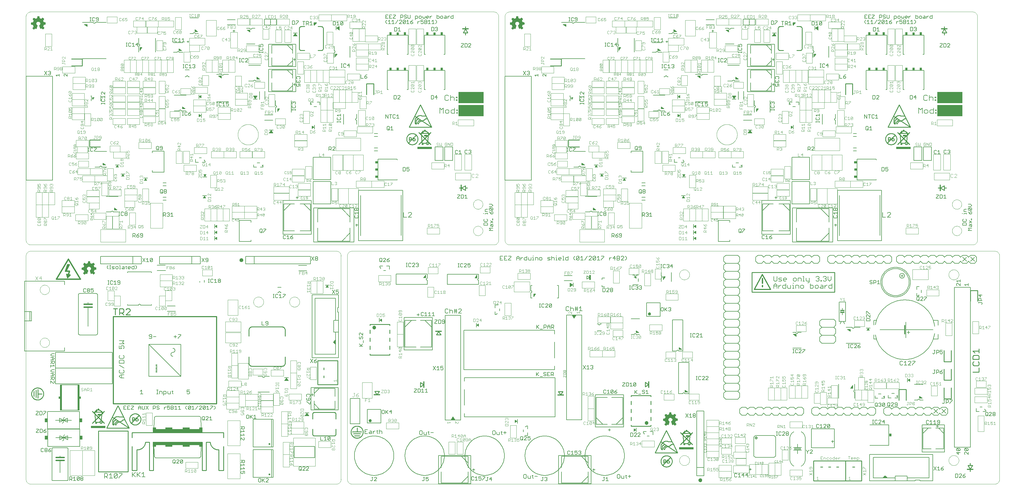
<source format=gto>
G75*
G70*
%OFA0B0*%
%FSLAX24Y24*%
%IPPOS*%
%LPD*%
%AMOC8*
5,1,8,0,0,1.08239X$1,22.5*
%
%ADD10C,0.0039*%
%ADD11R,0.0149X0.0001*%
%ADD12R,0.0004X0.0001*%
%ADD13R,0.0010X0.0001*%
%ADD14R,0.0017X0.0001*%
%ADD15R,0.0023X0.0001*%
%ADD16R,0.0029X0.0001*%
%ADD17R,0.0034X0.0001*%
%ADD18R,0.0040X0.0001*%
%ADD19R,0.0043X0.0002*%
%ADD20R,0.0047X0.0001*%
%ADD21R,0.0050X0.0001*%
%ADD22R,0.0054X0.0001*%
%ADD23R,0.0059X0.0001*%
%ADD24R,0.0064X0.0001*%
%ADD25R,0.0015X0.0001*%
%ADD26R,0.0067X0.0001*%
%ADD27R,0.0020X0.0001*%
%ADD28R,0.0070X0.0001*%
%ADD29R,0.0024X0.0001*%
%ADD30R,0.0074X0.0001*%
%ADD31R,0.0027X0.0001*%
%ADD32R,0.0076X0.0001*%
%ADD33R,0.0030X0.0001*%
%ADD34R,0.0081X0.0002*%
%ADD35R,0.0036X0.0002*%
%ADD36R,0.0086X0.0001*%
%ADD37R,0.0044X0.0001*%
%ADD38R,0.0091X0.0001*%
%ADD39R,0.0046X0.0001*%
%ADD40R,0.0094X0.0001*%
%ADD41R,0.0096X0.0001*%
%ADD42R,0.0053X0.0001*%
%ADD43R,0.0099X0.0001*%
%ADD44R,0.0056X0.0001*%
%ADD45R,0.0104X0.0001*%
%ADD46R,0.0060X0.0001*%
%ADD47R,0.0108X0.0001*%
%ADD48R,0.0112X0.0001*%
%ADD49R,0.0117X0.0001*%
%ADD50R,0.0072X0.0001*%
%ADD51R,0.0120X0.0002*%
%ADD52R,0.0075X0.0002*%
%ADD53R,0.0123X0.0001*%
%ADD54R,0.0078X0.0001*%
%ADD55R,0.0126X0.0001*%
%ADD56R,0.0081X0.0001*%
%ADD57R,0.0131X0.0001*%
%ADD58R,0.0136X0.0001*%
%ADD59R,0.0090X0.0001*%
%ADD60R,0.0139X0.0001*%
%ADD61R,0.0144X0.0001*%
%ADD62R,0.0147X0.0001*%
%ADD63R,0.0101X0.0001*%
%ADD64R,0.0150X0.0001*%
%ADD65R,0.0102X0.0001*%
%ADD66R,0.0153X0.0001*%
%ADD67R,0.0106X0.0001*%
%ADD68R,0.0158X0.0002*%
%ADD69R,0.0109X0.0002*%
%ADD70R,0.0164X0.0001*%
%ADD71R,0.0115X0.0001*%
%ADD72R,0.0168X0.0001*%
%ADD73R,0.0120X0.0001*%
%ADD74R,0.0171X0.0001*%
%ADD75R,0.0123X0.0001*%
%ADD76R,0.0172X0.0001*%
%ADD77R,0.0125X0.0001*%
%ADD78R,0.0175X0.0001*%
%ADD79R,0.0128X0.0001*%
%ADD80R,0.0180X0.0001*%
%ADD81R,0.0132X0.0001*%
%ADD82R,0.0186X0.0001*%
%ADD83R,0.0191X0.0001*%
%ADD84R,0.0141X0.0001*%
%ADD85R,0.0194X0.0001*%
%ADD86R,0.0145X0.0001*%
%ADD87R,0.0196X0.0002*%
%ADD88R,0.0149X0.0002*%
%ADD89R,0.0199X0.0001*%
%ADD90R,0.0151X0.0001*%
%ADD91R,0.0204X0.0001*%
%ADD92R,0.0153X0.0001*%
%ADD93R,0.0207X0.0001*%
%ADD94R,0.0158X0.0001*%
%ADD95R,0.0211X0.0001*%
%ADD96R,0.0162X0.0001*%
%ADD97R,0.0216X0.0001*%
%ADD98R,0.0166X0.0001*%
%ADD99R,0.0219X0.0001*%
%ADD100R,0.0007X0.0001*%
%ADD101R,0.0169X0.0001*%
%ADD102R,0.0222X0.0001*%
%ADD103R,0.0011X0.0001*%
%ADD104R,0.0224X0.0001*%
%ADD105R,0.0014X0.0001*%
%ADD106R,0.0176X0.0001*%
%ADD107R,0.0228X0.0001*%
%ADD108R,0.0018X0.0001*%
%ADD109R,0.0179X0.0001*%
%ADD110R,0.0234X0.0002*%
%ADD111R,0.0024X0.0002*%
%ADD112R,0.0183X0.0002*%
%ADD113R,0.0239X0.0001*%
%ADD114R,0.0189X0.0001*%
%ADD115R,0.0241X0.0001*%
%ADD116R,0.0033X0.0001*%
%ADD117R,0.0012X0.0001*%
%ADD118R,0.0192X0.0001*%
%ADD119R,0.0243X0.0001*%
%ADD120R,0.0038X0.0001*%
%ADD121R,0.0246X0.0001*%
%ADD122R,0.0041X0.0001*%
%ADD123R,0.0019X0.0001*%
%ADD124R,0.0196X0.0001*%
%ADD125R,0.0250X0.0001*%
%ADD126R,0.0021X0.0001*%
%ADD127R,0.0201X0.0001*%
%ADD128R,0.0254X0.0001*%
%ADD129R,0.0048X0.0001*%
%ADD130R,0.0258X0.0001*%
%ADD131R,0.0054X0.0001*%
%ADD132R,0.0209X0.0001*%
%ADD133R,0.0263X0.0001*%
%ADD134R,0.0213X0.0001*%
%ADD135R,0.0267X0.0001*%
%ADD136R,0.0063X0.0001*%
%ADD137R,0.0270X0.0002*%
%ADD138R,0.0066X0.0002*%
%ADD139R,0.0045X0.0002*%
%ADD140R,0.0219X0.0002*%
%ADD141R,0.0271X0.0001*%
%ADD142R,0.0220X0.0001*%
%ADD143R,0.0274X0.0001*%
%ADD144R,0.0051X0.0001*%
%ADD145R,0.0223X0.0001*%
%ADD146R,0.0278X0.0001*%
%ADD147R,0.0282X0.0001*%
%ADD148R,0.0231X0.0001*%
%ADD149R,0.0288X0.0001*%
%ADD150R,0.0085X0.0001*%
%ADD151R,0.0236X0.0001*%
%ADD152R,0.0289X0.0001*%
%ADD153R,0.0087X0.0001*%
%ADD154R,0.0066X0.0001*%
%ADD155R,0.0292X0.0001*%
%ADD156R,0.0069X0.0001*%
%ADD157R,0.0297X0.0001*%
%ADD158R,0.0300X0.0001*%
%ADD159R,0.0075X0.0001*%
%ADD160R,0.0305X0.0002*%
%ADD161R,0.0101X0.0002*%
%ADD162R,0.0078X0.0002*%
%ADD163R,0.0251X0.0002*%
%ADD164R,0.0309X0.0001*%
%ADD165R,0.0105X0.0001*%
%ADD166R,0.0083X0.0001*%
%ADD167R,0.0255X0.0001*%
%ADD168R,0.0314X0.0001*%
%ADD169R,0.0110X0.0001*%
%ADD170R,0.0087X0.0001*%
%ADD171R,0.0316X0.0001*%
%ADD172R,0.0113X0.0001*%
%ADD173R,0.0262X0.0001*%
%ADD174R,0.0319X0.0001*%
%ADD175R,0.0114X0.0001*%
%ADD176R,0.0093X0.0001*%
%ADD177R,0.0266X0.0001*%
%ADD178R,0.0321X0.0001*%
%ADD179R,0.0096X0.0001*%
%ADD180R,0.0324X0.0001*%
%ADD181R,0.0270X0.0001*%
%ADD182R,0.0329X0.0001*%
%ADD183R,0.0124X0.0001*%
%ADD184R,0.0275X0.0001*%
%ADD185R,0.0333X0.0001*%
%ADD186R,0.0279X0.0001*%
%ADD187R,0.0336X0.0001*%
%ADD188R,0.0111X0.0001*%
%ADD189R,0.0284X0.0001*%
%ADD190R,0.0339X0.0002*%
%ADD191R,0.0134X0.0002*%
%ADD192R,0.0114X0.0002*%
%ADD193R,0.0286X0.0002*%
%ADD194R,0.0342X0.0001*%
%ADD195R,0.0116X0.0001*%
%ADD196R,0.0491X0.0001*%
%ADD197R,0.0492X0.0001*%
%ADD198R,0.0294X0.0001*%
%ADD199R,0.0495X0.0001*%
%ADD200R,0.0299X0.0001*%
%ADD201R,0.0496X0.0001*%
%ADD202R,0.0127X0.0001*%
%ADD203R,0.0301X0.0001*%
%ADD204R,0.0498X0.0001*%
%ADD205R,0.0304X0.0001*%
%ADD206R,0.0501X0.0001*%
%ADD207R,0.0134X0.0001*%
%ADD208R,0.0308X0.0001*%
%ADD209R,0.0135X0.0001*%
%ADD210R,0.0311X0.0001*%
%ADD211R,0.0504X0.0001*%
%ADD212R,0.0138X0.0001*%
%ADD213R,0.0504X0.0002*%
%ADD214R,0.0141X0.0002*%
%ADD215R,0.0318X0.0002*%
%ADD216R,0.0507X0.0001*%
%ADD217R,0.0323X0.0001*%
%ADD218R,0.0326X0.0001*%
%ADD219R,0.0508X0.0001*%
%ADD220R,0.0152X0.0001*%
%ADD221R,0.0330X0.0001*%
%ADD222R,0.0510X0.0001*%
%ADD223R,0.0494X0.0001*%
%ADD224R,0.0512X0.0001*%
%ADD225R,0.0500X0.0001*%
%ADD226R,0.0513X0.0001*%
%ADD227R,0.0501X0.0001*%
%ADD228R,0.0513X0.0002*%
%ADD229R,0.0501X0.0002*%
%ADD230R,0.0503X0.0001*%
%ADD231R,0.0504X0.0001*%
%ADD232R,0.0506X0.0001*%
%ADD233R,0.0513X0.0001*%
%ADD234R,0.0509X0.0001*%
%ADD235R,0.0511X0.0001*%
%ADD236R,0.0514X0.0001*%
%ADD237R,0.0516X0.0001*%
%ADD238R,0.0513X0.0002*%
%ADD239R,0.0519X0.0002*%
%ADD240R,0.0519X0.0001*%
%ADD241R,0.0520X0.0001*%
%ADD242R,0.0522X0.0001*%
%ADD243R,0.0507X0.0001*%
%ADD244R,0.0509X0.0002*%
%ADD245R,0.0520X0.0002*%
%ADD246R,0.0522X0.0001*%
%ADD247R,0.0505X0.0001*%
%ADD248R,0.0502X0.0001*%
%ADD249R,0.0521X0.0001*%
%ADD250R,0.0503X0.0002*%
%ADD251R,0.0519X0.0002*%
%ADD252R,0.0519X0.0001*%
%ADD253R,0.0499X0.0001*%
%ADD254R,0.0517X0.0001*%
%ADD255R,0.0495X0.0002*%
%ADD256R,0.0514X0.0002*%
%ADD257R,0.0515X0.0001*%
%ADD258R,0.0492X0.0001*%
%ADD259R,0.0490X0.0001*%
%ADD260R,0.0490X0.0002*%
%ADD261R,0.0511X0.0002*%
%ADD262R,0.0489X0.0001*%
%ADD263R,0.0489X0.0001*%
%ADD264R,0.0488X0.0001*%
%ADD265R,0.0485X0.0001*%
%ADD266R,0.0483X0.0001*%
%ADD267R,0.0483X0.0002*%
%ADD268R,0.0507X0.0002*%
%ADD269R,0.0483X0.0001*%
%ADD270R,0.0481X0.0001*%
%ADD271R,0.0480X0.0001*%
%ADD272R,0.0480X0.0002*%
%ADD273R,0.0501X0.0002*%
%ADD274R,0.0479X0.0001*%
%ADD275R,0.0477X0.0001*%
%ADD276R,0.0477X0.0001*%
%ADD277R,0.0475X0.0001*%
%ADD278R,0.0474X0.0001*%
%ADD279R,0.0472X0.0001*%
%ADD280R,0.0472X0.0002*%
%ADD281R,0.0498X0.0002*%
%ADD282R,0.0471X0.0001*%
%ADD283R,0.0473X0.0001*%
%ADD284R,0.0471X0.0001*%
%ADD285R,0.0470X0.0001*%
%ADD286R,0.0468X0.0001*%
%ADD287R,0.0469X0.0001*%
%ADD288R,0.0468X0.0002*%
%ADD289R,0.0491X0.0002*%
%ADD290R,0.0466X0.0001*%
%ADD291R,0.0465X0.0001*%
%ADD292R,0.0464X0.0001*%
%ADD293R,0.0462X0.0001*%
%ADD294R,0.0462X0.0002*%
%ADD295R,0.0489X0.0002*%
%ADD296R,0.0461X0.0001*%
%ADD297R,0.0460X0.0001*%
%ADD298R,0.0459X0.0001*%
%ADD299R,0.0484X0.0001*%
%ADD300R,0.0457X0.0001*%
%ADD301R,0.0459X0.0001*%
%ADD302R,0.0458X0.0002*%
%ADD303R,0.0484X0.0002*%
%ADD304R,0.0456X0.0001*%
%ADD305R,0.0455X0.0001*%
%ADD306R,0.0453X0.0001*%
%ADD307R,0.0451X0.0001*%
%ADD308R,0.0453X0.0001*%
%ADD309R,0.0450X0.0001*%
%ADD310R,0.0451X0.0002*%
%ADD311R,0.0478X0.0001*%
%ADD312R,0.0449X0.0001*%
%ADD313R,0.0476X0.0001*%
%ADD314R,0.0447X0.0001*%
%ADD315R,0.0474X0.0001*%
%ADD316R,0.0449X0.0002*%
%ADD317R,0.0476X0.0002*%
%ADD318R,0.0454X0.0001*%
%ADD319R,0.0469X0.0002*%
%ADD320R,0.0468X0.0001*%
%ADD321R,0.0467X0.0001*%
%ADD322R,0.0473X0.0002*%
%ADD323R,0.0468X0.0002*%
%ADD324R,0.0486X0.0002*%
%ADD325R,0.0474X0.0002*%
%ADD326R,0.0487X0.0001*%
%ADD327R,0.0497X0.0001*%
%ADD328R,0.0486X0.0001*%
%ADD329R,0.0500X0.0002*%
%ADD330R,0.0487X0.0002*%
%ADD331R,0.0498X0.0001*%
%ADD332R,0.0524X0.0002*%
%ADD333R,0.0524X0.0001*%
%ADD334R,0.0525X0.0001*%
%ADD335R,0.0528X0.0001*%
%ADD336R,0.0529X0.0001*%
%ADD337R,0.0533X0.0001*%
%ADD338R,0.0534X0.0001*%
%ADD339R,0.0523X0.0001*%
%ADD340R,0.0536X0.0001*%
%ADD341R,0.0537X0.0002*%
%ADD342R,0.0527X0.0002*%
%ADD343R,0.0537X0.0001*%
%ADD344R,0.0528X0.0001*%
%ADD345R,0.0539X0.0001*%
%ADD346R,0.0530X0.0001*%
%ADD347R,0.0540X0.0001*%
%ADD348R,0.0541X0.0001*%
%ADD349R,0.0531X0.0001*%
%ADD350R,0.0543X0.0001*%
%ADD351R,0.0544X0.0001*%
%ADD352R,0.0546X0.0002*%
%ADD353R,0.0536X0.0002*%
%ADD354R,0.0547X0.0001*%
%ADD355R,0.0551X0.0001*%
%ADD356R,0.0552X0.0001*%
%ADD357R,0.0554X0.0001*%
%ADD358R,0.0555X0.0001*%
%ADD359R,0.0555X0.0002*%
%ADD360R,0.0547X0.0002*%
%ADD361R,0.0549X0.0001*%
%ADD362R,0.0548X0.0001*%
%ADD363R,0.0538X0.0001*%
%ADD364R,0.0537X0.0001*%
%ADD365R,0.0533X0.0002*%
%ADD366R,0.0531X0.0001*%
%ADD367R,0.0526X0.0001*%
%ADD368R,0.0518X0.0001*%
%ADD369R,0.0498X0.0002*%
%ADD370R,0.0496X0.0002*%
%ADD371R,0.0486X0.0001*%
%ADD372R,0.0485X0.0002*%
%ADD373R,0.0482X0.0001*%
%ADD374R,0.0477X0.0002*%
%ADD375R,0.0530X0.0002*%
%ADD376R,0.0464X0.0002*%
%ADD377R,0.0561X0.0001*%
%ADD378R,0.0570X0.0001*%
%ADD379R,0.0576X0.0001*%
%ADD380R,0.0581X0.0001*%
%ADD381R,0.0585X0.0001*%
%ADD382R,0.0589X0.0001*%
%ADD383R,0.0600X0.0002*%
%ADD384R,0.0614X0.0001*%
%ADD385R,0.0623X0.0001*%
%ADD386R,0.0630X0.0001*%
%ADD387R,0.0633X0.0001*%
%ADD388R,0.0638X0.0001*%
%ADD389R,0.0645X0.0001*%
%ADD390R,0.0657X0.0001*%
%ADD391R,0.0556X0.0001*%
%ADD392R,0.0669X0.0001*%
%ADD393R,0.0674X0.0001*%
%ADD394R,0.0579X0.0001*%
%ADD395R,0.0676X0.0002*%
%ADD396R,0.0585X0.0002*%
%ADD397R,0.0678X0.0001*%
%ADD398R,0.0590X0.0001*%
%ADD399R,0.0679X0.0001*%
%ADD400R,0.0596X0.0001*%
%ADD401R,0.0681X0.0001*%
%ADD402R,0.0606X0.0001*%
%ADD403R,0.0620X0.0001*%
%ADD404R,0.0682X0.0001*%
%ADD405R,0.0633X0.0001*%
%ADD406R,0.0684X0.0001*%
%ADD407R,0.0639X0.0001*%
%ADD408R,0.0649X0.0001*%
%ADD409R,0.0684X0.0001*%
%ADD410R,0.0655X0.0001*%
%ADD411R,0.0683X0.0002*%
%ADD412R,0.0664X0.0002*%
%ADD413R,0.0683X0.0001*%
%ADD414R,0.0670X0.0001*%
%ADD415R,0.0671X0.0001*%
%ADD416R,0.0681X0.0001*%
%ADD417R,0.0672X0.0001*%
%ADD418R,0.0680X0.0001*%
%ADD419R,0.0675X0.0001*%
%ADD420R,0.0676X0.0001*%
%ADD421R,0.0680X0.0002*%
%ADD422R,0.0678X0.0002*%
%ADD423R,0.0678X0.0001*%
%ADD424R,0.0675X0.0002*%
%ADD425R,0.0672X0.0002*%
%ADD426R,0.0672X0.0001*%
%ADD427R,0.0671X0.0002*%
%ADD428R,0.0670X0.0002*%
%ADD429R,0.0669X0.0001*%
%ADD430R,0.0667X0.0001*%
%ADD431R,0.0669X0.0002*%
%ADD432R,0.0667X0.0002*%
%ADD433R,0.0668X0.0001*%
%ADD434R,0.0666X0.0001*%
%ADD435R,0.0668X0.0002*%
%ADD436R,0.0666X0.0002*%
%ADD437R,0.0666X0.0001*%
%ADD438R,0.0664X0.0001*%
%ADD439R,0.0663X0.0001*%
%ADD440R,0.0666X0.0002*%
%ADD441R,0.0663X0.0002*%
%ADD442R,0.0665X0.0001*%
%ADD443R,0.0674X0.0002*%
%ADD444R,0.0677X0.0001*%
%ADD445R,0.0678X0.0002*%
%ADD446R,0.0682X0.0002*%
%ADD447R,0.0686X0.0001*%
%ADD448R,0.0686X0.0002*%
%ADD449R,0.0687X0.0001*%
%ADD450R,0.0689X0.0001*%
%ADD451R,0.0653X0.0001*%
%ADD452R,0.0641X0.0001*%
%ADD453R,0.0626X0.0001*%
%ADD454R,0.0616X0.0001*%
%ADD455R,0.0687X0.0001*%
%ADD456R,0.0612X0.0001*%
%ADD457R,0.0688X0.0001*%
%ADD458R,0.0606X0.0001*%
%ADD459R,0.0601X0.0001*%
%ADD460R,0.0591X0.0002*%
%ADD461R,0.0567X0.0001*%
%ADD462R,0.0560X0.0001*%
%ADD463R,0.0659X0.0001*%
%ADD464R,0.0516X0.0001*%
%ADD465R,0.0639X0.0001*%
%ADD466R,0.0502X0.0002*%
%ADD467R,0.0633X0.0002*%
%ADD468R,0.0608X0.0001*%
%ADD469R,0.0582X0.0001*%
%ADD470R,0.0577X0.0001*%
%ADD471R,0.0569X0.0002*%
%ADD472R,0.0546X0.0001*%
%ADD473R,0.0486X0.0002*%
%ADD474R,0.0493X0.0001*%
%ADD475R,0.0516X0.0002*%
%ADD476R,0.0532X0.0001*%
%ADD477R,0.0534X0.0002*%
%ADD478R,0.0535X0.0002*%
%ADD479R,0.0543X0.0001*%
%ADD480R,0.0553X0.0001*%
%ADD481R,0.0559X0.0001*%
%ADD482R,0.0564X0.0001*%
%ADD483R,0.0564X0.0001*%
%ADD484R,0.0567X0.0001*%
%ADD485R,0.0569X0.0001*%
%ADD486R,0.0570X0.0002*%
%ADD487R,0.0571X0.0002*%
%ADD488R,0.0571X0.0001*%
%ADD489R,0.0573X0.0001*%
%ADD490R,0.0574X0.0001*%
%ADD491R,0.0576X0.0001*%
%ADD492R,0.0600X0.0001*%
%ADD493R,0.0611X0.0001*%
%ADD494R,0.0618X0.0001*%
%ADD495R,0.0621X0.0001*%
%ADD496R,0.1269X0.0001*%
%ADD497R,0.1267X0.0001*%
%ADD498R,0.1266X0.0001*%
%ADD499R,0.1266X0.0002*%
%ADD500R,0.1264X0.0001*%
%ADD501R,0.1261X0.0001*%
%ADD502R,0.1260X0.0001*%
%ADD503R,0.1259X0.0001*%
%ADD504R,0.1256X0.0001*%
%ADD505R,0.1254X0.0001*%
%ADD506R,0.1253X0.0001*%
%ADD507R,0.1251X0.0001*%
%ADD508R,0.1251X0.0002*%
%ADD509R,0.1248X0.0001*%
%ADD510R,0.1245X0.0001*%
%ADD511R,0.1244X0.0001*%
%ADD512R,0.1242X0.0001*%
%ADD513R,0.1239X0.0001*%
%ADD514R,0.1237X0.0001*%
%ADD515R,0.1236X0.0002*%
%ADD516R,0.1233X0.0001*%
%ADD517R,0.1230X0.0001*%
%ADD518R,0.1229X0.0001*%
%ADD519R,0.1227X0.0001*%
%ADD520R,0.1226X0.0001*%
%ADD521R,0.1224X0.0001*%
%ADD522R,0.1223X0.0002*%
%ADD523R,0.1219X0.0001*%
%ADD524R,0.1216X0.0001*%
%ADD525R,0.1215X0.0001*%
%ADD526R,0.1214X0.0001*%
%ADD527R,0.1212X0.0001*%
%ADD528R,0.1209X0.0001*%
%ADD529R,0.1207X0.0002*%
%ADD530R,0.1206X0.0001*%
%ADD531R,0.1204X0.0001*%
%ADD532R,0.1201X0.0001*%
%ADD533R,0.1200X0.0001*%
%ADD534R,0.1199X0.0001*%
%ADD535R,0.1196X0.0001*%
%ADD536R,0.1194X0.0001*%
%ADD537R,0.1193X0.0001*%
%ADD538R,0.1191X0.0001*%
%ADD539R,0.1191X0.0002*%
%ADD540R,0.1188X0.0001*%
%ADD541R,0.1185X0.0001*%
%ADD542R,0.1184X0.0001*%
%ADD543R,0.1181X0.0001*%
%ADD544R,0.1177X0.0001*%
%ADD545R,0.1176X0.0001*%
%ADD546R,0.1174X0.0001*%
%ADD547R,0.1173X0.0001*%
%ADD548R,0.1170X0.0002*%
%ADD549R,0.1170X0.0001*%
%ADD550R,0.1169X0.0001*%
%ADD551R,0.1166X0.0001*%
%ADD552R,0.1164X0.0001*%
%ADD553R,0.1163X0.0001*%
%ADD554R,0.1163X0.0002*%
%ADD555R,0.1167X0.0001*%
%ADD556R,0.1171X0.0001*%
%ADD557R,0.1179X0.0001*%
%ADD558R,0.1182X0.0001*%
%ADD559R,0.1182X0.0002*%
%ADD560R,0.1188X0.0001*%
%ADD561R,0.1190X0.0001*%
%ADD562R,0.1197X0.0001*%
%ADD563R,0.1204X0.0002*%
%ADD564R,0.1207X0.0001*%
%ADD565R,0.1210X0.0001*%
%ADD566R,0.1213X0.0001*%
%ADD567R,0.1217X0.0001*%
%ADD568R,0.1218X0.0001*%
%ADD569R,0.1220X0.0001*%
%ADD570R,0.1221X0.0001*%
%ADD571R,0.1223X0.0001*%
%ADD572R,0.1226X0.0002*%
%ADD573R,0.1236X0.0001*%
%ADD574R,0.1239X0.0001*%
%ADD575R,0.1240X0.0001*%
%ADD576R,0.1243X0.0001*%
%ADD577R,0.1248X0.0002*%
%ADD578R,0.1248X0.0001*%
%ADD579R,0.1251X0.0001*%
%ADD580R,0.1257X0.0001*%
%ADD581R,0.1263X0.0001*%
%ADD582R,0.1267X0.0002*%
%ADD583R,0.1270X0.0001*%
%ADD584R,0.1274X0.0001*%
%ADD585R,0.1275X0.0001*%
%ADD586R,0.1278X0.0001*%
%ADD587R,0.1280X0.0001*%
%ADD588R,0.1281X0.0001*%
%ADD589R,0.1284X0.0001*%
%ADD590R,0.1286X0.0001*%
%ADD591R,0.1289X0.0001*%
%ADD592R,0.1290X0.0002*%
%ADD593R,0.1291X0.0001*%
%ADD594R,0.1294X0.0001*%
%ADD595R,0.1296X0.0001*%
%ADD596R,0.1299X0.0001*%
%ADD597R,0.1300X0.0001*%
%ADD598R,0.1302X0.0001*%
%ADD599R,0.1304X0.0001*%
%ADD600R,0.1306X0.0001*%
%ADD601R,0.1308X0.0001*%
%ADD602R,0.1311X0.0002*%
%ADD603R,0.1313X0.0001*%
%ADD604R,0.1316X0.0001*%
%ADD605R,0.1317X0.0001*%
%ADD606R,0.1320X0.0001*%
%ADD607R,0.1323X0.0001*%
%ADD608R,0.1326X0.0001*%
%ADD609R,0.1329X0.0001*%
%ADD610R,0.1332X0.0002*%
%ADD611R,0.1335X0.0001*%
%ADD612R,0.1336X0.0001*%
%ADD613R,0.1340X0.0001*%
%ADD614R,0.1343X0.0001*%
%ADD615R,0.1346X0.0001*%
%ADD616R,0.1347X0.0001*%
%ADD617R,0.1350X0.0001*%
%ADD618R,0.1353X0.0002*%
%ADD619R,0.1356X0.0001*%
%ADD620R,0.1357X0.0001*%
%ADD621R,0.1360X0.0001*%
%ADD622R,0.1364X0.0001*%
%ADD623R,0.1365X0.0001*%
%ADD624R,0.1368X0.0001*%
%ADD625R,0.1369X0.0001*%
%ADD626R,0.1373X0.0001*%
%ADD627R,0.1374X0.0002*%
%ADD628R,0.1377X0.0001*%
%ADD629R,0.1379X0.0001*%
%ADD630R,0.1380X0.0001*%
%ADD631R,0.1383X0.0001*%
%ADD632R,0.1386X0.0001*%
%ADD633R,0.1387X0.0001*%
%ADD634R,0.1391X0.0001*%
%ADD635R,0.1394X0.0001*%
%ADD636R,0.1395X0.0002*%
%ADD637R,0.1398X0.0001*%
%ADD638R,0.1401X0.0001*%
%ADD639R,0.1403X0.0001*%
%ADD640R,0.1406X0.0001*%
%ADD641R,0.1407X0.0001*%
%ADD642R,0.1409X0.0001*%
%ADD643R,0.1411X0.0001*%
%ADD644R,0.1414X0.0001*%
%ADD645R,0.1416X0.0002*%
%ADD646R,0.1419X0.0001*%
%ADD647R,0.1421X0.0001*%
%ADD648R,0.1422X0.0001*%
%ADD649R,0.1424X0.0001*%
%ADD650R,0.1426X0.0001*%
%ADD651R,0.1428X0.0001*%
%ADD652R,0.1429X0.0002*%
%ADD653R,0.1429X0.0001*%
%ADD654R,0.1425X0.0001*%
%ADD655R,0.1421X0.0002*%
%ADD656R,0.1418X0.0001*%
%ADD657R,0.1416X0.0001*%
%ADD658R,0.1413X0.0001*%
%ADD659R,0.1410X0.0001*%
%ADD660R,0.1404X0.0001*%
%ADD661R,0.1401X0.0001*%
%ADD662R,0.0346X0.0001*%
%ADD663R,0.1044X0.0001*%
%ADD664R,0.0342X0.0002*%
%ADD665R,0.1040X0.0002*%
%ADD666R,0.0337X0.0001*%
%ADD667R,0.1034X0.0001*%
%ADD668R,0.0357X0.0001*%
%ADD669R,0.0660X0.0001*%
%ADD670R,0.0353X0.0001*%
%ADD671R,0.0327X0.0001*%
%ADD672R,0.0349X0.0001*%
%ADD673R,0.0321X0.0001*%
%ADD674R,0.0648X0.0001*%
%ADD675R,0.0344X0.0001*%
%ADD676R,0.0317X0.0001*%
%ADD677R,0.0339X0.0001*%
%ADD678R,0.0312X0.0001*%
%ADD679R,0.0631X0.0001*%
%ADD680R,0.0334X0.0001*%
%ADD681R,0.0309X0.0001*%
%ADD682R,0.0307X0.0002*%
%ADD683R,0.0623X0.0002*%
%ADD684R,0.0327X0.0002*%
%ADD685R,0.0618X0.0001*%
%ADD686R,0.0297X0.0001*%
%ADD687R,0.0607X0.0001*%
%ADD688R,0.0320X0.0001*%
%ADD689R,0.0293X0.0001*%
%ADD690R,0.0599X0.0001*%
%ADD691R,0.0313X0.0001*%
%ADD692R,0.0285X0.0001*%
%ADD693R,0.0584X0.0001*%
%ADD694R,0.0303X0.0001*%
%ADD695R,0.0281X0.0001*%
%ADD696R,0.0273X0.0002*%
%ADD697R,0.0563X0.0002*%
%ADD698R,0.0293X0.0002*%
%ADD699R,0.0264X0.0001*%
%ADD700R,0.0259X0.0001*%
%ADD701R,0.0256X0.0001*%
%ADD702R,0.0276X0.0001*%
%ADD703R,0.0252X0.0001*%
%ADD704R,0.0273X0.0001*%
%ADD705R,0.0248X0.0001*%
%ADD706R,0.0269X0.0001*%
%ADD707R,0.0245X0.0001*%
%ADD708R,0.0240X0.0001*%
%ADD709R,0.0237X0.0002*%
%ADD710R,0.0256X0.0002*%
%ADD711R,0.0234X0.0001*%
%ADD712R,0.0232X0.0001*%
%ADD713R,0.0251X0.0001*%
%ADD714R,0.0228X0.0001*%
%ADD715R,0.0246X0.0001*%
%ADD716R,0.0456X0.0001*%
%ADD717R,0.0219X0.0001*%
%ADD718R,0.0444X0.0001*%
%ADD719R,0.0237X0.0001*%
%ADD720R,0.0214X0.0001*%
%ADD721R,0.0436X0.0001*%
%ADD722R,0.0432X0.0001*%
%ADD723R,0.0231X0.0001*%
%ADD724R,0.0210X0.0001*%
%ADD725R,0.0426X0.0001*%
%ADD726R,0.0420X0.0001*%
%ADD727R,0.0226X0.0001*%
%ADD728R,0.0204X0.0002*%
%ADD729R,0.0409X0.0002*%
%ADD730R,0.0222X0.0002*%
%ADD731R,0.0391X0.0001*%
%ADD732R,0.0217X0.0001*%
%ADD733R,0.0376X0.0001*%
%ADD734R,0.0368X0.0001*%
%ADD735R,0.0189X0.0001*%
%ADD736R,0.0361X0.0001*%
%ADD737R,0.0206X0.0001*%
%ADD738R,0.0186X0.0001*%
%ADD739R,0.0356X0.0001*%
%ADD740R,0.0181X0.0001*%
%ADD741R,0.0345X0.0001*%
%ADD742R,0.0173X0.0001*%
%ADD743R,0.0331X0.0001*%
%ADD744R,0.0190X0.0001*%
%ADD745R,0.0168X0.0001*%
%ADD746R,0.0165X0.0002*%
%ADD747R,0.0162X0.0001*%
%ADD748R,0.0159X0.0001*%
%ADD749R,0.0177X0.0001*%
%ADD750R,0.0156X0.0001*%
%ADD751R,0.0324X0.0001*%
%ADD752R,0.0174X0.0001*%
%ADD753R,0.0167X0.0001*%
%ADD754R,0.0146X0.0001*%
%ADD755R,0.0163X0.0001*%
%ADD756R,0.0141X0.0001*%
%ADD757R,0.0140X0.0001*%
%ADD758R,0.0137X0.0001*%
%ADD759R,0.0133X0.0001*%
%ADD760R,0.0129X0.0002*%
%ADD761R,0.0321X0.0002*%
%ADD762R,0.0146X0.0002*%
%ADD763R,0.0119X0.0001*%
%ADD764R,0.0129X0.0001*%
%ADD765R,0.0111X0.0001*%
%ADD766R,0.0126X0.0001*%
%ADD767R,0.0318X0.0001*%
%ADD768R,0.0097X0.0001*%
%ADD769R,0.0315X0.0001*%
%ADD770R,0.0089X0.0002*%
%ADD771R,0.0315X0.0002*%
%ADD772R,0.0105X0.0002*%
%ADD773R,0.0079X0.0001*%
%ADD774R,0.0089X0.0001*%
%ADD775R,0.0069X0.0001*%
%ADD776R,0.0084X0.0001*%
%ADD777R,0.0057X0.0001*%
%ADD778R,0.0052X0.0002*%
%ADD779R,0.0311X0.0002*%
%ADD780R,0.0066X0.0002*%
%ADD781R,0.0061X0.0001*%
%ADD782R,0.0042X0.0001*%
%ADD783R,0.0055X0.0001*%
%ADD784R,0.0039X0.0001*%
%ADD785R,0.0052X0.0001*%
%ADD786R,0.0036X0.0001*%
%ADD787R,0.0049X0.0001*%
%ADD788R,0.0307X0.0001*%
%ADD789R,0.0045X0.0001*%
%ADD790R,0.0022X0.0001*%
%ADD791R,0.0035X0.0001*%
%ADD792R,0.0025X0.0002*%
%ADD793R,0.0306X0.0001*%
%ADD794R,0.0018X0.0001*%
%ADD795R,0.0008X0.0001*%
%ADD796R,0.0300X0.0002*%
%ADD797R,0.0296X0.0001*%
%ADD798R,0.0294X0.0002*%
%ADD799R,0.0294X0.0001*%
%ADD800R,0.0291X0.0001*%
%ADD801R,0.0291X0.0002*%
%ADD802R,0.0286X0.0001*%
%ADD803R,0.0281X0.0002*%
%ADD804R,0.0277X0.0001*%
%ADD805R,0.0276X0.0001*%
%ADD806R,0.0266X0.0002*%
%ADD807R,0.0264X0.0001*%
%ADD808R,0.0261X0.0001*%
%ADD809R,0.0259X0.0002*%
%ADD810R,0.0254X0.0002*%
%ADD811R,0.0248X0.0002*%
%ADD812R,0.0218X0.0002*%
%ADD813R,0.0157X0.0001*%
%ADD814C,0.0050*%
%ADD815C,0.0080*%
%ADD816R,0.3150X0.1425*%
%ADD817C,0.0100*%
%ADD818C,0.0160*%
%ADD819C,0.0060*%
%ADD820C,0.0040*%
%ADD821C,0.0070*%
%ADD822C,0.0150*%
%ADD823C,0.0120*%
%ADD824C,0.0030*%
%ADD825C,0.0090*%
%ADD826R,0.0079X0.0551*%
%ADD827C,0.0020*%
%ADD828C,0.0000*%
%ADD829R,0.0551X0.0079*%
%ADD830R,0.0327X0.0299*%
%ADD831R,0.0358X0.0299*%
%ADD832R,0.0079X0.0079*%
%ADD833R,0.0299X0.0327*%
%ADD834R,0.0299X0.0358*%
%ADD835R,0.1800X0.0300*%
%ADD836R,0.0118X0.0827*%
%ADD837R,0.0827X0.0118*%
%ADD838R,0.0350X0.0500*%
%ADD839R,0.6200X0.0400*%
%ADD840R,0.0400X0.0200*%
%ADD841R,0.0850X0.0200*%
%ADD842C,0.0217*%
%ADD843R,0.0197X0.3150*%
%ADD844R,0.0225X0.0300*%
%ADD845C,0.0472*%
%ADD846R,0.0300X0.0340*%
%ADD847R,0.0118X0.1181*%
%ADD848R,0.0240X0.0620*%
D10*
X005087Y003472D02*
X043276Y003472D01*
X043322Y003474D01*
X043368Y003479D01*
X043414Y003488D01*
X043459Y003501D01*
X043502Y003517D01*
X043544Y003536D01*
X043585Y003559D01*
X043623Y003585D01*
X043660Y003614D01*
X043694Y003645D01*
X043725Y003679D01*
X043754Y003716D01*
X043780Y003754D01*
X043803Y003795D01*
X043822Y003837D01*
X043838Y003880D01*
X043851Y003925D01*
X043860Y003971D01*
X043865Y004017D01*
X043867Y004063D01*
X043866Y004063D02*
X043866Y032015D01*
X043867Y032015D02*
X043865Y032061D01*
X043860Y032107D01*
X043851Y032153D01*
X043838Y032198D01*
X043822Y032241D01*
X043803Y032283D01*
X043780Y032324D01*
X043754Y032362D01*
X043725Y032399D01*
X043694Y032433D01*
X043660Y032464D01*
X043623Y032493D01*
X043585Y032519D01*
X043544Y032542D01*
X043502Y032561D01*
X043459Y032577D01*
X043414Y032590D01*
X043368Y032599D01*
X043322Y032604D01*
X043276Y032606D01*
X005087Y032606D01*
X005041Y032604D01*
X004995Y032599D01*
X004949Y032590D01*
X004904Y032577D01*
X004861Y032561D01*
X004819Y032542D01*
X004778Y032519D01*
X004740Y032493D01*
X004703Y032464D01*
X004669Y032433D01*
X004638Y032399D01*
X004609Y032362D01*
X004583Y032324D01*
X004560Y032283D01*
X004541Y032241D01*
X004525Y032198D01*
X004512Y032153D01*
X004503Y032107D01*
X004498Y032061D01*
X004496Y032015D01*
X004496Y004063D01*
X004498Y004017D01*
X004503Y003971D01*
X004512Y003925D01*
X004525Y003880D01*
X004541Y003837D01*
X004560Y003795D01*
X004583Y003754D01*
X004609Y003716D01*
X004638Y003679D01*
X004669Y003645D01*
X004703Y003614D01*
X004740Y003585D01*
X004778Y003559D01*
X004819Y003536D01*
X004861Y003517D01*
X004904Y003501D01*
X004949Y003488D01*
X004995Y003479D01*
X005041Y003474D01*
X005087Y003472D01*
X044654Y004063D02*
X044654Y032015D01*
X044653Y032015D02*
X044655Y032061D01*
X044660Y032107D01*
X044669Y032153D01*
X044682Y032198D01*
X044698Y032241D01*
X044717Y032283D01*
X044740Y032324D01*
X044766Y032362D01*
X044795Y032399D01*
X044826Y032433D01*
X044860Y032464D01*
X044897Y032493D01*
X044935Y032519D01*
X044976Y032542D01*
X045018Y032561D01*
X045061Y032577D01*
X045106Y032590D01*
X045152Y032599D01*
X045198Y032604D01*
X045244Y032606D01*
X125559Y032606D01*
X125605Y032604D01*
X125651Y032599D01*
X125697Y032590D01*
X125742Y032577D01*
X125785Y032561D01*
X125827Y032542D01*
X125868Y032519D01*
X125906Y032493D01*
X125943Y032464D01*
X125977Y032433D01*
X126008Y032399D01*
X126037Y032362D01*
X126063Y032324D01*
X126086Y032283D01*
X126105Y032241D01*
X126121Y032198D01*
X126134Y032153D01*
X126143Y032107D01*
X126148Y032061D01*
X126150Y032015D01*
X126150Y004063D01*
X126148Y004017D01*
X126143Y003971D01*
X126134Y003925D01*
X126121Y003880D01*
X126105Y003837D01*
X126086Y003795D01*
X126063Y003754D01*
X126037Y003716D01*
X126008Y003679D01*
X125977Y003645D01*
X125943Y003614D01*
X125906Y003585D01*
X125868Y003559D01*
X125827Y003536D01*
X125785Y003517D01*
X125742Y003501D01*
X125697Y003488D01*
X125651Y003479D01*
X125605Y003474D01*
X125559Y003472D01*
X045244Y003472D01*
X045198Y003474D01*
X045152Y003479D01*
X045106Y003488D01*
X045061Y003501D01*
X045018Y003517D01*
X044976Y003536D01*
X044935Y003559D01*
X044897Y003585D01*
X044860Y003614D01*
X044826Y003645D01*
X044795Y003679D01*
X044766Y003716D01*
X044740Y003754D01*
X044717Y003795D01*
X044698Y003837D01*
X044682Y003880D01*
X044669Y003925D01*
X044660Y003971D01*
X044655Y004017D01*
X044653Y004063D01*
X062961Y033393D02*
X005087Y033393D01*
X005041Y033395D01*
X004995Y033400D01*
X004949Y033409D01*
X004904Y033422D01*
X004861Y033438D01*
X004819Y033457D01*
X004778Y033480D01*
X004740Y033506D01*
X004703Y033535D01*
X004669Y033566D01*
X004638Y033600D01*
X004609Y033637D01*
X004583Y033675D01*
X004560Y033716D01*
X004541Y033758D01*
X004525Y033801D01*
X004512Y033846D01*
X004503Y033892D01*
X004498Y033938D01*
X004496Y033984D01*
X004496Y061937D01*
X004498Y061983D01*
X004503Y062029D01*
X004512Y062075D01*
X004525Y062120D01*
X004541Y062163D01*
X004560Y062205D01*
X004583Y062246D01*
X004609Y062284D01*
X004638Y062321D01*
X004669Y062355D01*
X004703Y062386D01*
X004740Y062415D01*
X004778Y062441D01*
X004819Y062464D01*
X004861Y062483D01*
X004904Y062499D01*
X004949Y062512D01*
X004995Y062521D01*
X005041Y062526D01*
X005087Y062528D01*
X005087Y062527D02*
X062961Y062527D01*
X062961Y062528D02*
X063007Y062526D01*
X063053Y062521D01*
X063099Y062512D01*
X063144Y062499D01*
X063187Y062483D01*
X063229Y062464D01*
X063270Y062441D01*
X063308Y062415D01*
X063345Y062386D01*
X063379Y062355D01*
X063410Y062321D01*
X063439Y062284D01*
X063465Y062246D01*
X063488Y062205D01*
X063507Y062163D01*
X063523Y062120D01*
X063536Y062075D01*
X063545Y062029D01*
X063550Y061983D01*
X063552Y061937D01*
X063551Y061937D02*
X063551Y033984D01*
X063552Y033984D02*
X063550Y033938D01*
X063545Y033892D01*
X063536Y033846D01*
X063523Y033801D01*
X063507Y033758D01*
X063488Y033716D01*
X063465Y033675D01*
X063439Y033637D01*
X063410Y033600D01*
X063379Y033566D01*
X063345Y033535D01*
X063308Y033506D01*
X063270Y033480D01*
X063229Y033457D01*
X063187Y033438D01*
X063144Y033422D01*
X063099Y033409D01*
X063053Y033400D01*
X063007Y033395D01*
X062961Y033393D01*
X064339Y033984D02*
X064339Y061937D01*
X064338Y061937D02*
X064340Y061983D01*
X064345Y062029D01*
X064354Y062075D01*
X064367Y062120D01*
X064383Y062163D01*
X064402Y062205D01*
X064425Y062246D01*
X064451Y062284D01*
X064480Y062321D01*
X064511Y062355D01*
X064545Y062386D01*
X064582Y062415D01*
X064620Y062441D01*
X064661Y062464D01*
X064703Y062483D01*
X064746Y062499D01*
X064791Y062512D01*
X064837Y062521D01*
X064883Y062526D01*
X064929Y062528D01*
X064929Y062527D02*
X122803Y062527D01*
X122803Y062528D02*
X122849Y062526D01*
X122895Y062521D01*
X122941Y062512D01*
X122986Y062499D01*
X123029Y062483D01*
X123071Y062464D01*
X123112Y062441D01*
X123150Y062415D01*
X123187Y062386D01*
X123221Y062355D01*
X123252Y062321D01*
X123281Y062284D01*
X123307Y062246D01*
X123330Y062205D01*
X123349Y062163D01*
X123365Y062120D01*
X123378Y062075D01*
X123387Y062029D01*
X123392Y061983D01*
X123394Y061937D01*
X123394Y033984D01*
X123392Y033938D01*
X123387Y033892D01*
X123378Y033846D01*
X123365Y033801D01*
X123349Y033758D01*
X123330Y033716D01*
X123307Y033675D01*
X123281Y033637D01*
X123252Y033600D01*
X123221Y033566D01*
X123187Y033535D01*
X123150Y033506D01*
X123112Y033480D01*
X123071Y033457D01*
X123029Y033438D01*
X122986Y033422D01*
X122941Y033409D01*
X122895Y033400D01*
X122849Y033395D01*
X122803Y033393D01*
X064929Y033393D01*
X064883Y033395D01*
X064837Y033400D01*
X064791Y033409D01*
X064746Y033422D01*
X064703Y033438D01*
X064661Y033457D01*
X064620Y033480D01*
X064582Y033506D01*
X064545Y033535D01*
X064511Y033566D01*
X064480Y033600D01*
X064451Y033637D01*
X064425Y033675D01*
X064402Y033716D01*
X064383Y033758D01*
X064367Y033801D01*
X064354Y033846D01*
X064345Y033892D01*
X064340Y033938D01*
X064338Y033984D01*
D11*
X084754Y011332D03*
X012098Y030229D03*
X005773Y060879D03*
X065616Y060879D03*
D12*
X065327Y060308D03*
X066147Y060395D03*
X066465Y060325D03*
X006623Y060325D03*
X006305Y060395D03*
X005484Y060308D03*
X012630Y029745D03*
X011809Y029658D03*
X084465Y010761D03*
X085285Y010848D03*
X085603Y010778D03*
D13*
X084465Y010763D03*
X011809Y029660D03*
X005484Y060310D03*
X065327Y060310D03*
D14*
X065327Y060311D03*
X005484Y060311D03*
X011809Y029661D03*
X084465Y010764D03*
D15*
X084465Y010766D03*
X011809Y029663D03*
X005484Y060313D03*
X065327Y060313D03*
D16*
X065327Y060314D03*
X065336Y061753D03*
X005493Y061753D03*
X005484Y060314D03*
X011818Y031103D03*
X011809Y029664D03*
X084474Y012206D03*
X084465Y010767D03*
D17*
X084465Y010769D03*
X085290Y010857D03*
X012634Y029754D03*
X011809Y029666D03*
X006309Y060404D03*
X005484Y060316D03*
X065327Y060316D03*
X066152Y060404D03*
D18*
X066153Y060406D03*
X065327Y060317D03*
X006311Y060406D03*
X005484Y060317D03*
X012636Y029756D03*
X011809Y029667D03*
X084465Y010770D03*
X085291Y010859D03*
D19*
X084465Y010772D03*
X011809Y029669D03*
X005484Y060319D03*
X065327Y060319D03*
D20*
X065327Y060320D03*
X005484Y060320D03*
X011809Y029670D03*
X084465Y010773D03*
D21*
X084465Y010775D03*
X085603Y010791D03*
X012948Y029688D03*
X011809Y029672D03*
X006623Y060338D03*
X005484Y060322D03*
X065327Y060322D03*
X066465Y060338D03*
D22*
X065328Y060323D03*
X005485Y060323D03*
X011810Y029673D03*
X084465Y010776D03*
D23*
X084466Y010778D03*
X084768Y010859D03*
X085299Y010868D03*
X012643Y029765D03*
X012112Y029756D03*
X011811Y029675D03*
X006318Y060415D03*
X005787Y060406D03*
X005486Y060325D03*
X065328Y060325D03*
X065630Y060406D03*
X066161Y060415D03*
D24*
X066162Y060416D03*
X066464Y060344D03*
X065328Y060326D03*
X006621Y060344D03*
X006320Y060416D03*
X005486Y060326D03*
X012645Y029766D03*
X012946Y029694D03*
X011811Y029676D03*
X084466Y010779D03*
X085300Y010869D03*
X085602Y010797D03*
D25*
X085604Y010779D03*
X085284Y010851D03*
X012949Y029676D03*
X012629Y029748D03*
X006624Y060326D03*
X006304Y060398D03*
X066147Y060398D03*
X066466Y060326D03*
D26*
X066464Y060346D03*
X065627Y060410D03*
X065328Y060328D03*
X006621Y060346D03*
X005784Y060410D03*
X005486Y060328D03*
X012109Y029760D03*
X011811Y029678D03*
X012946Y029696D03*
X084466Y010781D03*
X084765Y010863D03*
X085602Y010799D03*
D27*
X085603Y010781D03*
X012948Y029678D03*
X006623Y060328D03*
X066465Y060328D03*
D28*
X066165Y060421D03*
X065625Y060412D03*
X065328Y060329D03*
X006323Y060421D03*
X005783Y060412D03*
X005486Y060329D03*
X012108Y029762D03*
X011811Y029679D03*
X012648Y029771D03*
X084466Y010782D03*
X084763Y010865D03*
X085303Y010874D03*
D29*
X085604Y010782D03*
X012949Y029679D03*
X006624Y060329D03*
X066466Y060329D03*
D30*
X065328Y060331D03*
X005486Y060331D03*
X011811Y029681D03*
X084466Y010784D03*
D31*
X085288Y010856D03*
X085604Y010784D03*
X012949Y029681D03*
X012632Y029753D03*
X006624Y060331D03*
X006307Y060403D03*
X066150Y060403D03*
X066466Y060331D03*
D32*
X065624Y060413D03*
X065328Y060332D03*
X005781Y060413D03*
X005486Y060332D03*
X012106Y029763D03*
X011811Y029682D03*
X084466Y010785D03*
X084762Y010866D03*
D33*
X084778Y010848D03*
X085604Y010785D03*
X085566Y012210D03*
X012949Y029682D03*
X012122Y029745D03*
X012911Y031107D03*
X006624Y060332D03*
X005797Y060395D03*
X006586Y061757D03*
X065640Y060395D03*
X066466Y060332D03*
X066429Y061757D03*
D34*
X065329Y060334D03*
X005487Y060334D03*
X011812Y029684D03*
X084467Y010787D03*
D35*
X085604Y010787D03*
X012949Y029684D03*
X006624Y060334D03*
X066466Y060334D03*
D36*
X066462Y060353D03*
X065330Y060335D03*
X006620Y060353D03*
X005487Y060335D03*
X011812Y029685D03*
X012945Y029703D03*
X084468Y010788D03*
X085600Y010806D03*
D37*
X085293Y010860D03*
X084774Y010854D03*
X012948Y029685D03*
X012637Y029757D03*
X012118Y029751D03*
X006623Y060335D03*
X006312Y060407D03*
X005793Y060401D03*
X065636Y060401D03*
X066155Y060407D03*
X066465Y060335D03*
D38*
X066171Y060428D03*
X065618Y060421D03*
X065330Y060337D03*
X065339Y061727D03*
X006329Y060428D03*
X005775Y060421D03*
X005487Y060337D03*
X005496Y061727D03*
X011821Y031077D03*
X012100Y029771D03*
X011812Y029687D03*
X012654Y029778D03*
X084477Y012180D03*
X084756Y010874D03*
X084468Y010790D03*
X085309Y010881D03*
D39*
X085603Y010790D03*
X084475Y012198D03*
X012948Y029687D03*
X011820Y031095D03*
X006623Y060337D03*
X005495Y061745D03*
X065337Y061745D03*
X066465Y060337D03*
D40*
X066462Y060356D03*
X065616Y060422D03*
X065330Y060338D03*
X065868Y061945D03*
X066426Y061733D03*
X006620Y060356D03*
X005774Y060422D03*
X005487Y060338D03*
X006026Y061945D03*
X006584Y061733D03*
X012351Y031295D03*
X012909Y031083D03*
X012099Y029772D03*
X011812Y029688D03*
X012945Y029706D03*
X084468Y010791D03*
X084754Y010875D03*
X085600Y010809D03*
X085564Y012186D03*
X085006Y012398D03*
D41*
X084468Y010793D03*
X011813Y029690D03*
X005488Y060340D03*
X065331Y060340D03*
D42*
X066465Y060340D03*
X006623Y060340D03*
X012948Y029690D03*
X085603Y010793D03*
D43*
X085599Y010811D03*
X085312Y010886D03*
X084469Y010794D03*
X085564Y012185D03*
X012944Y029708D03*
X012656Y029783D03*
X011813Y029691D03*
X012908Y031082D03*
X006619Y060358D03*
X006331Y060433D03*
X005488Y060341D03*
X006583Y061732D03*
X065331Y060341D03*
X066174Y060433D03*
X066462Y060358D03*
X066426Y061732D03*
D44*
X066465Y060341D03*
X006623Y060341D03*
X012948Y029691D03*
X085603Y010794D03*
D45*
X084469Y010796D03*
X011814Y029693D03*
X005489Y060343D03*
X065331Y060343D03*
D46*
X066465Y060343D03*
X065338Y061741D03*
X006622Y060343D03*
X005496Y061741D03*
X011821Y031091D03*
X012947Y029693D03*
X084476Y012194D03*
X085603Y010796D03*
D47*
X085314Y010889D03*
X084469Y010797D03*
X085564Y012180D03*
X012659Y029786D03*
X011813Y029694D03*
X012908Y031077D03*
X006334Y060436D03*
X005488Y060344D03*
X006583Y061727D03*
X065331Y060344D03*
X066177Y060436D03*
X066426Y061727D03*
D48*
X065331Y060346D03*
X005489Y060346D03*
X011814Y029696D03*
X084469Y010799D03*
D49*
X084470Y010800D03*
X084748Y010884D03*
X085318Y010895D03*
X085562Y012177D03*
X012662Y029792D03*
X012092Y029781D03*
X011815Y029697D03*
X012907Y031074D03*
X006337Y060442D03*
X005767Y060431D03*
X005490Y060347D03*
X006582Y061724D03*
X065332Y060347D03*
X065610Y060431D03*
X066180Y060442D03*
X066424Y061724D03*
D50*
X066427Y061742D03*
X066463Y060347D03*
X006621Y060347D03*
X006585Y061742D03*
X012910Y031092D03*
X012946Y029697D03*
X085565Y012195D03*
X085601Y010800D03*
D51*
X084470Y010802D03*
X011815Y029699D03*
X005490Y060349D03*
X065332Y060349D03*
D52*
X066463Y060349D03*
X006621Y060349D03*
X012946Y029699D03*
X085601Y010802D03*
D53*
X084470Y010803D03*
X084479Y012168D03*
X085562Y012176D03*
X012907Y031073D03*
X011824Y031065D03*
X011815Y029700D03*
X005490Y060350D03*
X005499Y061715D03*
X006582Y061723D03*
X065341Y061715D03*
X066424Y061723D03*
X065332Y060350D03*
D54*
X066463Y060350D03*
X066427Y061739D03*
X006621Y060350D03*
X006585Y061739D03*
X012910Y031089D03*
X012946Y029700D03*
X085565Y012192D03*
X085601Y010803D03*
D55*
X084470Y010805D03*
X011815Y029702D03*
X005490Y060352D03*
X065332Y060352D03*
D56*
X065622Y060415D03*
X066463Y060352D03*
X066427Y061738D03*
X006621Y060352D03*
X005779Y060415D03*
X006585Y061738D03*
X012910Y031088D03*
X012104Y029765D03*
X012946Y029702D03*
X084759Y010868D03*
X085601Y010805D03*
X085565Y012191D03*
D57*
X085323Y010901D03*
X084471Y010806D03*
X012667Y029798D03*
X011815Y029703D03*
X006342Y060448D03*
X005490Y060353D03*
X065333Y060353D03*
X066185Y060448D03*
D58*
X066459Y060374D03*
X065603Y060440D03*
X065333Y060355D03*
X006617Y060374D03*
X005760Y060440D03*
X005490Y060355D03*
X012085Y029790D03*
X011815Y029705D03*
X012942Y029724D03*
X084471Y010808D03*
X084741Y010893D03*
X085597Y010827D03*
D59*
X085600Y010808D03*
X084756Y010872D03*
X012944Y029705D03*
X012101Y029769D03*
X006619Y060355D03*
X005776Y060419D03*
X065619Y060419D03*
X066462Y060355D03*
D60*
X065333Y060356D03*
X005490Y060356D03*
X011815Y029706D03*
X084471Y010809D03*
D61*
X084472Y010811D03*
X011816Y029708D03*
X005491Y060358D03*
X065334Y060358D03*
D62*
X065334Y060359D03*
X066189Y060457D03*
X006346Y060457D03*
X005491Y060359D03*
X012671Y029807D03*
X011816Y029709D03*
X084472Y010812D03*
X085327Y010910D03*
D63*
X085599Y010812D03*
X012943Y029709D03*
X006618Y060359D03*
X066461Y060359D03*
D64*
X065334Y060361D03*
X065343Y061705D03*
X066423Y061712D03*
X006580Y061712D03*
X005500Y061705D03*
X005491Y060361D03*
X011825Y031055D03*
X012905Y031062D03*
X011816Y029711D03*
X084480Y012158D03*
X085560Y012165D03*
X084471Y010814D03*
D65*
X085599Y010814D03*
X085564Y012183D03*
X084477Y012177D03*
X012944Y029711D03*
X012908Y031080D03*
X011822Y031074D03*
X006619Y060361D03*
X006583Y061730D03*
X005497Y061724D03*
X065340Y061724D03*
X066426Y061730D03*
X066462Y060361D03*
D66*
X065334Y060362D03*
X005491Y060362D03*
X011816Y029712D03*
X084472Y010815D03*
D67*
X085599Y010815D03*
X012943Y029712D03*
X006618Y060362D03*
X066461Y060362D03*
D68*
X065334Y060364D03*
X005492Y060364D03*
X011817Y029714D03*
X084472Y010817D03*
D69*
X085599Y010817D03*
X012943Y029714D03*
X006618Y060364D03*
X066461Y060364D03*
D70*
X065334Y060365D03*
X005492Y060365D03*
X011817Y029715D03*
X084472Y010818D03*
D71*
X085599Y010818D03*
X012943Y029715D03*
X006618Y060365D03*
X066461Y060365D03*
D72*
X065335Y060367D03*
X005493Y060367D03*
X011818Y029717D03*
X084473Y010820D03*
D73*
X084748Y010886D03*
X085319Y010896D03*
X085598Y010820D03*
X012943Y029717D03*
X012664Y029793D03*
X012092Y029783D03*
X006618Y060367D03*
X006339Y060443D03*
X005767Y060433D03*
X065610Y060433D03*
X066181Y060443D03*
X066460Y060367D03*
D74*
X065335Y060368D03*
X005493Y060368D03*
X011818Y029718D03*
X084473Y010821D03*
D75*
X085598Y010821D03*
X012943Y029718D03*
X006618Y060368D03*
X066460Y060368D03*
D76*
X066456Y060389D03*
X065336Y060370D03*
X006614Y060389D03*
X005493Y060370D03*
X012939Y029739D03*
X011818Y029720D03*
X084474Y010823D03*
X085594Y010842D03*
D77*
X085597Y010823D03*
X012942Y029720D03*
X006617Y060370D03*
X066459Y060370D03*
D78*
X065336Y060371D03*
X005493Y060371D03*
X011818Y029721D03*
X084474Y010824D03*
D79*
X084744Y010889D03*
X085597Y010824D03*
X012942Y029721D03*
X012088Y029786D03*
X006617Y060371D03*
X005763Y060436D03*
X065606Y060436D03*
X066459Y060371D03*
D80*
X065335Y060373D03*
X066421Y061700D03*
X006579Y061700D03*
X005493Y060373D03*
X012904Y031050D03*
X011818Y029723D03*
X084473Y010826D03*
X085559Y012153D03*
D81*
X085562Y012171D03*
X085597Y010826D03*
X084743Y010890D03*
X012941Y029723D03*
X012088Y029787D03*
X012907Y031068D03*
X006616Y060373D03*
X005763Y060437D03*
X006582Y061718D03*
X065605Y060437D03*
X066459Y060373D03*
X066424Y061718D03*
D82*
X065337Y060374D03*
X005494Y060374D03*
X011819Y029724D03*
X084474Y010827D03*
D83*
X084475Y010829D03*
X084483Y012141D03*
X011820Y029726D03*
X011827Y031038D03*
X005495Y060376D03*
X005502Y061688D03*
X065345Y061688D03*
X065337Y060376D03*
D84*
X066459Y060376D03*
X006616Y060376D03*
X012941Y029726D03*
X085597Y010829D03*
D85*
X085593Y010851D03*
X084475Y010830D03*
X084483Y012140D03*
X085024Y012395D03*
X012937Y029748D03*
X011820Y029727D03*
X011827Y031037D03*
X012369Y031292D03*
X006612Y060398D03*
X005495Y060377D03*
X005502Y061687D03*
X006044Y061942D03*
X065345Y061687D03*
X065886Y061942D03*
X066455Y060398D03*
X065337Y060377D03*
D86*
X066188Y060455D03*
X066458Y060377D03*
X006615Y060377D03*
X006345Y060455D03*
X012670Y029805D03*
X012940Y029727D03*
X085326Y010908D03*
X085596Y010830D03*
D87*
X084475Y010832D03*
X011820Y029729D03*
X005495Y060379D03*
X065337Y060379D03*
D88*
X066458Y060379D03*
X006615Y060379D03*
X012940Y029729D03*
X085596Y010832D03*
D89*
X084475Y010833D03*
X084483Y012138D03*
X011820Y029730D03*
X011827Y031035D03*
X005495Y060380D03*
X005502Y061685D03*
X065345Y061685D03*
X065337Y060380D03*
D90*
X066458Y060380D03*
X006615Y060380D03*
X012940Y029730D03*
X085596Y010833D03*
D91*
X085592Y010856D03*
X084476Y010835D03*
X085558Y012144D03*
X012937Y029753D03*
X011821Y029732D03*
X012902Y031041D03*
X006612Y060403D03*
X005496Y060382D03*
X006577Y061691D03*
X065338Y060382D03*
X066454Y060403D03*
X066420Y061691D03*
D92*
X066423Y061711D03*
X066457Y060382D03*
X006615Y060382D03*
X006580Y061711D03*
X012905Y031061D03*
X012940Y029732D03*
X085560Y012164D03*
X085595Y010835D03*
D93*
X084476Y010836D03*
X084483Y012135D03*
X011821Y029733D03*
X011828Y031032D03*
X005496Y060383D03*
X005503Y061682D03*
X065346Y061682D03*
X065338Y060383D03*
D94*
X066458Y060383D03*
X006615Y060383D03*
X012940Y029733D03*
X085596Y010836D03*
D95*
X084477Y010838D03*
X011821Y029735D03*
X005496Y060385D03*
X065339Y060385D03*
D96*
X066457Y060385D03*
X006615Y060385D03*
X012940Y029735D03*
X085595Y010838D03*
D97*
X085590Y010860D03*
X084478Y010839D03*
X012935Y029757D03*
X011822Y029736D03*
X006610Y060407D03*
X005497Y060386D03*
X065340Y060386D03*
X066453Y060407D03*
D98*
X066456Y060386D03*
X006614Y060386D03*
X012939Y029736D03*
X085594Y010839D03*
D99*
X084478Y010841D03*
X011822Y029738D03*
X005497Y060388D03*
X065340Y060388D03*
D100*
X065645Y060388D03*
X005802Y060388D03*
X012127Y029738D03*
X084783Y010841D03*
D101*
X085594Y010841D03*
X012939Y029738D03*
X006614Y060388D03*
X066456Y060388D03*
D102*
X065340Y060389D03*
X005497Y060389D03*
X011822Y029739D03*
X084477Y010842D03*
D103*
X084783Y010842D03*
X012127Y029739D03*
X005802Y060389D03*
X065645Y060389D03*
D104*
X065340Y060391D03*
X065346Y061675D03*
X065888Y061937D03*
X006045Y061937D03*
X005504Y061675D03*
X005498Y060391D03*
X012370Y031287D03*
X011829Y031025D03*
X011823Y029741D03*
X084484Y012128D03*
X085026Y012390D03*
X084478Y010844D03*
D105*
X084783Y010844D03*
X012127Y029741D03*
X005802Y060391D03*
X065645Y060391D03*
D106*
X066456Y060391D03*
X006614Y060391D03*
X012939Y029741D03*
X085594Y010844D03*
D107*
X085589Y010866D03*
X084479Y010845D03*
X012934Y029763D03*
X011824Y029742D03*
X006609Y060413D03*
X005499Y060392D03*
X065341Y060392D03*
X066451Y060413D03*
D108*
X065643Y060392D03*
X005800Y060392D03*
X012125Y029742D03*
X084780Y010845D03*
D109*
X085594Y010845D03*
X084481Y012147D03*
X012939Y029742D03*
X011826Y031044D03*
X006614Y060392D03*
X005501Y061694D03*
X065343Y061694D03*
X066456Y060392D03*
D110*
X065341Y060394D03*
X005499Y060394D03*
X011824Y029744D03*
X084479Y010847D03*
D111*
X084779Y010847D03*
X012124Y029744D03*
X005799Y060394D03*
X065641Y060394D03*
D112*
X066456Y060394D03*
X066421Y061699D03*
X006613Y060394D03*
X006579Y061699D03*
X012904Y031049D03*
X012938Y029744D03*
X085559Y012152D03*
X085593Y010847D03*
D113*
X085588Y010871D03*
X084480Y010848D03*
X012933Y029768D03*
X011824Y029745D03*
X006608Y060418D03*
X005499Y060395D03*
X065342Y060395D03*
X066450Y060418D03*
D114*
X066456Y060395D03*
X006613Y060395D03*
X012938Y029745D03*
X085594Y010848D03*
D115*
X085588Y010872D03*
X084480Y010850D03*
X085554Y012128D03*
X012933Y029769D03*
X011824Y029747D03*
X012898Y031025D03*
X006608Y060419D03*
X005499Y060397D03*
X006573Y061675D03*
X065342Y060397D03*
X066450Y060419D03*
X066416Y061675D03*
D116*
X065337Y061751D03*
X065638Y060397D03*
X005796Y060397D03*
X005494Y061751D03*
X011819Y031101D03*
X012121Y029747D03*
X084475Y012204D03*
X084776Y010850D03*
D117*
X085284Y010850D03*
X084474Y012209D03*
X012629Y029747D03*
X011819Y031106D03*
X006304Y060397D03*
X005494Y061756D03*
X065337Y061756D03*
X066147Y060397D03*
D118*
X066456Y060397D03*
X006613Y060397D03*
X012938Y029747D03*
X085594Y010850D03*
D119*
X085588Y010874D03*
X084480Y010851D03*
X085025Y012383D03*
X012932Y029771D03*
X011825Y029748D03*
X012370Y031280D03*
X006607Y060421D03*
X005500Y060398D03*
X006045Y061930D03*
X065343Y060398D03*
X066450Y060421D03*
X065887Y061930D03*
D120*
X065637Y060398D03*
X005795Y060398D03*
X012120Y029748D03*
X084775Y010851D03*
D121*
X084480Y010853D03*
X085588Y010875D03*
X012932Y029772D03*
X011825Y029750D03*
X006607Y060422D03*
X005500Y060400D03*
X065343Y060400D03*
X066450Y060422D03*
D122*
X065637Y060400D03*
X005795Y060400D03*
X012120Y029750D03*
X084775Y010853D03*
D123*
X085285Y010853D03*
X012630Y029750D03*
X006305Y060400D03*
X066147Y060400D03*
D124*
X066455Y060400D03*
X066420Y061694D03*
X006612Y060400D03*
X006578Y061694D03*
X012903Y031044D03*
X012937Y029750D03*
X085558Y012147D03*
X085593Y010853D03*
D125*
X084481Y010854D03*
X011826Y029751D03*
X005501Y060401D03*
X065343Y060401D03*
D126*
X066148Y060401D03*
X006306Y060401D03*
X012631Y029751D03*
X085286Y010854D03*
D127*
X085592Y010854D03*
X085558Y012146D03*
X012937Y029751D03*
X012902Y031043D03*
X006612Y060401D03*
X006577Y061693D03*
X066420Y061693D03*
X066454Y060401D03*
D128*
X065343Y060403D03*
X065886Y061904D03*
X065886Y061906D03*
X065886Y061907D03*
X065886Y061910D03*
X066414Y061670D03*
X006572Y061670D03*
X006044Y061904D03*
X006044Y061906D03*
X006044Y061907D03*
X006044Y061910D03*
X005501Y060403D03*
X012369Y031260D03*
X012369Y031257D03*
X012369Y031256D03*
X012369Y031254D03*
X012897Y031020D03*
X011826Y029753D03*
X084481Y010856D03*
X085024Y012357D03*
X085024Y012359D03*
X085024Y012360D03*
X085024Y012363D03*
X085552Y012123D03*
D129*
X085567Y012204D03*
X085294Y010863D03*
X084773Y010856D03*
X012638Y029760D03*
X012118Y029753D03*
X012911Y031101D03*
X006313Y060410D03*
X005793Y060403D03*
X006586Y061751D03*
X065635Y060403D03*
X066156Y060410D03*
X066429Y061751D03*
D130*
X066414Y061667D03*
X065887Y061897D03*
X066448Y060427D03*
X065344Y060404D03*
X006606Y060427D03*
X005502Y060404D03*
X006045Y061897D03*
X006571Y061667D03*
X012370Y031247D03*
X012896Y031017D03*
X012931Y029777D03*
X011827Y029754D03*
X084482Y010857D03*
X085586Y010880D03*
X085552Y012120D03*
X085025Y012350D03*
D131*
X085297Y010866D03*
X084770Y010857D03*
X012641Y029763D03*
X012115Y029754D03*
X006316Y060413D03*
X005790Y060404D03*
X065632Y060404D03*
X066159Y060413D03*
D132*
X066453Y060404D03*
X066419Y061688D03*
X006611Y060404D03*
X006576Y061688D03*
X012901Y031038D03*
X012936Y029754D03*
X085557Y012141D03*
X085591Y010857D03*
D133*
X084483Y010859D03*
X011827Y029756D03*
X005502Y060406D03*
X065345Y060406D03*
D134*
X066453Y060406D03*
X066418Y061687D03*
X065346Y061679D03*
X006610Y060406D03*
X006576Y061687D03*
X005503Y061679D03*
X011828Y031029D03*
X012901Y031037D03*
X012935Y029756D03*
X084483Y012132D03*
X085556Y012140D03*
X085590Y010859D03*
D135*
X085585Y010884D03*
X084483Y010860D03*
X084490Y012108D03*
X085023Y012329D03*
X085023Y012330D03*
X012929Y029781D03*
X011828Y029757D03*
X011834Y031005D03*
X012368Y031226D03*
X012368Y031227D03*
X006604Y060431D03*
X005503Y060407D03*
X005509Y061655D03*
X006043Y061876D03*
X006043Y061877D03*
X065352Y061655D03*
X065886Y061876D03*
X065886Y061877D03*
X066447Y060431D03*
X065346Y060407D03*
D136*
X065629Y060407D03*
X065338Y061739D03*
X005787Y060407D03*
X005496Y061739D03*
X011821Y031089D03*
X012112Y029757D03*
X084476Y012192D03*
X084767Y010860D03*
D137*
X084483Y010862D03*
X085023Y012317D03*
X012368Y031214D03*
X011828Y029759D03*
X005503Y060409D03*
X006043Y061864D03*
X065346Y060409D03*
X065886Y061864D03*
D138*
X065628Y060409D03*
X005785Y060409D03*
X012110Y029759D03*
X084765Y010862D03*
D139*
X085294Y010862D03*
X012638Y029759D03*
X006313Y060409D03*
X066156Y060409D03*
D140*
X066453Y060409D03*
X006610Y060409D03*
X012935Y029759D03*
X085590Y010862D03*
D141*
X084484Y010863D03*
X085024Y012306D03*
X085024Y012308D03*
X085024Y012309D03*
X085024Y012311D03*
X085024Y012312D03*
X012369Y031203D03*
X012369Y031205D03*
X012369Y031206D03*
X012369Y031208D03*
X012369Y031209D03*
X011829Y029760D03*
X005504Y060410D03*
X006044Y061853D03*
X006044Y061855D03*
X006044Y061856D03*
X006044Y061858D03*
X006044Y061859D03*
X065346Y060410D03*
X065886Y061853D03*
X065886Y061855D03*
X065886Y061856D03*
X065886Y061858D03*
X065886Y061859D03*
D142*
X066452Y060410D03*
X006609Y060410D03*
X012934Y029760D03*
X085590Y010863D03*
D143*
X084484Y010865D03*
X085024Y012299D03*
X012369Y031196D03*
X011829Y029762D03*
X005504Y060412D03*
X006044Y061846D03*
X065346Y060412D03*
X065886Y061846D03*
D144*
X066157Y060412D03*
X006315Y060412D03*
X012640Y029762D03*
X085295Y010865D03*
D145*
X085590Y010865D03*
X012934Y029762D03*
X006609Y060412D03*
X066452Y060412D03*
D146*
X065346Y060413D03*
X065352Y061652D03*
X066411Y061660D03*
X006569Y061660D03*
X005510Y061652D03*
X005504Y060413D03*
X011835Y031002D03*
X012894Y031010D03*
X011829Y029763D03*
X084490Y012105D03*
X085549Y012113D03*
X084484Y010866D03*
D147*
X084485Y010868D03*
X084491Y012102D03*
X085024Y012282D03*
X085024Y012284D03*
X012368Y031179D03*
X012368Y031181D03*
X011836Y030999D03*
X011830Y029765D03*
X005505Y060415D03*
X005511Y061649D03*
X006043Y061829D03*
X006043Y061831D03*
X065353Y061649D03*
X065886Y061829D03*
X065886Y061831D03*
X065347Y060415D03*
D148*
X066451Y060415D03*
X006609Y060415D03*
X012934Y029765D03*
X085589Y010868D03*
D149*
X085583Y010893D03*
X084485Y010869D03*
X084491Y012099D03*
X085024Y012261D03*
X085024Y012263D03*
X085024Y012264D03*
X085024Y012266D03*
X085024Y012267D03*
X085024Y012269D03*
X085024Y012270D03*
X085549Y012108D03*
X012928Y029790D03*
X011830Y029766D03*
X011836Y030996D03*
X012368Y031158D03*
X012368Y031160D03*
X012368Y031161D03*
X012368Y031163D03*
X012368Y031164D03*
X012368Y031166D03*
X012368Y031167D03*
X012893Y031005D03*
X006603Y060440D03*
X005505Y060416D03*
X005511Y061646D03*
X006043Y061808D03*
X006043Y061810D03*
X006043Y061811D03*
X006043Y061813D03*
X006043Y061814D03*
X006043Y061816D03*
X006043Y061817D03*
X006568Y061655D03*
X065353Y061646D03*
X065886Y061808D03*
X065886Y061810D03*
X065886Y061811D03*
X065886Y061813D03*
X065886Y061814D03*
X065886Y061816D03*
X065886Y061817D03*
X066411Y061655D03*
X066445Y060440D03*
X065347Y060416D03*
D150*
X065619Y060416D03*
X005777Y060416D03*
X012102Y029766D03*
X084757Y010869D03*
D151*
X085588Y010869D03*
X012933Y029766D03*
X006608Y060416D03*
X066450Y060416D03*
D152*
X066444Y060442D03*
X065348Y060418D03*
X006602Y060442D03*
X005505Y060418D03*
X011830Y029768D03*
X012927Y029792D03*
X084486Y010871D03*
X085582Y010895D03*
D153*
X084757Y010871D03*
X012101Y029768D03*
X005776Y060418D03*
X065619Y060418D03*
D154*
X066163Y060418D03*
X065338Y061738D03*
X006321Y060418D03*
X005496Y061738D03*
X011821Y031088D03*
X012646Y029768D03*
X084476Y012191D03*
X085301Y010871D03*
D155*
X084486Y010872D03*
X011830Y029769D03*
X005505Y060419D03*
X065348Y060419D03*
D156*
X066165Y060419D03*
X006322Y060419D03*
X012647Y029769D03*
X085303Y010872D03*
D157*
X084487Y010874D03*
X011831Y029771D03*
X005506Y060421D03*
X065349Y060421D03*
D158*
X065349Y060422D03*
X065884Y061772D03*
X065884Y061775D03*
X065884Y061777D03*
X066409Y061651D03*
X006567Y061651D03*
X006042Y061772D03*
X006042Y061775D03*
X006042Y061777D03*
X005506Y060422D03*
X012367Y031127D03*
X012367Y031125D03*
X012367Y031122D03*
X012892Y031001D03*
X011831Y029772D03*
X084486Y010875D03*
X085022Y012225D03*
X085022Y012228D03*
X085022Y012230D03*
X085547Y012104D03*
D159*
X085565Y012194D03*
X084476Y012188D03*
X085304Y010875D03*
X012649Y029772D03*
X012910Y031091D03*
X011821Y031085D03*
X006324Y060422D03*
X006585Y061741D03*
X005496Y061735D03*
X065338Y061735D03*
X066427Y061741D03*
X066166Y060422D03*
D160*
X065349Y060424D03*
X005507Y060424D03*
X011832Y029774D03*
X084487Y010877D03*
D161*
X084753Y010877D03*
X012097Y029774D03*
X005772Y060424D03*
X065615Y060424D03*
D162*
X066168Y060424D03*
X006325Y060424D03*
X012650Y029774D03*
X085305Y010877D03*
D163*
X085587Y010877D03*
X012931Y029774D03*
X006606Y060424D03*
X066449Y060424D03*
D164*
X065350Y060425D03*
X065886Y061748D03*
X065886Y061750D03*
X065886Y061751D03*
X006043Y061751D03*
X006043Y061750D03*
X006043Y061748D03*
X005508Y060425D03*
X012368Y031101D03*
X012368Y031100D03*
X012368Y031098D03*
X011833Y029775D03*
X084488Y010878D03*
X085024Y012201D03*
X085024Y012203D03*
X085024Y012204D03*
D165*
X084477Y012176D03*
X084751Y010878D03*
X085313Y010887D03*
X012658Y029784D03*
X012095Y029775D03*
X011822Y031073D03*
X006333Y060434D03*
X005770Y060425D03*
X005497Y061723D03*
X065340Y061723D03*
X065613Y060425D03*
X066175Y060434D03*
D166*
X066170Y060425D03*
X065339Y061732D03*
X006327Y060425D03*
X005496Y061732D03*
X011821Y031082D03*
X012652Y029775D03*
X084477Y012185D03*
X085308Y010878D03*
D167*
X085586Y010878D03*
X085025Y012356D03*
X012931Y029775D03*
X012370Y031253D03*
X006606Y060425D03*
X006045Y061903D03*
X065887Y061903D03*
X066448Y060425D03*
D168*
X066441Y060452D03*
X065351Y060427D03*
X065885Y061732D03*
X065885Y061733D03*
X065885Y061735D03*
X065885Y061736D03*
X065885Y061738D03*
X006599Y060452D03*
X005508Y060427D03*
X006042Y061732D03*
X006042Y061733D03*
X006042Y061735D03*
X006042Y061736D03*
X006042Y061738D03*
X012367Y031088D03*
X012367Y031086D03*
X012367Y031085D03*
X012367Y031083D03*
X012367Y031082D03*
X012924Y029802D03*
X011833Y029777D03*
X084489Y010880D03*
X085579Y010905D03*
X085023Y012185D03*
X085023Y012186D03*
X085023Y012188D03*
X085023Y012189D03*
X085023Y012191D03*
D169*
X084750Y010880D03*
X012094Y029777D03*
X005769Y060427D03*
X065612Y060427D03*
D170*
X066171Y060427D03*
X065338Y061730D03*
X006328Y060427D03*
X005496Y061730D03*
X011821Y031080D03*
X012653Y029777D03*
X084476Y012183D03*
X085308Y010880D03*
D171*
X084489Y010881D03*
X085021Y012177D03*
X085021Y012179D03*
X012366Y031074D03*
X012366Y031076D03*
X011833Y029778D03*
X005508Y060428D03*
X006041Y061724D03*
X006041Y061726D03*
X065351Y060428D03*
X065883Y061724D03*
X065883Y061726D03*
D172*
X066425Y061726D03*
X065340Y061720D03*
X065612Y060428D03*
X006582Y061726D03*
X005498Y061720D03*
X005769Y060428D03*
X011823Y031070D03*
X012907Y031076D03*
X012094Y029778D03*
X084478Y012173D03*
X085563Y012179D03*
X084750Y010881D03*
D173*
X085585Y010881D03*
X085551Y012119D03*
X085024Y012339D03*
X085024Y012341D03*
X085024Y012342D03*
X084489Y012111D03*
X012930Y029778D03*
X012895Y031016D03*
X012369Y031236D03*
X012369Y031238D03*
X012369Y031239D03*
X011833Y031008D03*
X006605Y060428D03*
X006570Y061666D03*
X006044Y061886D03*
X006044Y061888D03*
X006044Y061889D03*
X005508Y061658D03*
X065351Y061658D03*
X065886Y061886D03*
X065886Y061888D03*
X065886Y061889D03*
X066413Y061666D03*
X066447Y060428D03*
D174*
X065351Y060430D03*
X005508Y060430D03*
X011833Y029780D03*
X084489Y010883D03*
D175*
X084749Y010883D03*
X012094Y029780D03*
X005769Y060430D03*
X065611Y060430D03*
D176*
X066172Y060430D03*
X006330Y060430D03*
X012655Y029780D03*
X085310Y010883D03*
D177*
X085585Y010883D03*
X085024Y012333D03*
X085024Y012335D03*
X085024Y012336D03*
X012930Y029780D03*
X012369Y031230D03*
X012369Y031232D03*
X012369Y031233D03*
X006605Y060430D03*
X006044Y061880D03*
X006044Y061882D03*
X006044Y061883D03*
X065886Y061883D03*
X065886Y061882D03*
X065886Y061880D03*
X066447Y060430D03*
D178*
X065352Y060431D03*
X005509Y060431D03*
X011834Y029781D03*
X084489Y010884D03*
D179*
X085310Y010884D03*
X012655Y029781D03*
X006330Y060431D03*
X066172Y060431D03*
D180*
X065352Y060433D03*
X005509Y060433D03*
X011834Y029783D03*
X084489Y010886D03*
D181*
X085585Y010886D03*
X085023Y012314D03*
X085023Y012315D03*
X085023Y012318D03*
X085023Y012320D03*
X012929Y029783D03*
X012368Y031211D03*
X012368Y031212D03*
X012368Y031215D03*
X012368Y031217D03*
X006604Y060433D03*
X006043Y061861D03*
X006043Y061862D03*
X006043Y061865D03*
X006043Y061867D03*
X065886Y061867D03*
X065886Y061865D03*
X065886Y061862D03*
X065886Y061861D03*
X066447Y060433D03*
D182*
X065352Y060434D03*
X065885Y061697D03*
X006042Y061697D03*
X005510Y060434D03*
X012367Y031047D03*
X011835Y029784D03*
X084490Y010887D03*
X085023Y012150D03*
D183*
X085320Y010898D03*
X084745Y010887D03*
X012664Y029795D03*
X012090Y029784D03*
X006339Y060445D03*
X005765Y060434D03*
X065607Y060434D03*
X066182Y060445D03*
D184*
X066446Y060434D03*
X006603Y060434D03*
X012928Y029784D03*
X085584Y010887D03*
D185*
X084491Y010889D03*
X084495Y012080D03*
X011836Y029786D03*
X011840Y030977D03*
X005511Y060436D03*
X005515Y061627D03*
X065358Y061627D03*
X065353Y060436D03*
D186*
X066445Y060436D03*
X065886Y061835D03*
X065886Y061837D03*
X006603Y060436D03*
X006043Y061835D03*
X006043Y061837D03*
X012368Y031187D03*
X012368Y031185D03*
X012928Y029786D03*
X085024Y012290D03*
X085024Y012288D03*
X085583Y010889D03*
D187*
X084491Y010890D03*
X085023Y012147D03*
X012368Y031044D03*
X011836Y029787D03*
X005511Y060437D03*
X006043Y061694D03*
X065353Y060437D03*
X065886Y061694D03*
D188*
X066178Y060437D03*
X006336Y060437D03*
X012661Y029787D03*
X085316Y010890D03*
D189*
X085582Y010890D03*
X085549Y012110D03*
X085023Y012279D03*
X085023Y012281D03*
X012927Y029787D03*
X012894Y031007D03*
X012367Y031176D03*
X012367Y031178D03*
X006602Y060437D03*
X006569Y061657D03*
X006042Y061826D03*
X006042Y061828D03*
X065885Y061828D03*
X065885Y061826D03*
X066411Y061657D03*
X066444Y060437D03*
D190*
X065353Y060439D03*
X005511Y060439D03*
X011836Y029789D03*
X084491Y010892D03*
D191*
X084742Y010892D03*
X012087Y029789D03*
X005762Y060439D03*
X065604Y060439D03*
D192*
X066178Y060439D03*
X006336Y060439D03*
X012661Y029789D03*
X085316Y010892D03*
D193*
X085582Y010892D03*
X085023Y012272D03*
X012927Y029789D03*
X012367Y031169D03*
X006602Y060439D03*
X006042Y061819D03*
X065885Y061819D03*
X066444Y060439D03*
D194*
X065353Y060440D03*
X005511Y060440D03*
X011836Y029790D03*
X084491Y010893D03*
D195*
X085317Y010893D03*
X084478Y012171D03*
X012661Y029790D03*
X011823Y031068D03*
X006336Y060440D03*
X005498Y061718D03*
X065340Y061718D03*
X066179Y060440D03*
D196*
X066359Y060460D03*
X066299Y060613D03*
X066297Y060616D03*
X065465Y060547D03*
X065426Y060442D03*
X065468Y060854D03*
X065444Y060881D03*
X006516Y060460D03*
X006456Y060613D03*
X006455Y060616D03*
X005622Y060547D03*
X005583Y060442D03*
X005625Y060854D03*
X005601Y060881D03*
X011926Y030231D03*
X011950Y030204D03*
X011947Y029897D03*
X011908Y029792D03*
X012780Y029966D03*
X012781Y029963D03*
X012841Y029810D03*
X084582Y011334D03*
X084606Y011307D03*
X084603Y011000D03*
X084564Y010895D03*
X085435Y011069D03*
X085437Y011066D03*
X085497Y010913D03*
D197*
X085445Y011051D03*
X085444Y011054D03*
X085444Y011055D03*
X085442Y011058D03*
X085437Y011301D03*
X085436Y011678D03*
X085434Y011679D03*
X085433Y011681D03*
X084581Y011645D03*
X084607Y011306D03*
X084608Y011304D03*
X084597Y010992D03*
X084596Y010989D03*
X084594Y010986D03*
X084563Y010896D03*
X012790Y029948D03*
X012788Y029951D03*
X012788Y029952D03*
X012787Y029955D03*
X012782Y030198D03*
X012781Y030575D03*
X012779Y030576D03*
X012778Y030578D03*
X011926Y030542D03*
X011951Y030203D03*
X011953Y030201D03*
X011942Y029889D03*
X011941Y029886D03*
X011939Y029883D03*
X011908Y029793D03*
X006465Y060598D03*
X006463Y060601D03*
X006463Y060602D03*
X006462Y060605D03*
X006457Y060848D03*
X006456Y061225D03*
X006454Y061226D03*
X006453Y061228D03*
X005601Y061192D03*
X005626Y060853D03*
X005628Y060851D03*
X005617Y060539D03*
X005616Y060536D03*
X005614Y060533D03*
X005583Y060443D03*
X065425Y060443D03*
X065457Y060533D03*
X065458Y060536D03*
X065460Y060539D03*
X065470Y060851D03*
X065469Y060853D03*
X065443Y061192D03*
X066295Y061228D03*
X066297Y061226D03*
X066298Y061225D03*
X066300Y060848D03*
X066304Y060605D03*
X066306Y060602D03*
X066306Y060601D03*
X066307Y060598D03*
D198*
X066444Y060443D03*
X006601Y060443D03*
X012926Y029793D03*
X085582Y010896D03*
D199*
X085497Y010916D03*
X085447Y011048D03*
X085394Y011187D03*
X085432Y011684D03*
X084616Y011682D03*
X084609Y011301D03*
X084611Y011300D03*
X084661Y011171D03*
X084661Y011169D03*
X084593Y010983D03*
X084563Y010898D03*
X012842Y029813D03*
X012791Y029945D03*
X012739Y030084D03*
X012776Y030581D03*
X011960Y030579D03*
X011954Y030198D03*
X011956Y030197D03*
X012005Y030068D03*
X012005Y030066D03*
X011938Y029880D03*
X011908Y029795D03*
X006517Y060463D03*
X006466Y060595D03*
X006414Y060734D03*
X006451Y061231D03*
X005635Y061229D03*
X005629Y060848D03*
X005631Y060847D03*
X005680Y060718D03*
X005680Y060716D03*
X005613Y060530D03*
X005583Y060445D03*
X065425Y060445D03*
X065455Y060530D03*
X065523Y060716D03*
X065523Y060718D03*
X065473Y060847D03*
X065472Y060848D03*
X065478Y061229D03*
X066294Y061231D03*
X066256Y060734D03*
X066309Y060595D03*
X066360Y060463D03*
D200*
X066443Y060445D03*
X065885Y061778D03*
X006600Y060445D03*
X006042Y061778D03*
X012367Y031128D03*
X012925Y029795D03*
X085023Y012231D03*
X085581Y010898D03*
D201*
X085498Y010917D03*
X085449Y011045D03*
X085447Y011046D03*
X085393Y011189D03*
X085429Y011685D03*
X084618Y011685D03*
X084616Y011684D03*
X084577Y011336D03*
X084591Y010980D03*
X084591Y010979D03*
X084562Y010899D03*
X012843Y029814D03*
X012793Y029942D03*
X012792Y029943D03*
X012738Y030086D03*
X012774Y030582D03*
X011962Y030582D03*
X011961Y030581D03*
X011922Y030233D03*
X011935Y029877D03*
X011935Y029876D03*
X011907Y029796D03*
X006518Y060464D03*
X006468Y060592D03*
X006467Y060593D03*
X006413Y060736D03*
X006449Y061232D03*
X005637Y061232D03*
X005636Y061231D03*
X005597Y060883D03*
X005610Y060527D03*
X005610Y060526D03*
X005582Y060446D03*
X065424Y060446D03*
X065453Y060526D03*
X065453Y060527D03*
X065439Y060883D03*
X065478Y061231D03*
X065480Y061232D03*
X066291Y061232D03*
X066255Y060736D03*
X066309Y060593D03*
X066311Y060592D03*
X066360Y060464D03*
D202*
X066183Y060446D03*
X006341Y060446D03*
X012666Y029796D03*
X085321Y010899D03*
D203*
X085579Y010899D03*
X084493Y012095D03*
X012924Y029796D03*
X011838Y030992D03*
X006599Y060446D03*
X005513Y061642D03*
X065355Y061642D03*
X066441Y060446D03*
D204*
X066315Y060584D03*
X066313Y060586D03*
X066313Y060587D03*
X066312Y060590D03*
X065452Y060524D03*
X065451Y060521D03*
X065424Y060448D03*
X065475Y060845D03*
X065440Y061190D03*
X006472Y060584D03*
X006471Y060586D03*
X006471Y060587D03*
X006469Y060590D03*
X005610Y060524D03*
X005608Y060521D03*
X005581Y060448D03*
X005632Y060845D03*
X005598Y061190D03*
X011923Y030540D03*
X011957Y030195D03*
X011935Y029874D03*
X011933Y029871D03*
X011906Y029798D03*
X012794Y029940D03*
X012796Y029937D03*
X012796Y029936D03*
X012797Y029934D03*
X084578Y011643D03*
X084612Y011298D03*
X084590Y010977D03*
X084589Y010974D03*
X084562Y010901D03*
X085449Y011043D03*
X085451Y011040D03*
X085451Y011039D03*
X085452Y011037D03*
D205*
X085579Y010901D03*
X085546Y012101D03*
X085023Y012216D03*
X085023Y012218D03*
X085023Y012219D03*
X084493Y012093D03*
X012924Y029798D03*
X012891Y030998D03*
X012367Y031113D03*
X012367Y031115D03*
X012367Y031116D03*
X011838Y030990D03*
X006599Y060448D03*
X006566Y061648D03*
X006042Y061763D03*
X006042Y061765D03*
X006042Y061766D03*
X005513Y061640D03*
X065355Y061640D03*
X065885Y061763D03*
X065885Y061765D03*
X065885Y061766D03*
X066408Y061648D03*
X066441Y060448D03*
D206*
X066322Y060571D03*
X066292Y060839D03*
X065482Y061237D03*
X065424Y060451D03*
X065424Y060449D03*
X006480Y060571D03*
X006450Y060839D03*
X005640Y061237D03*
X005581Y060451D03*
X005581Y060449D03*
X011965Y030587D03*
X011906Y029801D03*
X011906Y029799D03*
X012805Y029921D03*
X012775Y030189D03*
X084620Y011690D03*
X084562Y010904D03*
X084562Y010902D03*
X085460Y011024D03*
X085430Y011292D03*
D207*
X085323Y010902D03*
X012667Y029799D03*
X006342Y060449D03*
X066185Y060449D03*
D208*
X066441Y060449D03*
X006599Y060449D03*
X012924Y029799D03*
X085579Y010902D03*
D209*
X085324Y010904D03*
X085562Y012170D03*
X012668Y029801D03*
X012907Y031067D03*
X006343Y060451D03*
X006582Y061717D03*
X066186Y060451D03*
X066424Y061717D03*
D210*
X065885Y061739D03*
X065885Y061741D03*
X065885Y061742D03*
X065885Y061745D03*
X065885Y061747D03*
X066441Y060451D03*
X006599Y060451D03*
X006042Y061739D03*
X006042Y061741D03*
X006042Y061742D03*
X006042Y061745D03*
X006042Y061747D03*
X012367Y031097D03*
X012367Y031095D03*
X012367Y031092D03*
X012367Y031091D03*
X012367Y031089D03*
X012924Y029801D03*
X085023Y012200D03*
X085023Y012198D03*
X085023Y012195D03*
X085023Y012194D03*
X085023Y012192D03*
X085579Y010904D03*
D211*
X085463Y011018D03*
X085462Y011019D03*
X084579Y010959D03*
X084579Y010958D03*
X084578Y010956D03*
X084562Y010905D03*
X084622Y011691D03*
X084623Y011693D03*
X012808Y029915D03*
X012806Y029916D03*
X011924Y029856D03*
X011924Y029855D03*
X011923Y029853D03*
X011906Y029802D03*
X011966Y030588D03*
X011968Y030590D03*
X006483Y060565D03*
X006481Y060566D03*
X005599Y060506D03*
X005599Y060505D03*
X005598Y060503D03*
X005581Y060452D03*
X005641Y061238D03*
X005643Y061240D03*
X065424Y060452D03*
X065440Y060503D03*
X065442Y060505D03*
X065442Y060506D03*
X065484Y061238D03*
X065485Y061240D03*
X066324Y060566D03*
X066325Y060565D03*
D212*
X066186Y060452D03*
X006343Y060452D03*
X012668Y029802D03*
X085324Y010905D03*
D213*
X084562Y010907D03*
X011906Y029804D03*
X005581Y060454D03*
X065424Y060454D03*
D214*
X066187Y060454D03*
X006345Y060454D03*
X012670Y029804D03*
X085325Y010907D03*
D215*
X085579Y010907D03*
X012923Y029804D03*
X006598Y060454D03*
X066441Y060454D03*
D216*
X065439Y060500D03*
X065424Y060457D03*
X065424Y060455D03*
X005596Y060500D03*
X005581Y060457D03*
X005581Y060455D03*
X011921Y029850D03*
X011906Y029807D03*
X011906Y029805D03*
X084562Y010910D03*
X084562Y010908D03*
X084577Y010953D03*
D217*
X085578Y010908D03*
X085545Y012095D03*
X085021Y012161D03*
X085021Y012162D03*
X085021Y012164D03*
X085021Y012165D03*
X012922Y029805D03*
X012889Y030992D03*
X012366Y031058D03*
X012366Y031059D03*
X012366Y031061D03*
X012366Y031062D03*
X006597Y060455D03*
X006564Y061642D03*
X006041Y061708D03*
X006041Y061709D03*
X006041Y061711D03*
X006041Y061712D03*
X065883Y061712D03*
X065883Y061711D03*
X065883Y061709D03*
X065883Y061708D03*
X066407Y061642D03*
X066440Y060455D03*
D218*
X066438Y060457D03*
X065883Y061702D03*
X065357Y061631D03*
X006596Y060457D03*
X006041Y061702D03*
X005514Y061631D03*
X012366Y031052D03*
X011839Y030981D03*
X012921Y029807D03*
X084495Y012084D03*
X085021Y012155D03*
X085576Y010910D03*
D219*
X084562Y010911D03*
X084622Y011286D03*
X011967Y030183D03*
X011907Y029808D03*
X005582Y060458D03*
X005642Y060833D03*
X065424Y060458D03*
X065484Y060833D03*
D220*
X066189Y060458D03*
X006347Y060458D03*
X012672Y029808D03*
X085327Y010911D03*
D221*
X085575Y010911D03*
X085544Y012090D03*
X084495Y012081D03*
X012920Y029808D03*
X012889Y030987D03*
X011840Y030978D03*
X006595Y060458D03*
X006564Y061637D03*
X005515Y061628D03*
X065358Y061628D03*
X066406Y061637D03*
X066438Y060458D03*
D222*
X066337Y060542D03*
X066336Y060545D03*
X066336Y060547D03*
X066256Y060748D03*
X066256Y060749D03*
X066256Y060751D03*
X066256Y060752D03*
X066286Y060830D03*
X066280Y061246D03*
X065485Y060832D03*
X065521Y060737D03*
X065436Y060494D03*
X065436Y060493D03*
X065434Y060491D03*
X065434Y060490D03*
X065424Y060461D03*
X065424Y060460D03*
X006495Y060542D03*
X006493Y060545D03*
X006493Y060547D03*
X006414Y060748D03*
X006414Y060749D03*
X006414Y060751D03*
X006414Y060752D03*
X006444Y060830D03*
X006438Y061246D03*
X005643Y060832D03*
X005679Y060737D03*
X005593Y060494D03*
X005593Y060493D03*
X005592Y060491D03*
X005592Y060490D03*
X005581Y060461D03*
X005581Y060460D03*
X012763Y030596D03*
X012769Y030180D03*
X012739Y030102D03*
X012739Y030101D03*
X012739Y030099D03*
X012739Y030098D03*
X012818Y029897D03*
X012818Y029895D03*
X012820Y029892D03*
X012004Y030087D03*
X011968Y030182D03*
X011918Y029844D03*
X011918Y029843D03*
X011917Y029841D03*
X011917Y029840D03*
X011906Y029811D03*
X011906Y029810D03*
X084623Y011285D03*
X084659Y011190D03*
X084573Y010947D03*
X084573Y010946D03*
X084572Y010944D03*
X084572Y010943D03*
X084561Y010914D03*
X084561Y010913D03*
X085394Y011201D03*
X085394Y011202D03*
X085394Y011204D03*
X085394Y011205D03*
X085424Y011283D03*
X085473Y011000D03*
X085473Y010998D03*
X085475Y010995D03*
X085418Y011699D03*
D223*
X085432Y011682D03*
X085443Y011673D03*
X085437Y011300D03*
X085435Y011298D03*
X085393Y011186D03*
X085444Y011052D03*
X085446Y011049D03*
X085497Y010914D03*
X084597Y010991D03*
X084595Y010988D03*
X084594Y010985D03*
X084609Y011303D03*
X085023Y012120D03*
X012841Y029811D03*
X012790Y029946D03*
X012789Y029949D03*
X012738Y030083D03*
X012780Y030195D03*
X012781Y030197D03*
X012787Y030570D03*
X012777Y030579D03*
X012367Y031017D03*
X011953Y030200D03*
X011941Y029888D03*
X011940Y029885D03*
X011938Y029882D03*
X006516Y060461D03*
X006465Y060596D03*
X006464Y060599D03*
X006413Y060733D03*
X006455Y060845D03*
X006456Y060847D03*
X006462Y061220D03*
X006452Y061229D03*
X006042Y061667D03*
X005628Y060850D03*
X005616Y060538D03*
X005615Y060535D03*
X005613Y060532D03*
X065456Y060532D03*
X065457Y060535D03*
X065459Y060538D03*
X065471Y060850D03*
X066255Y060733D03*
X066297Y060845D03*
X066299Y060847D03*
X066306Y060599D03*
X066308Y060596D03*
X066359Y060461D03*
X066305Y061220D03*
X066294Y061229D03*
X065885Y061667D03*
D224*
X065424Y060466D03*
X065424Y060464D03*
X065424Y060463D03*
X005582Y060466D03*
X005582Y060464D03*
X005582Y060463D03*
X011907Y029816D03*
X011907Y029814D03*
X011907Y029813D03*
X084562Y010919D03*
X084562Y010917D03*
X084562Y010916D03*
D225*
X084660Y011175D03*
X084660Y011178D03*
X085453Y011036D03*
X085455Y011034D03*
X085456Y011033D03*
X085456Y011031D03*
X085498Y010919D03*
X012843Y029816D03*
X012801Y029928D03*
X012801Y029930D03*
X012799Y029931D03*
X012798Y029933D03*
X012004Y030072D03*
X012004Y030075D03*
X006518Y060466D03*
X006476Y060578D03*
X006476Y060580D03*
X006474Y060581D03*
X006473Y060583D03*
X005679Y060722D03*
X005679Y060725D03*
X065522Y060725D03*
X065522Y060722D03*
X066315Y060583D03*
X066317Y060581D03*
X066318Y060580D03*
X066318Y060578D03*
X066360Y060466D03*
D226*
X066340Y060536D03*
X066339Y060538D03*
X066279Y061247D03*
X065425Y060473D03*
X065425Y060472D03*
X065425Y060470D03*
X065425Y060467D03*
X006498Y060536D03*
X006496Y060538D03*
X006436Y061247D03*
X005583Y060473D03*
X005583Y060472D03*
X005583Y060470D03*
X005583Y060467D03*
X012761Y030597D03*
X012821Y029888D03*
X012823Y029886D03*
X011908Y029823D03*
X011908Y029822D03*
X011908Y029820D03*
X011908Y029817D03*
X084563Y010926D03*
X084563Y010925D03*
X084563Y010923D03*
X084563Y010920D03*
X085477Y010991D03*
X085478Y010989D03*
X085417Y011700D03*
D227*
X085457Y011030D03*
X085499Y010920D03*
X084659Y011180D03*
X084659Y011181D03*
X084615Y011295D03*
X084587Y010970D03*
X084585Y010968D03*
X012844Y029817D03*
X012802Y029927D03*
X012004Y030077D03*
X012004Y030078D03*
X011960Y030192D03*
X011932Y029867D03*
X011930Y029865D03*
X006519Y060467D03*
X006477Y060577D03*
X005679Y060727D03*
X005679Y060728D03*
X005635Y060842D03*
X005607Y060517D03*
X005605Y060515D03*
X065448Y060515D03*
X065449Y060517D03*
X065521Y060727D03*
X065521Y060728D03*
X065478Y060842D03*
X066319Y060577D03*
X066361Y060467D03*
D228*
X065425Y060469D03*
X005583Y060469D03*
X011908Y029819D03*
X084563Y010922D03*
D229*
X085394Y011192D03*
X085499Y010922D03*
X012844Y029819D03*
X012739Y030089D03*
X006519Y060469D03*
X006414Y060739D03*
X066256Y060739D03*
X066361Y060469D03*
D230*
X066362Y060470D03*
X066288Y061237D03*
X066287Y061238D03*
X065885Y061666D03*
X065478Y060841D03*
X065480Y060839D03*
X065480Y060838D03*
X065522Y060730D03*
X065445Y060512D03*
X006519Y060470D03*
X006446Y061237D03*
X006444Y061238D03*
X006042Y061666D03*
X005636Y060841D03*
X005637Y060839D03*
X005637Y060838D03*
X005679Y060730D03*
X005603Y060512D03*
X012367Y031016D03*
X012769Y030588D03*
X012771Y030587D03*
X012844Y029820D03*
X012004Y030080D03*
X011962Y030188D03*
X011962Y030189D03*
X011961Y030191D03*
X011928Y029862D03*
X084616Y011294D03*
X084618Y011292D03*
X084618Y011291D03*
X084660Y011183D03*
X084583Y010965D03*
X085500Y010923D03*
X085426Y011690D03*
X085425Y011691D03*
X085023Y012119D03*
D231*
X085424Y011693D03*
X085428Y011289D03*
X085427Y011288D03*
X085394Y011195D03*
X085394Y011193D03*
X085499Y010925D03*
X084659Y011184D03*
X084659Y011186D03*
X084583Y010964D03*
X084581Y010962D03*
X012844Y029822D03*
X012739Y030090D03*
X012739Y030092D03*
X012772Y030185D03*
X012773Y030186D03*
X012769Y030590D03*
X012004Y030083D03*
X012004Y030081D03*
X011927Y029861D03*
X011926Y029859D03*
X006519Y060472D03*
X006414Y060740D03*
X006414Y060742D03*
X006447Y060835D03*
X006448Y060836D03*
X006444Y061240D03*
X005679Y060733D03*
X005679Y060731D03*
X005602Y060511D03*
X005601Y060509D03*
X065443Y060509D03*
X065445Y060511D03*
X065521Y060731D03*
X065521Y060733D03*
X066256Y060740D03*
X066256Y060742D03*
X066289Y060835D03*
X066291Y060836D03*
X066361Y060472D03*
X066286Y061240D03*
D232*
X066285Y061241D03*
X066284Y061243D03*
X066315Y061216D03*
X066327Y060560D03*
X066329Y060557D03*
X066330Y060556D03*
X066362Y060473D03*
X065481Y060836D03*
X006519Y060473D03*
X006488Y060556D03*
X006486Y060557D03*
X006485Y060560D03*
X006473Y061216D03*
X006443Y061241D03*
X006441Y061243D03*
X005639Y060836D03*
X012766Y030593D03*
X012768Y030591D03*
X012798Y030566D03*
X012810Y029910D03*
X012811Y029907D03*
X012813Y029906D03*
X012844Y029823D03*
X011964Y030186D03*
X084619Y011289D03*
X085465Y011013D03*
X085467Y011010D03*
X085468Y011009D03*
X085500Y010926D03*
X085453Y011669D03*
X085423Y011694D03*
X085422Y011696D03*
D233*
X085394Y011210D03*
X085394Y011208D03*
X084659Y011193D03*
X084626Y011280D03*
X084569Y010938D03*
X084566Y010934D03*
X084565Y010931D03*
X084565Y010929D03*
X084565Y010928D03*
X084629Y011699D03*
X012739Y030105D03*
X012739Y030107D03*
X012004Y030090D03*
X011971Y030177D03*
X011914Y029835D03*
X011911Y029831D03*
X011909Y029828D03*
X011909Y029826D03*
X011909Y029825D03*
X011974Y030596D03*
X005584Y060475D03*
X005584Y060476D03*
X005584Y060478D03*
X005586Y060481D03*
X005589Y060485D03*
X005679Y060740D03*
X005646Y060827D03*
X005649Y061246D03*
X006414Y060757D03*
X006414Y060755D03*
X065427Y060478D03*
X065427Y060476D03*
X065427Y060475D03*
X065428Y060481D03*
X065431Y060485D03*
X065521Y060740D03*
X065488Y060827D03*
X065491Y061246D03*
X066256Y060757D03*
X066256Y060755D03*
D234*
X066287Y060832D03*
X066356Y060905D03*
X066282Y061244D03*
X066333Y060551D03*
X066333Y060550D03*
X066335Y060548D03*
X066363Y060475D03*
X065436Y060496D03*
X065432Y061187D03*
X065489Y061244D03*
X006521Y060475D03*
X006492Y060548D03*
X006491Y060550D03*
X006491Y060551D03*
X006444Y060832D03*
X006513Y060905D03*
X006440Y061244D03*
X005646Y061244D03*
X005589Y061187D03*
X005594Y060496D03*
X011971Y030594D03*
X011914Y030537D03*
X011919Y029846D03*
X012816Y029900D03*
X012816Y029901D03*
X012817Y029898D03*
X012846Y029825D03*
X012769Y030182D03*
X012838Y030255D03*
X012765Y030594D03*
X084570Y011640D03*
X084627Y011697D03*
X084574Y010949D03*
X085471Y011003D03*
X085471Y011004D03*
X085473Y011001D03*
X085501Y010928D03*
X085425Y011285D03*
X085494Y011358D03*
X085420Y011697D03*
D235*
X085422Y011280D03*
X085476Y010994D03*
X085476Y010992D03*
X085501Y010931D03*
X085501Y010929D03*
X084571Y010941D03*
X084570Y010940D03*
X084624Y011283D03*
X012846Y029826D03*
X012846Y029828D03*
X012820Y029889D03*
X012820Y029891D03*
X012766Y030177D03*
X011968Y030180D03*
X011916Y029838D03*
X011914Y029837D03*
X006521Y060476D03*
X006521Y060478D03*
X006495Y060539D03*
X006495Y060541D03*
X006441Y060827D03*
X005643Y060830D03*
X005591Y060488D03*
X005589Y060487D03*
X065432Y060487D03*
X065433Y060488D03*
X065486Y060830D03*
X066284Y060827D03*
X066338Y060541D03*
X066338Y060539D03*
X066363Y060478D03*
X066363Y060476D03*
D236*
X066363Y060479D03*
X066347Y060526D03*
X066345Y060527D03*
X066344Y060530D03*
X066342Y060533D03*
X066257Y060758D03*
X066282Y060826D03*
X066276Y061250D03*
X066275Y061252D03*
X065885Y061664D03*
X065493Y061247D03*
X065489Y060826D03*
X065429Y060482D03*
X065427Y060479D03*
X006521Y060479D03*
X006504Y060526D03*
X006503Y060527D03*
X006501Y060530D03*
X006500Y060533D03*
X006414Y060758D03*
X006440Y060826D03*
X006434Y061250D03*
X006432Y061252D03*
X006042Y061664D03*
X005651Y061247D03*
X005646Y060826D03*
X005586Y060482D03*
X005585Y060479D03*
X012367Y031014D03*
X012757Y030602D03*
X012759Y030600D03*
X012765Y030176D03*
X012739Y030108D03*
X012825Y029883D03*
X012826Y029880D03*
X012828Y029877D03*
X012829Y029876D03*
X012846Y029829D03*
X011911Y029832D03*
X011910Y029829D03*
X011971Y030176D03*
X011976Y030597D03*
X084631Y011700D03*
X084627Y011279D03*
X084567Y010935D03*
X084565Y010932D03*
X085395Y011211D03*
X085420Y011279D03*
X085480Y010986D03*
X085482Y010983D03*
X085483Y010980D03*
X085485Y010979D03*
X085501Y010932D03*
X085414Y011703D03*
X085413Y011705D03*
X085023Y012117D03*
D237*
X084633Y011703D03*
X084659Y011196D03*
X084659Y011195D03*
X085394Y011213D03*
X085481Y010985D03*
X085485Y010977D03*
X085500Y010935D03*
X085500Y010934D03*
X012845Y029831D03*
X012845Y029832D03*
X012830Y029874D03*
X012826Y029882D03*
X012739Y030110D03*
X012004Y030093D03*
X012004Y030092D03*
X011978Y030600D03*
X006520Y060481D03*
X006520Y060482D03*
X006505Y060524D03*
X006501Y060532D03*
X006414Y060760D03*
X005679Y060743D03*
X005679Y060742D03*
X005653Y061250D03*
X065496Y061250D03*
X065521Y060743D03*
X065521Y060742D03*
X066256Y060760D03*
X066343Y060532D03*
X066348Y060524D03*
X066363Y060482D03*
X066363Y060481D03*
D238*
X066277Y061249D03*
X065487Y060829D03*
X065521Y060739D03*
X065430Y060484D03*
X006435Y061249D03*
X005644Y060829D03*
X005679Y060739D03*
X005587Y060484D03*
X012760Y030599D03*
X011969Y030179D03*
X012004Y030089D03*
X011912Y029834D03*
X084625Y011282D03*
X084659Y011192D03*
X084568Y010937D03*
X085415Y011702D03*
D239*
X085500Y010937D03*
X012845Y029834D03*
X006520Y060484D03*
X066363Y060484D03*
D240*
X066363Y060485D03*
X066363Y060487D03*
X065521Y060746D03*
X065521Y060748D03*
X065491Y060824D03*
X006520Y060487D03*
X006520Y060485D03*
X005679Y060746D03*
X005679Y060748D03*
X005649Y060824D03*
X011974Y030174D03*
X012004Y030098D03*
X012004Y030096D03*
X012845Y029837D03*
X012845Y029835D03*
X084629Y011277D03*
X084659Y011201D03*
X084659Y011199D03*
X085500Y010940D03*
X085500Y010938D03*
D241*
X085500Y010941D03*
X085500Y010943D03*
X085500Y010944D03*
X085500Y010946D03*
X085395Y011216D03*
X085500Y011360D03*
X084658Y011204D03*
X084658Y011202D03*
X012844Y029838D03*
X012844Y029840D03*
X012844Y029841D03*
X012844Y029843D03*
X012739Y030113D03*
X012844Y030257D03*
X012003Y030101D03*
X012003Y030099D03*
X006519Y060488D03*
X006519Y060490D03*
X006519Y060491D03*
X006519Y060493D03*
X006414Y060763D03*
X006519Y060907D03*
X005678Y060751D03*
X005678Y060749D03*
X065520Y060751D03*
X065520Y060749D03*
X066257Y060763D03*
X066362Y060907D03*
X066362Y060493D03*
X066362Y060491D03*
X066362Y060490D03*
X066362Y060488D03*
D242*
X066361Y060494D03*
X066361Y060496D03*
X066361Y060497D03*
X066256Y060764D03*
X066271Y061255D03*
X065493Y060823D03*
X065521Y060752D03*
X006519Y060497D03*
X006519Y060496D03*
X006519Y060494D03*
X006414Y060764D03*
X006429Y061255D03*
X005650Y060823D03*
X005679Y060752D03*
X012754Y030605D03*
X012739Y030114D03*
X012844Y029847D03*
X012844Y029846D03*
X012844Y029844D03*
X012004Y030102D03*
X011975Y030173D03*
X084630Y011276D03*
X084659Y011205D03*
X085394Y011217D03*
X085499Y010950D03*
X085499Y010949D03*
X085499Y010947D03*
X085409Y011708D03*
D243*
X085425Y011286D03*
X085394Y011199D03*
X085394Y011198D03*
X085394Y011196D03*
X085465Y011015D03*
X085469Y011007D03*
X085470Y011006D03*
X084659Y011187D03*
X084659Y011189D03*
X084570Y011337D03*
X084625Y011696D03*
X084575Y010950D03*
X012815Y029903D03*
X012814Y029904D03*
X012809Y029912D03*
X012739Y030093D03*
X012739Y030095D03*
X012739Y030096D03*
X012770Y030183D03*
X012004Y030086D03*
X012004Y030084D03*
X011915Y030234D03*
X011969Y030593D03*
X011920Y029847D03*
X006490Y060553D03*
X006489Y060554D03*
X006484Y060562D03*
X006414Y060743D03*
X006414Y060745D03*
X006414Y060746D03*
X006445Y060833D03*
X005679Y060736D03*
X005679Y060734D03*
X005590Y060884D03*
X005644Y061243D03*
X005595Y060497D03*
X065433Y060884D03*
X065521Y060736D03*
X065521Y060734D03*
X065437Y060497D03*
X065487Y061243D03*
X066288Y060833D03*
X066256Y060746D03*
X066256Y060745D03*
X066256Y060743D03*
X066327Y060562D03*
X066331Y060554D03*
X066333Y060553D03*
D244*
X065438Y060499D03*
X005595Y060499D03*
X011920Y029849D03*
X084576Y010952D03*
D245*
X085498Y010952D03*
X012843Y029849D03*
X006518Y060499D03*
X066360Y060499D03*
D246*
X066360Y060500D03*
X066360Y060502D03*
X066358Y060503D03*
X066358Y060505D03*
X066357Y060506D03*
X066355Y060508D03*
X066354Y060511D03*
X066277Y060821D03*
X066279Y060823D03*
X065500Y061255D03*
X006517Y060502D03*
X006516Y060503D03*
X006516Y060505D03*
X006514Y060506D03*
X006513Y060508D03*
X006511Y060511D03*
X006517Y060500D03*
X006435Y060821D03*
X006436Y060823D03*
X005658Y061255D03*
X011983Y030605D03*
X012760Y030171D03*
X012761Y030173D03*
X012836Y029861D03*
X012838Y029858D03*
X012839Y029856D03*
X012841Y029855D03*
X012841Y029853D03*
X012842Y029852D03*
X012842Y029850D03*
X084638Y011708D03*
X085415Y011274D03*
X085417Y011276D03*
X085492Y010964D03*
X085493Y010961D03*
X085494Y010959D03*
X085496Y010958D03*
X085496Y010956D03*
X085497Y010955D03*
X085497Y010953D03*
D247*
X085464Y011016D03*
X084621Y011288D03*
X084577Y010955D03*
X084624Y011694D03*
X012808Y029913D03*
X011965Y030185D03*
X011922Y029852D03*
X011968Y030591D03*
X006483Y060563D03*
X005640Y060835D03*
X005597Y060502D03*
X005643Y061241D03*
X065439Y060502D03*
X065483Y060835D03*
X065486Y061241D03*
X066326Y060563D03*
D248*
X066323Y060568D03*
X066323Y060569D03*
X066321Y060572D03*
X066291Y060838D03*
X065442Y060508D03*
X006480Y060568D03*
X006480Y060569D03*
X006479Y060572D03*
X006449Y060838D03*
X005600Y060508D03*
X012774Y030188D03*
X012804Y029922D03*
X012805Y029919D03*
X012805Y029918D03*
X011925Y029858D03*
X084580Y010961D03*
X085459Y011025D03*
X085461Y011022D03*
X085461Y011021D03*
X085429Y011291D03*
D249*
X085489Y010968D03*
X085491Y010965D03*
X085492Y010962D03*
X012837Y029859D03*
X012835Y029862D03*
X012834Y029865D03*
X006512Y060509D03*
X006510Y060512D03*
X006509Y060515D03*
X066351Y060515D03*
X066353Y060512D03*
X066354Y060509D03*
D250*
X065447Y060514D03*
X005604Y060514D03*
X011929Y029864D03*
X084585Y010967D03*
D251*
X085490Y010967D03*
X012835Y029864D03*
X006510Y060514D03*
X066352Y060514D03*
D252*
X066351Y060517D03*
X066351Y060518D03*
X066324Y061214D03*
X065499Y061253D03*
X065425Y060886D03*
X006508Y060518D03*
X006508Y060517D03*
X006481Y061214D03*
X005656Y061253D03*
X005583Y060886D03*
X011981Y030603D03*
X011908Y030236D03*
X012806Y030564D03*
X012833Y029868D03*
X012833Y029867D03*
X084637Y011706D03*
X084563Y011339D03*
X085462Y011667D03*
X085489Y010971D03*
X085489Y010970D03*
D253*
X085458Y011028D03*
X085431Y011294D03*
X085432Y011295D03*
X085449Y011670D03*
X085428Y011688D03*
X084619Y011688D03*
X084589Y010976D03*
X084588Y010973D03*
X084588Y010971D03*
X012802Y029925D03*
X012775Y030191D03*
X012777Y030192D03*
X012793Y030567D03*
X012772Y030585D03*
X011964Y030585D03*
X011934Y029873D03*
X011932Y029870D03*
X011932Y029868D03*
X006477Y060575D03*
X006450Y060841D03*
X006452Y060842D03*
X006468Y061217D03*
X006447Y061235D03*
X005639Y061235D03*
X005609Y060523D03*
X005607Y060520D03*
X005607Y060518D03*
X065450Y060520D03*
X065450Y060518D03*
X065451Y060523D03*
X065481Y061235D03*
X066290Y061235D03*
X066311Y061217D03*
X066294Y060842D03*
X066293Y060841D03*
X066320Y060575D03*
D254*
X066348Y060523D03*
X066350Y060521D03*
X066350Y060520D03*
X066257Y060761D03*
X066273Y061253D03*
X065520Y060745D03*
X006507Y060521D03*
X006507Y060520D03*
X006506Y060523D03*
X006414Y060761D03*
X006431Y061253D03*
X005678Y060745D03*
X012756Y030603D03*
X012739Y030111D03*
X012831Y029873D03*
X012832Y029871D03*
X012832Y029870D03*
X012003Y030095D03*
X084658Y011198D03*
X085395Y011214D03*
X085486Y010976D03*
X085488Y010974D03*
X085488Y010973D03*
X085411Y011706D03*
D255*
X085445Y011672D03*
X085486Y011357D03*
X084593Y010982D03*
X012830Y030254D03*
X012790Y030569D03*
X011938Y029879D03*
X005613Y060529D03*
X006505Y060904D03*
X006465Y061219D03*
X065455Y060529D03*
X066348Y060904D03*
X066307Y061219D03*
D256*
X066345Y060529D03*
X006503Y060529D03*
X012828Y029879D03*
X085483Y010982D03*
D257*
X085479Y010988D03*
X012823Y029885D03*
X006498Y060535D03*
X066341Y060535D03*
D258*
X066256Y060730D03*
X066256Y060731D03*
X066301Y060850D03*
X065523Y060715D03*
X065461Y060541D03*
X065476Y061226D03*
X006459Y060850D03*
X006414Y060731D03*
X006414Y060730D03*
X005680Y060715D03*
X005619Y060541D03*
X005634Y061226D03*
X011959Y030576D03*
X012005Y030065D03*
X011944Y029891D03*
X012739Y030080D03*
X012739Y030081D03*
X012784Y030200D03*
X084614Y011679D03*
X084660Y011168D03*
X084599Y010994D03*
X085394Y011183D03*
X085394Y011184D03*
X085439Y011303D03*
D259*
X085440Y011304D03*
X085441Y011306D03*
X085393Y011181D03*
X085393Y011180D03*
X085438Y011064D03*
X085438Y011063D03*
X085440Y011061D03*
X085441Y011060D03*
X085440Y011675D03*
X085438Y011676D03*
X084613Y011678D03*
X084661Y011166D03*
X084600Y010995D03*
X012786Y029957D03*
X012784Y029958D03*
X012783Y029960D03*
X012783Y029961D03*
X012738Y030077D03*
X012738Y030078D03*
X012784Y030201D03*
X012786Y030203D03*
X012784Y030572D03*
X012783Y030573D03*
X011958Y030575D03*
X012006Y030063D03*
X011944Y029892D03*
X006461Y060607D03*
X006459Y060608D03*
X006458Y060610D03*
X006458Y060611D03*
X006413Y060727D03*
X006413Y060728D03*
X006459Y060851D03*
X006461Y060853D03*
X006459Y061222D03*
X006458Y061223D03*
X005633Y061225D03*
X005681Y060713D03*
X005619Y060542D03*
X065462Y060542D03*
X065523Y060713D03*
X065475Y061225D03*
X066300Y061223D03*
X066302Y061222D03*
X066303Y060853D03*
X066302Y060851D03*
X066255Y060728D03*
X066255Y060727D03*
X066300Y060611D03*
X066300Y060610D03*
X066302Y060608D03*
X066303Y060607D03*
D260*
X065463Y060544D03*
X005621Y060544D03*
X011946Y029894D03*
X084601Y010997D03*
D261*
X085395Y011207D03*
X085423Y011282D03*
X085474Y010997D03*
X012819Y029894D03*
X012739Y030104D03*
X012768Y030179D03*
X006494Y060544D03*
X006414Y060754D03*
X006443Y060829D03*
X066257Y060754D03*
X066285Y060829D03*
X066336Y060544D03*
D262*
X066256Y060725D03*
X066304Y060854D03*
X065464Y060545D03*
X006462Y060854D03*
X006414Y060725D03*
X005622Y060545D03*
X012787Y030204D03*
X012739Y030075D03*
X011947Y029895D03*
X084602Y010998D03*
X085394Y011178D03*
X085442Y011307D03*
D263*
X085433Y011073D03*
X085434Y011070D03*
X085436Y011067D03*
X084605Y011006D03*
X084604Y011003D03*
X084604Y011001D03*
X084605Y011309D03*
X084611Y011676D03*
X012781Y029964D03*
X012779Y029967D03*
X012778Y029970D03*
X011950Y029903D03*
X011948Y029900D03*
X011948Y029898D03*
X011950Y030206D03*
X011956Y030573D03*
X006456Y060614D03*
X006454Y060617D03*
X006453Y060620D03*
X005625Y060553D03*
X005623Y060550D03*
X005623Y060548D03*
X005625Y060856D03*
X005631Y061223D03*
X065467Y060856D03*
X065467Y060553D03*
X065466Y060550D03*
X065466Y060548D03*
X065473Y061223D03*
X066295Y060620D03*
X066297Y060617D03*
X066298Y060614D03*
D264*
X066294Y060622D03*
X066294Y060623D03*
X065468Y060554D03*
X065466Y060551D03*
X065466Y060857D03*
X065472Y061222D03*
X006452Y060623D03*
X006452Y060622D03*
X005625Y060554D03*
X005624Y060551D03*
X005624Y060857D03*
X005630Y061222D03*
X011955Y030572D03*
X011949Y030207D03*
X011950Y029904D03*
X011949Y029901D03*
X012777Y029972D03*
X012777Y029973D03*
X084610Y011675D03*
X084604Y011310D03*
X084606Y011007D03*
X084604Y011004D03*
X085432Y011075D03*
X085432Y011076D03*
D265*
X085431Y011078D03*
X084607Y011009D03*
X084607Y011670D03*
X012775Y029975D03*
X011952Y029906D03*
X011952Y030567D03*
X006450Y060625D03*
X005627Y060556D03*
X005627Y061217D03*
X065469Y061217D03*
X065469Y060556D03*
X066293Y060625D03*
D266*
X066309Y060860D03*
X065470Y060557D03*
X065469Y061216D03*
X006466Y060860D03*
X005628Y060557D03*
X005626Y061216D03*
X011951Y030566D03*
X011953Y029907D03*
X012791Y030210D03*
X084607Y011669D03*
X084608Y011010D03*
X085447Y011313D03*
D267*
X084608Y011012D03*
X011953Y029909D03*
X005628Y060559D03*
X065470Y060559D03*
D268*
X066328Y060559D03*
X006486Y060559D03*
X012811Y029909D03*
X085466Y011012D03*
D269*
X085430Y011079D03*
X085428Y011082D03*
X085427Y011085D03*
X085425Y011088D03*
X085424Y011090D03*
X085393Y011172D03*
X085480Y011355D03*
X084660Y011159D03*
X084660Y011157D03*
X084611Y011018D03*
X084610Y011015D03*
X084610Y011013D03*
X084600Y011316D03*
X084587Y011331D03*
X084605Y011667D03*
X085023Y012123D03*
X012775Y029976D03*
X012773Y029979D03*
X012772Y029982D03*
X012770Y029985D03*
X012769Y029987D03*
X012737Y030069D03*
X012824Y030252D03*
X012005Y030056D03*
X012005Y030054D03*
X011956Y029915D03*
X011954Y029912D03*
X011954Y029910D03*
X011945Y030213D03*
X011932Y030228D03*
X011950Y030564D03*
X012368Y031020D03*
X006450Y060626D03*
X006448Y060629D03*
X006447Y060632D03*
X006445Y060635D03*
X006444Y060637D03*
X006412Y060719D03*
X006499Y060902D03*
X005680Y060706D03*
X005680Y060704D03*
X005631Y060565D03*
X005629Y060562D03*
X005629Y060560D03*
X005620Y060863D03*
X005607Y060878D03*
X005625Y061214D03*
X006043Y061670D03*
X065449Y060878D03*
X065463Y060863D03*
X065523Y060706D03*
X065523Y060704D03*
X065473Y060565D03*
X065472Y060562D03*
X065472Y060560D03*
X065467Y061214D03*
X065886Y061670D03*
X066342Y060902D03*
X066255Y060719D03*
X066286Y060637D03*
X066288Y060635D03*
X066289Y060632D03*
X066291Y060629D03*
X066292Y060626D03*
D270*
X066285Y060638D03*
X066284Y060640D03*
X066284Y060641D03*
X066282Y060643D03*
X066254Y060716D03*
X066254Y060718D03*
X065477Y060569D03*
X065475Y060568D03*
X065474Y060566D03*
X065472Y060563D03*
X065462Y060865D03*
X006443Y060638D03*
X006441Y060640D03*
X006441Y060641D03*
X006440Y060643D03*
X006411Y060716D03*
X006411Y060718D03*
X005634Y060569D03*
X005633Y060568D03*
X005631Y060566D03*
X005630Y060563D03*
X005619Y060865D03*
X011944Y030215D03*
X011959Y029919D03*
X011958Y029918D03*
X011956Y029916D03*
X011955Y029913D03*
X012736Y030066D03*
X012736Y030068D03*
X012765Y029993D03*
X012766Y029991D03*
X012766Y029990D03*
X012768Y029988D03*
X084600Y011318D03*
X084615Y011022D03*
X084613Y011021D03*
X084612Y011019D03*
X084610Y011016D03*
X085392Y011169D03*
X085392Y011171D03*
X085420Y011096D03*
X085422Y011094D03*
X085422Y011093D03*
X085423Y011091D03*
D271*
X085420Y011097D03*
X085420Y011099D03*
X085448Y011316D03*
X085448Y011318D03*
X084660Y011156D03*
X084660Y011154D03*
X084618Y011030D03*
X084617Y011025D03*
X084615Y011024D03*
X084599Y011319D03*
X084598Y011322D03*
X084590Y011330D03*
X084602Y011664D03*
X084603Y011666D03*
X012764Y029994D03*
X012764Y029996D03*
X012793Y030213D03*
X012793Y030215D03*
X012005Y030053D03*
X012005Y030051D03*
X011963Y029927D03*
X011962Y029922D03*
X011960Y029921D03*
X011944Y030216D03*
X011942Y030219D03*
X011935Y030227D03*
X011947Y030561D03*
X011948Y030563D03*
X006439Y060644D03*
X006439Y060646D03*
X006468Y060863D03*
X006468Y060865D03*
X005680Y060703D03*
X005680Y060701D03*
X005638Y060577D03*
X005637Y060572D03*
X005635Y060571D03*
X005619Y060866D03*
X005617Y060869D03*
X005610Y060877D03*
X005622Y061211D03*
X005623Y061213D03*
X065452Y060877D03*
X065460Y060869D03*
X065461Y060866D03*
X065523Y060703D03*
X065523Y060701D03*
X065481Y060577D03*
X065479Y060572D03*
X065478Y060571D03*
X065464Y061211D03*
X065466Y061213D03*
X066310Y060865D03*
X066310Y060863D03*
X066282Y060646D03*
X066282Y060644D03*
D272*
X066280Y060649D03*
X065479Y060574D03*
X006438Y060649D03*
X005637Y060574D03*
X011962Y029924D03*
X012763Y029999D03*
X084617Y011027D03*
X085418Y011102D03*
D273*
X085459Y011027D03*
X012803Y029924D03*
X006478Y060574D03*
X066321Y060574D03*
D274*
X066281Y060647D03*
X066254Y060715D03*
X066311Y060866D03*
X066312Y060868D03*
X066312Y060869D03*
X065523Y060700D03*
X065481Y060580D03*
X065481Y060578D03*
X065480Y060575D03*
X065460Y060868D03*
X065459Y060871D03*
X065462Y061207D03*
X065463Y061208D03*
X065463Y061210D03*
X006470Y060869D03*
X006470Y060868D03*
X006468Y060866D03*
X006411Y060715D03*
X006438Y060647D03*
X005681Y060700D03*
X005639Y060580D03*
X005639Y060578D03*
X005637Y060575D03*
X005618Y060868D03*
X005616Y060871D03*
X005619Y061207D03*
X005621Y061208D03*
X005621Y061210D03*
X011946Y030560D03*
X011946Y030558D03*
X011944Y030557D03*
X011941Y030221D03*
X011943Y030218D03*
X012006Y030050D03*
X011964Y029930D03*
X011964Y029928D03*
X011962Y029925D03*
X012736Y030065D03*
X012763Y029997D03*
X012793Y030216D03*
X012795Y030218D03*
X012795Y030219D03*
X084600Y011660D03*
X084601Y011661D03*
X084601Y011663D03*
X084597Y011324D03*
X084598Y011321D03*
X084661Y011153D03*
X084619Y011033D03*
X084619Y011031D03*
X084618Y011028D03*
X085392Y011168D03*
X085419Y011100D03*
X085449Y011319D03*
X085450Y011321D03*
X085450Y011322D03*
D275*
X085451Y011324D03*
X085393Y011166D03*
X084662Y011151D03*
X084620Y011034D03*
X084596Y011325D03*
X084599Y011658D03*
X085023Y012125D03*
X012796Y030221D03*
X012737Y030063D03*
X012007Y030048D03*
X011965Y029931D03*
X011941Y030222D03*
X011944Y030555D03*
X012368Y031022D03*
X006412Y060713D03*
X006471Y060871D03*
X005682Y060698D03*
X005640Y060581D03*
X005616Y060872D03*
X005619Y061205D03*
X006043Y061672D03*
X065461Y061205D03*
X065458Y060872D03*
X065524Y060698D03*
X065482Y060581D03*
X066255Y060713D03*
X066313Y060871D03*
X065886Y061672D03*
D276*
X066279Y060653D03*
X065484Y060583D03*
X006436Y060653D03*
X005641Y060583D03*
X011966Y029933D03*
X012761Y030003D03*
X084622Y011036D03*
X085417Y011106D03*
D277*
X085476Y011354D03*
X084622Y011037D03*
X084592Y011648D03*
X012820Y030251D03*
X011967Y029934D03*
X011937Y030545D03*
X005642Y060584D03*
X005612Y061195D03*
X006495Y060901D03*
X065454Y061195D03*
X065484Y060584D03*
X066338Y060901D03*
D278*
X065485Y060586D03*
X005643Y060586D03*
X011968Y029936D03*
X084623Y011039D03*
D279*
X084624Y011040D03*
X084625Y011043D03*
X084594Y011649D03*
X084595Y011651D03*
X085405Y011124D03*
X085405Y011123D03*
X012750Y030020D03*
X012750Y030021D03*
X011970Y029940D03*
X011968Y029937D03*
X011938Y030546D03*
X011940Y030548D03*
X006425Y060670D03*
X006425Y060671D03*
X005645Y060590D03*
X005643Y060587D03*
X005613Y061196D03*
X005615Y061198D03*
X065456Y061196D03*
X065457Y061198D03*
X065487Y060590D03*
X065486Y060587D03*
X066267Y060670D03*
X066267Y060671D03*
D280*
X065487Y060589D03*
X005645Y060589D03*
X011970Y029939D03*
X084625Y011042D03*
D281*
X084619Y011687D03*
X085429Y011687D03*
X085449Y011042D03*
X012794Y029939D03*
X012773Y030584D03*
X011963Y030584D03*
X006469Y060589D03*
X006448Y061234D03*
X005638Y061234D03*
X065481Y061234D03*
X066291Y061234D03*
X066312Y060589D03*
D282*
X066267Y060673D03*
X066267Y060674D03*
X066265Y060677D03*
X065526Y060692D03*
X065488Y060592D03*
X006424Y060673D03*
X006424Y060674D03*
X006423Y060677D03*
X005683Y060692D03*
X005646Y060592D03*
X012008Y030042D03*
X011971Y029942D03*
X012748Y030027D03*
X012749Y030024D03*
X012749Y030023D03*
X084626Y011045D03*
X084664Y011145D03*
X085403Y011130D03*
X085404Y011127D03*
X085404Y011126D03*
D283*
X085407Y011121D03*
X085453Y011328D03*
X084627Y011046D03*
X012751Y030018D03*
X012798Y030225D03*
X011971Y029943D03*
X006426Y060668D03*
X006473Y060875D03*
X005646Y060593D03*
X065489Y060593D03*
X066269Y060668D03*
X066315Y060875D03*
D284*
X066316Y060877D03*
X066318Y060878D03*
X066318Y060880D03*
X066334Y060899D03*
X066255Y060707D03*
X066255Y060706D03*
X065491Y060596D03*
X065490Y060595D03*
X006492Y060899D03*
X006475Y060880D03*
X006475Y060878D03*
X006474Y060877D03*
X006412Y060707D03*
X006412Y060706D03*
X005649Y060596D03*
X005647Y060595D03*
X012817Y030249D03*
X012800Y030230D03*
X012800Y030228D03*
X012799Y030227D03*
X012737Y030057D03*
X012737Y030056D03*
X011974Y029946D03*
X011972Y029945D03*
X084628Y011048D03*
X084629Y011049D03*
X085393Y011159D03*
X085393Y011160D03*
X085454Y011330D03*
X085455Y011331D03*
X085455Y011333D03*
X085472Y011352D03*
D285*
X085456Y011334D03*
X084631Y011052D03*
X084630Y011051D03*
X012801Y030231D03*
X011976Y029949D03*
X011974Y029948D03*
X005649Y060598D03*
X005651Y060599D03*
X006476Y060881D03*
X065492Y060598D03*
X065493Y060599D03*
X066318Y060881D03*
D286*
X066319Y060883D03*
X066255Y060703D03*
X066255Y060701D03*
X066255Y060698D03*
X066261Y060685D03*
X066264Y060680D03*
X065526Y060686D03*
X065526Y060688D03*
X065526Y060689D03*
X065497Y060607D03*
X065496Y060605D03*
X065494Y060601D03*
X006477Y060883D03*
X006412Y060703D03*
X006412Y060701D03*
X006412Y060698D03*
X006418Y060685D03*
X006421Y060680D03*
X005683Y060686D03*
X005683Y060688D03*
X005683Y060689D03*
X005655Y060607D03*
X005653Y060605D03*
X005652Y060601D03*
X012802Y030233D03*
X012737Y030053D03*
X012737Y030051D03*
X012737Y030048D03*
X012743Y030035D03*
X012746Y030030D03*
X012008Y030036D03*
X012008Y030038D03*
X012008Y030039D03*
X011980Y029957D03*
X011978Y029955D03*
X011977Y029951D03*
X084632Y011054D03*
X084634Y011058D03*
X084635Y011060D03*
X084664Y011139D03*
X084664Y011141D03*
X084664Y011142D03*
X085392Y011151D03*
X085392Y011154D03*
X085392Y011156D03*
X085399Y011138D03*
X085402Y011133D03*
X085457Y011336D03*
D287*
X085392Y011157D03*
X085401Y011135D03*
X085404Y011129D03*
X084663Y011144D03*
X084633Y011055D03*
X085024Y012126D03*
X012748Y030026D03*
X012745Y030032D03*
X012736Y030054D03*
X012007Y030041D03*
X011977Y029952D03*
X012369Y031023D03*
X006423Y060676D03*
X006420Y060682D03*
X006411Y060704D03*
X005682Y060691D03*
X005652Y060602D03*
X006044Y061673D03*
X065495Y060602D03*
X065525Y060691D03*
X066254Y060704D03*
X066263Y060682D03*
X066266Y060676D03*
X065886Y061673D03*
D288*
X065496Y060604D03*
X005653Y060604D03*
X011978Y029954D03*
X084634Y011057D03*
D289*
X085443Y011057D03*
X012787Y029954D03*
X006462Y060604D03*
X066305Y060604D03*
D290*
X066261Y060683D03*
X066260Y060686D03*
X066258Y060688D03*
X066255Y060695D03*
X066255Y060697D03*
X066254Y060700D03*
X066320Y060884D03*
X066321Y060886D03*
X065498Y060610D03*
X065498Y060608D03*
X006479Y060886D03*
X006477Y060884D03*
X006411Y060700D03*
X006413Y060697D03*
X006413Y060695D03*
X006416Y060688D03*
X006417Y060686D03*
X006419Y060683D03*
X005655Y060610D03*
X005655Y060608D03*
X012804Y030236D03*
X012802Y030234D03*
X012736Y030050D03*
X012738Y030047D03*
X012738Y030045D03*
X012741Y030038D03*
X012742Y030036D03*
X012744Y030033D03*
X011980Y029960D03*
X011980Y029958D03*
X084636Y011063D03*
X084636Y011061D03*
X085392Y011153D03*
X085393Y011150D03*
X085393Y011148D03*
X085396Y011141D03*
X085398Y011139D03*
X085399Y011136D03*
X085458Y011337D03*
X085459Y011339D03*
D291*
X085460Y011340D03*
X085462Y011343D03*
X085463Y011345D03*
X085464Y011346D03*
X085466Y011348D03*
X085467Y011349D03*
X084664Y011138D03*
X084664Y011136D03*
X084637Y011064D03*
X012812Y030246D03*
X012811Y030245D03*
X012809Y030243D03*
X012808Y030242D03*
X012806Y030240D03*
X012805Y030237D03*
X012008Y030035D03*
X012008Y030033D03*
X011981Y029961D03*
X005656Y060611D03*
X005683Y060683D03*
X005683Y060685D03*
X006480Y060887D03*
X006481Y060890D03*
X006483Y060892D03*
X006484Y060893D03*
X006486Y060895D03*
X006487Y060896D03*
X065499Y060611D03*
X065526Y060683D03*
X065526Y060685D03*
X066322Y060887D03*
X066324Y060890D03*
X066325Y060892D03*
X066327Y060893D03*
X066328Y060895D03*
X066330Y060896D03*
D292*
X065501Y060614D03*
X065499Y060613D03*
X005658Y060614D03*
X005657Y060613D03*
X011983Y029964D03*
X011982Y029963D03*
X084637Y011066D03*
X084639Y011067D03*
D293*
X084639Y011069D03*
X084639Y011070D03*
X084641Y011073D03*
X084664Y011135D03*
X012008Y030032D03*
X011986Y029970D03*
X011984Y029967D03*
X011984Y029966D03*
X005659Y060616D03*
X005659Y060617D03*
X005661Y060620D03*
X005683Y060682D03*
X065502Y060617D03*
X065502Y060616D03*
X065503Y060620D03*
X065526Y060682D03*
D294*
X065503Y060619D03*
X005661Y060619D03*
X011986Y029969D03*
X084641Y011072D03*
D295*
X085434Y011072D03*
X012779Y029969D03*
X006454Y060619D03*
X066297Y060619D03*
D296*
X065504Y060622D03*
X005661Y060622D03*
X011986Y029972D03*
X084642Y011075D03*
D297*
X084643Y011076D03*
X084645Y011078D03*
X011989Y029975D03*
X011988Y029973D03*
X005663Y060623D03*
X005664Y060625D03*
X065505Y060623D03*
X065507Y060625D03*
D298*
X065508Y060626D03*
X065509Y060628D03*
X065509Y060629D03*
X005667Y060629D03*
X005667Y060628D03*
X005665Y060626D03*
X011992Y029979D03*
X011992Y029978D03*
X011990Y029976D03*
X084645Y011079D03*
X084647Y011081D03*
X084647Y011082D03*
D299*
X084661Y011160D03*
X084601Y011315D03*
X084586Y011646D03*
X085428Y011084D03*
X085429Y011081D03*
X012774Y029978D03*
X012772Y029981D03*
X012006Y030057D03*
X011946Y030212D03*
X011931Y030543D03*
X006449Y060628D03*
X006447Y060631D03*
X005681Y060707D03*
X005621Y060862D03*
X005606Y061193D03*
X065448Y061193D03*
X065463Y060862D03*
X065523Y060707D03*
X066290Y060631D03*
X066291Y060628D03*
D300*
X065510Y060631D03*
X005667Y060631D03*
X011992Y029981D03*
X084648Y011084D03*
D301*
X084649Y011085D03*
X084664Y011133D03*
X012008Y030030D03*
X011993Y029982D03*
X005668Y060632D03*
X005683Y060680D03*
X065511Y060632D03*
X065526Y060680D03*
D302*
X065526Y060679D03*
X065511Y060634D03*
X005684Y060679D03*
X005669Y060634D03*
X012009Y030029D03*
X011994Y029984D03*
X084649Y011087D03*
X084664Y011132D03*
D303*
X085426Y011087D03*
X012771Y029984D03*
X006446Y060634D03*
X066288Y060634D03*
D304*
X065514Y060637D03*
X065512Y060635D03*
X005671Y060637D03*
X005670Y060635D03*
X011996Y029987D03*
X011995Y029985D03*
X084650Y011088D03*
X084652Y011090D03*
D305*
X084652Y011091D03*
X011997Y029988D03*
X005672Y060638D03*
X065514Y060638D03*
D306*
X065515Y060640D03*
X065515Y060641D03*
X005673Y060641D03*
X005673Y060640D03*
X011998Y029991D03*
X011998Y029990D03*
X084653Y011094D03*
X084653Y011093D03*
D307*
X084654Y011096D03*
X084655Y011099D03*
X084664Y011124D03*
X084664Y011126D03*
X012009Y030021D03*
X012009Y030023D03*
X012000Y029996D03*
X011998Y029993D03*
X005673Y060643D03*
X005675Y060646D03*
X005684Y060671D03*
X005684Y060673D03*
X065516Y060643D03*
X065517Y060646D03*
X065526Y060671D03*
X065526Y060673D03*
D308*
X065527Y060674D03*
X065517Y060644D03*
X005685Y060674D03*
X005674Y060644D03*
X012010Y030024D03*
X011999Y029994D03*
X084655Y011097D03*
X084665Y011127D03*
D309*
X084665Y011123D03*
X084665Y011121D03*
X084659Y011105D03*
X084658Y011103D03*
X084656Y011100D03*
X012010Y030018D03*
X012010Y030020D03*
X012004Y030002D03*
X012002Y030000D03*
X012001Y029997D03*
X005676Y060647D03*
X005677Y060650D03*
X005679Y060652D03*
X005685Y060668D03*
X005685Y060670D03*
X065518Y060647D03*
X065520Y060650D03*
X065521Y060652D03*
X065527Y060668D03*
X065527Y060670D03*
D310*
X065519Y060649D03*
X005676Y060649D03*
X012001Y029999D03*
X084657Y011102D03*
D311*
X084592Y011328D03*
X085417Y011105D03*
X085417Y011103D03*
X012762Y030000D03*
X012762Y030002D03*
X011937Y030225D03*
X006437Y060650D03*
X006437Y060652D03*
X005612Y060875D03*
X065454Y060875D03*
X066279Y060652D03*
X066279Y060650D03*
D312*
X065526Y060662D03*
X065525Y060659D03*
X065525Y060658D03*
X065523Y060655D03*
X065522Y060653D03*
X065526Y060665D03*
X065526Y060667D03*
X005684Y060667D03*
X005684Y060665D03*
X005684Y060662D03*
X005682Y060659D03*
X005682Y060658D03*
X005681Y060655D03*
X005679Y060653D03*
X012009Y030017D03*
X012009Y030015D03*
X012009Y030012D03*
X012007Y030009D03*
X012007Y030008D03*
X012006Y030005D03*
X012004Y030003D03*
X084660Y011106D03*
X084661Y011108D03*
X084663Y011111D03*
X084663Y011112D03*
X084664Y011115D03*
X084664Y011118D03*
X084664Y011120D03*
D313*
X084597Y011654D03*
X084598Y011655D03*
X085452Y011325D03*
X085392Y011165D03*
X085408Y011118D03*
X085411Y011114D03*
X085413Y011111D03*
X085414Y011109D03*
X085414Y011108D03*
X012759Y030005D03*
X012759Y030006D03*
X012757Y030008D03*
X012756Y030011D03*
X012753Y030015D03*
X012736Y030062D03*
X012796Y030222D03*
X011943Y030552D03*
X011941Y030551D03*
X006434Y060655D03*
X006434Y060656D03*
X006432Y060658D03*
X006431Y060661D03*
X006428Y060665D03*
X006411Y060712D03*
X006471Y060872D03*
X005618Y061202D03*
X005616Y061201D03*
X065459Y061201D03*
X065460Y061202D03*
X066314Y060872D03*
X066254Y060712D03*
X066270Y060665D03*
X066273Y060661D03*
X066275Y060658D03*
X066276Y060656D03*
X066276Y060655D03*
D314*
X065526Y060661D03*
X065524Y060656D03*
X005683Y060661D03*
X005682Y060656D03*
X012008Y030011D03*
X012007Y030006D03*
X084662Y011109D03*
X084663Y011114D03*
D315*
X084662Y011148D03*
X084662Y011150D03*
X084596Y011652D03*
X085393Y011163D03*
X085408Y011120D03*
X085410Y011115D03*
X085412Y011112D03*
X012757Y030009D03*
X012755Y030012D03*
X012752Y030017D03*
X012737Y030060D03*
X012007Y030047D03*
X012007Y030045D03*
X011941Y030549D03*
X006432Y060659D03*
X006430Y060662D03*
X006427Y060667D03*
X006412Y060710D03*
X005682Y060697D03*
X005682Y060695D03*
X005616Y061199D03*
X065458Y061199D03*
X065524Y060697D03*
X065524Y060695D03*
X066255Y060710D03*
X066270Y060667D03*
X066273Y060662D03*
X066274Y060659D03*
D316*
X065526Y060664D03*
X005684Y060664D03*
X012009Y030014D03*
X084664Y011117D03*
D317*
X085410Y011117D03*
X012754Y030014D03*
X006429Y060664D03*
X066272Y060664D03*
D318*
X065526Y060676D03*
X065526Y060677D03*
X005684Y060677D03*
X005684Y060676D03*
X012009Y030027D03*
X012009Y030026D03*
X084664Y011130D03*
X084664Y011129D03*
D319*
X085402Y011132D03*
X012747Y030029D03*
X006422Y060679D03*
X066264Y060679D03*
D320*
X066258Y060689D03*
X006415Y060689D03*
X012740Y030039D03*
X085395Y011142D03*
D321*
X085395Y011144D03*
X085395Y011145D03*
X085470Y011351D03*
X012814Y030248D03*
X012739Y030042D03*
X012739Y030041D03*
X006414Y060691D03*
X006414Y060692D03*
X006489Y060898D03*
X066257Y060692D03*
X066257Y060691D03*
X066332Y060898D03*
D322*
X065525Y060694D03*
X005682Y060694D03*
X012007Y030044D03*
X084663Y011147D03*
D323*
X085394Y011147D03*
X012739Y030044D03*
X006414Y060694D03*
X066256Y060694D03*
D324*
X065523Y060709D03*
X065466Y060859D03*
X005680Y060709D03*
X005623Y060859D03*
X011948Y030209D03*
X012005Y030059D03*
X084603Y011312D03*
X084660Y011162D03*
D325*
X085393Y011162D03*
X085453Y011327D03*
X012797Y030224D03*
X012737Y030059D03*
X006412Y060709D03*
X006472Y060874D03*
X066255Y060709D03*
X066315Y060874D03*
D326*
X066255Y060722D03*
X065523Y060712D03*
X065523Y060710D03*
X006413Y060722D03*
X005681Y060712D03*
X005681Y060710D03*
X012006Y030062D03*
X012006Y030060D03*
X012738Y030072D03*
X084661Y011165D03*
X084661Y011163D03*
X085393Y011175D03*
D327*
X084660Y011174D03*
X084660Y011172D03*
X012004Y030069D03*
X012004Y030071D03*
X005679Y060719D03*
X005679Y060721D03*
X065522Y060721D03*
X065522Y060719D03*
D328*
X065464Y060860D03*
X065448Y060880D03*
X066255Y060721D03*
X066306Y060856D03*
X006463Y060856D03*
X006412Y060721D03*
X005622Y060860D03*
X005605Y060880D03*
X011930Y030230D03*
X011947Y030210D03*
X012737Y030071D03*
X012788Y030206D03*
X084585Y011333D03*
X084602Y011313D03*
X085393Y011174D03*
X085443Y011309D03*
D329*
X084660Y011177D03*
X012004Y030074D03*
X005679Y060724D03*
X065522Y060724D03*
D330*
X066255Y060724D03*
X065885Y061669D03*
X006413Y060724D03*
X006042Y061669D03*
X012367Y031019D03*
X012738Y030074D03*
X085023Y012122D03*
X085393Y011177D03*
D331*
X085394Y011190D03*
X012739Y030087D03*
X006414Y060737D03*
X066256Y060737D03*
D332*
X065520Y060754D03*
X005678Y060754D03*
X012003Y030104D03*
X084658Y011207D03*
D333*
X084658Y011208D03*
X085023Y012116D03*
X012367Y031013D03*
X012003Y030105D03*
X005678Y060755D03*
X006042Y061663D03*
X065520Y060755D03*
X065885Y061663D03*
D334*
X065421Y060887D03*
X065494Y060821D03*
X065520Y060757D03*
X066256Y060767D03*
X066276Y060820D03*
X006433Y060820D03*
X006414Y060767D03*
X005677Y060757D03*
X005652Y060821D03*
X005578Y060887D03*
X011903Y030237D03*
X011977Y030171D03*
X012002Y030107D03*
X012739Y030117D03*
X012758Y030170D03*
X084559Y011340D03*
X084632Y011274D03*
X084657Y011210D03*
X085394Y011220D03*
X085414Y011273D03*
D335*
X085406Y011711D03*
X084642Y011711D03*
X084635Y011271D03*
X084657Y011213D03*
X084657Y011211D03*
X012751Y030608D03*
X011987Y030608D03*
X011980Y030168D03*
X012002Y030110D03*
X012002Y030108D03*
X005677Y060758D03*
X005677Y060760D03*
X005655Y060818D03*
X005662Y061258D03*
X006426Y061258D03*
X065497Y060818D03*
X065520Y060760D03*
X065520Y060758D03*
X065505Y061258D03*
X066268Y061258D03*
D336*
X066266Y061259D03*
X065885Y061661D03*
X065498Y060817D03*
X065519Y060761D03*
X006423Y061259D03*
X006042Y061661D03*
X005655Y060817D03*
X005676Y060761D03*
X012367Y031011D03*
X012748Y030609D03*
X011980Y030167D03*
X012001Y030111D03*
X084636Y011270D03*
X084657Y011214D03*
X085404Y011712D03*
X085023Y012114D03*
D337*
X084645Y011715D03*
X084657Y011217D03*
X084657Y011216D03*
X085395Y011232D03*
X085395Y011234D03*
X085473Y011664D03*
X012739Y030129D03*
X012739Y030131D03*
X012817Y030561D03*
X011989Y030612D03*
X012001Y030114D03*
X012001Y030113D03*
X006414Y060779D03*
X006414Y060781D03*
X006492Y061211D03*
X005664Y061262D03*
X005676Y060764D03*
X005676Y060763D03*
X065507Y061262D03*
X065519Y060764D03*
X065519Y060763D03*
X066257Y060779D03*
X066257Y060781D03*
X066335Y061211D03*
D338*
X066256Y060782D03*
X065520Y060766D03*
X006414Y060782D03*
X005677Y060766D03*
X012002Y030116D03*
X012739Y030132D03*
X084658Y011219D03*
X085394Y011235D03*
D339*
X085395Y011219D03*
X012739Y030116D03*
X006414Y060766D03*
X066257Y060766D03*
D340*
X066257Y060785D03*
X066372Y060911D03*
X065519Y060767D03*
X065414Y060890D03*
X065885Y061660D03*
X006530Y060911D03*
X006414Y060785D03*
X005676Y060767D03*
X005571Y060890D03*
X006042Y061660D03*
X012367Y031010D03*
X012855Y030261D03*
X012739Y030135D03*
X012001Y030117D03*
X011896Y030240D03*
X084552Y011343D03*
X084657Y011220D03*
X085395Y011238D03*
X085510Y011364D03*
X085023Y012113D03*
D341*
X084658Y011222D03*
X012002Y030119D03*
X005677Y060769D03*
X065520Y060769D03*
D342*
X066257Y060769D03*
X006414Y060769D03*
X012739Y030119D03*
X085395Y011222D03*
D343*
X085405Y011265D03*
X084658Y011223D03*
X084643Y011265D03*
X012749Y030162D03*
X012002Y030120D03*
X011987Y030162D03*
X006424Y060812D03*
X005677Y060770D03*
X005662Y060812D03*
X065505Y060812D03*
X065520Y060770D03*
X066267Y060812D03*
D344*
X066256Y060772D03*
X066256Y060770D03*
X006414Y060772D03*
X006414Y060770D03*
X012739Y030122D03*
X012739Y030120D03*
X085394Y011225D03*
X085394Y011223D03*
D345*
X085395Y011240D03*
X085398Y011718D03*
X085023Y012111D03*
X084549Y011345D03*
X084658Y011226D03*
X084658Y011225D03*
X012739Y030137D03*
X012742Y030615D03*
X012367Y031008D03*
X011893Y030242D03*
X012003Y030123D03*
X012003Y030122D03*
X006414Y060787D03*
X006417Y061265D03*
X006042Y061658D03*
X005568Y060892D03*
X005678Y060773D03*
X005678Y060772D03*
X065411Y060892D03*
X065520Y060773D03*
X065520Y060772D03*
X066257Y060787D03*
X066260Y061265D03*
X065885Y061658D03*
D346*
X065505Y061259D03*
X066272Y060815D03*
X066257Y060775D03*
X066257Y060773D03*
X006429Y060815D03*
X006414Y060775D03*
X006414Y060773D03*
X005663Y061259D03*
X011988Y030609D03*
X012754Y030165D03*
X012739Y030125D03*
X012739Y030123D03*
X084643Y011712D03*
X085410Y011268D03*
X085395Y011228D03*
X085395Y011226D03*
D347*
X085395Y011241D03*
X085400Y011261D03*
X084658Y011228D03*
X084647Y011261D03*
X084645Y011262D03*
X084644Y011264D03*
X084650Y011718D03*
X012740Y030138D03*
X012745Y030158D03*
X012002Y030125D03*
X011992Y030158D03*
X011990Y030159D03*
X011989Y030161D03*
X011995Y030615D03*
X006415Y060788D03*
X006420Y060808D03*
X005677Y060775D03*
X005667Y060808D03*
X005665Y060809D03*
X005664Y060811D03*
X005670Y061265D03*
X065506Y060811D03*
X065508Y060809D03*
X065509Y060808D03*
X065520Y060775D03*
X065512Y061265D03*
X066262Y060808D03*
X066258Y060788D03*
D348*
X066257Y060790D03*
X066261Y060806D03*
X066341Y061208D03*
X066258Y061267D03*
X065411Y061183D03*
X065520Y060778D03*
X065520Y060776D03*
X006498Y061208D03*
X006416Y061267D03*
X006419Y060806D03*
X006414Y060790D03*
X005678Y060778D03*
X005678Y060776D03*
X005568Y061183D03*
X011893Y030533D03*
X012003Y030128D03*
X012003Y030126D03*
X012739Y030140D03*
X012744Y030156D03*
X012823Y030558D03*
X012741Y030617D03*
X084549Y011636D03*
X084658Y011231D03*
X084658Y011229D03*
X085395Y011243D03*
X085399Y011259D03*
X085479Y011661D03*
X085396Y011720D03*
D349*
X085394Y011231D03*
X085394Y011229D03*
X084644Y011714D03*
X084555Y011637D03*
X012739Y030126D03*
X012739Y030128D03*
X011989Y030611D03*
X011900Y030534D03*
X006414Y060776D03*
X006414Y060778D03*
X005664Y061261D03*
X005575Y061184D03*
X065418Y061184D03*
X065506Y061261D03*
X066256Y060778D03*
X066256Y060776D03*
D350*
X065520Y060779D03*
X065520Y060781D03*
X065511Y060806D03*
X005677Y060781D03*
X005677Y060779D03*
X005668Y060806D03*
X011993Y030156D03*
X012002Y030131D03*
X012002Y030129D03*
X084648Y011259D03*
X084658Y011234D03*
X084658Y011232D03*
D351*
X084657Y011235D03*
X085395Y011244D03*
X085395Y011246D03*
X085398Y011258D03*
X085515Y011366D03*
X085395Y011721D03*
X085023Y012110D03*
X012859Y030263D03*
X012742Y030155D03*
X012739Y030143D03*
X012739Y030141D03*
X012739Y030618D03*
X012367Y031007D03*
X012001Y030132D03*
X006414Y060791D03*
X006414Y060793D03*
X006417Y060805D03*
X006534Y060913D03*
X006414Y061268D03*
X006042Y061657D03*
X005676Y060782D03*
X065519Y060782D03*
X066257Y060791D03*
X066257Y060793D03*
X066260Y060805D03*
X066377Y060913D03*
X066257Y061268D03*
X065885Y061657D03*
D352*
X065520Y060784D03*
X005677Y060784D03*
X012002Y030134D03*
X084658Y011237D03*
D353*
X084640Y011267D03*
X085395Y011237D03*
X012739Y030134D03*
X011985Y030164D03*
X006414Y060784D03*
X005660Y060814D03*
X065502Y060814D03*
X066257Y060784D03*
D354*
X066257Y060794D03*
X066257Y060796D03*
X066257Y060797D03*
X066257Y060800D03*
X066258Y060803D03*
X065519Y060787D03*
X065519Y060785D03*
X006416Y060803D03*
X006414Y060800D03*
X006414Y060797D03*
X006414Y060796D03*
X006414Y060794D03*
X005676Y060787D03*
X005676Y060785D03*
X012001Y030137D03*
X012001Y030135D03*
X012739Y030144D03*
X012739Y030146D03*
X012739Y030147D03*
X012739Y030150D03*
X012741Y030153D03*
X084657Y011240D03*
X084657Y011238D03*
X085395Y011247D03*
X085395Y011249D03*
X085395Y011250D03*
X085395Y011253D03*
X085396Y011256D03*
D355*
X084657Y011243D03*
X084657Y011241D03*
X084654Y011256D03*
X084544Y011634D03*
X084657Y011724D03*
X012001Y030138D03*
X012001Y030140D03*
X011998Y030153D03*
X011889Y030531D03*
X012001Y030621D03*
X005676Y060788D03*
X005676Y060790D03*
X005673Y060803D03*
X005564Y061181D03*
X005676Y061271D03*
X065406Y061181D03*
X065519Y061271D03*
X065516Y060803D03*
X065519Y060790D03*
X065519Y060788D03*
D356*
X065518Y060791D03*
X065518Y060793D03*
X065517Y060802D03*
X066250Y061273D03*
X065886Y061655D03*
X006408Y061273D03*
X006043Y061655D03*
X005674Y060802D03*
X005676Y060793D03*
X005676Y060791D03*
X012368Y031005D03*
X012733Y030623D03*
X011999Y030152D03*
X012001Y030143D03*
X012001Y030141D03*
X084654Y011255D03*
X084656Y011246D03*
X084656Y011244D03*
X085388Y011726D03*
X085024Y012108D03*
D357*
X084655Y011253D03*
X084657Y011249D03*
X084657Y011247D03*
X012001Y030144D03*
X012001Y030146D03*
X012000Y030150D03*
X005676Y060794D03*
X005676Y060796D03*
X005675Y060800D03*
X065517Y060800D03*
X065519Y060796D03*
X065519Y060794D03*
D358*
X065518Y060797D03*
X065403Y061180D03*
X005676Y060797D03*
X005560Y061180D03*
X011885Y030530D03*
X012001Y030147D03*
X084541Y011633D03*
X084656Y011250D03*
D359*
X084656Y011252D03*
X012001Y030149D03*
X005676Y060799D03*
X065518Y060799D03*
D360*
X066257Y060799D03*
X006414Y060799D03*
X012739Y030149D03*
X085395Y011252D03*
D361*
X085395Y011255D03*
X012740Y030152D03*
X006415Y060802D03*
X066258Y060802D03*
D362*
X066252Y061271D03*
X065517Y061270D03*
X065516Y061268D03*
X065406Y060893D03*
X065513Y060805D03*
X006410Y061271D03*
X005675Y061270D03*
X005673Y061268D03*
X005564Y060893D03*
X005670Y060805D03*
X012000Y030620D03*
X011998Y030618D03*
X011889Y030243D03*
X011995Y030155D03*
X012735Y030621D03*
X084544Y011346D03*
X084651Y011258D03*
X084654Y011721D03*
X084655Y011723D03*
X085390Y011724D03*
D363*
X085402Y011262D03*
X012747Y030159D03*
X006422Y060809D03*
X066264Y060809D03*
D364*
X066265Y060811D03*
X066339Y061210D03*
X006496Y061210D03*
X006423Y060811D03*
X012821Y030560D03*
X012748Y030161D03*
X085477Y011663D03*
X085403Y011264D03*
D365*
X085407Y011267D03*
X012751Y030164D03*
X006426Y060814D03*
X066269Y060814D03*
D366*
X066369Y060910D03*
X066265Y061261D03*
X065500Y060815D03*
X006526Y060910D03*
X006423Y061261D03*
X005658Y060815D03*
X012748Y030611D03*
X012851Y030260D03*
X011983Y030165D03*
X084638Y011268D03*
X085507Y011363D03*
X085403Y011714D03*
D367*
X085407Y011709D03*
X085468Y011666D03*
X085504Y011361D03*
X085413Y011271D03*
X085411Y011270D03*
X084634Y011273D03*
X084640Y011709D03*
X012849Y030258D03*
X012757Y030168D03*
X012756Y030167D03*
X012813Y030563D03*
X012751Y030606D03*
X011985Y030606D03*
X011979Y030170D03*
X006431Y060817D03*
X006432Y060818D03*
X006524Y060908D03*
X006488Y061213D03*
X006426Y061256D03*
X005660Y061256D03*
X005654Y060820D03*
X065496Y060820D03*
X065502Y061256D03*
X066269Y061256D03*
X066330Y061213D03*
X066366Y060908D03*
X066275Y060818D03*
X066273Y060817D03*
D368*
X066281Y060824D03*
X065496Y061252D03*
X006438Y060824D03*
X005654Y061252D03*
X011979Y030602D03*
X012763Y030174D03*
X084634Y011705D03*
X085419Y011277D03*
D369*
X084614Y011297D03*
X011959Y030194D03*
X005634Y060844D03*
X065476Y060844D03*
D370*
X066296Y060844D03*
X006453Y060844D03*
X012778Y030194D03*
X085434Y011297D03*
D371*
X085445Y011310D03*
X084609Y011673D03*
X012790Y030207D03*
X011954Y030570D03*
X006465Y060857D03*
X005629Y061220D03*
X065472Y061220D03*
X066307Y060857D03*
D372*
X066308Y060859D03*
X006465Y060859D03*
X012790Y030209D03*
X085446Y011312D03*
D373*
X085447Y011315D03*
X012792Y030212D03*
X006467Y060862D03*
X066309Y060862D03*
D374*
X065457Y060874D03*
X065461Y061204D03*
X005619Y061204D03*
X005614Y060874D03*
X011944Y030554D03*
X011939Y030224D03*
X084599Y011657D03*
X084595Y011327D03*
D375*
X084555Y011342D03*
X011899Y030239D03*
X005574Y060889D03*
X065417Y060889D03*
D376*
X066323Y060889D03*
X006480Y060889D03*
X012805Y030239D03*
X085461Y011342D03*
D377*
X084536Y011348D03*
X011881Y030245D03*
X005556Y060895D03*
X065398Y060895D03*
D378*
X065392Y060896D03*
X066393Y060916D03*
X006550Y060916D03*
X005550Y060896D03*
X011875Y030246D03*
X012875Y030266D03*
X084530Y011349D03*
X085530Y011369D03*
D379*
X084525Y011351D03*
X084527Y011628D03*
X085023Y012104D03*
X012368Y031001D03*
X011872Y030525D03*
X011870Y030248D03*
X005545Y060898D03*
X005547Y061175D03*
X006043Y061651D03*
X065389Y061175D03*
X065388Y060898D03*
X065886Y061651D03*
D380*
X065885Y061649D03*
X065384Y060899D03*
X006042Y061649D03*
X005541Y060899D03*
X012367Y030999D03*
X011866Y030249D03*
X084522Y011352D03*
X085023Y012102D03*
D381*
X085508Y011652D03*
X084519Y011354D03*
X012853Y030549D03*
X011864Y030251D03*
X005539Y060901D03*
X006528Y061199D03*
X065382Y060901D03*
X066370Y061199D03*
D382*
X066374Y061198D03*
X065885Y061646D03*
X065378Y060902D03*
X006531Y061198D03*
X006042Y061646D03*
X005535Y060902D03*
X012367Y030996D03*
X012856Y030548D03*
X011860Y030252D03*
X084516Y011355D03*
X085512Y011651D03*
X085023Y012099D03*
D383*
X084510Y011357D03*
X011855Y030254D03*
X005530Y060904D03*
X065373Y060904D03*
D384*
X065364Y060905D03*
X065885Y061642D03*
X006042Y061642D03*
X005522Y060905D03*
X012367Y030992D03*
X011847Y030255D03*
X084502Y011358D03*
X085023Y012095D03*
D385*
X084498Y011360D03*
X011842Y030257D03*
X005517Y060907D03*
X065360Y060907D03*
D386*
X065356Y060908D03*
X066205Y061288D03*
X066400Y061190D03*
X006558Y061190D03*
X006363Y061288D03*
X005514Y060908D03*
X012688Y030638D03*
X012883Y030540D03*
X011839Y030258D03*
X084494Y011361D03*
X085343Y011741D03*
X085538Y011643D03*
D387*
X084491Y011363D03*
X011836Y030260D03*
X005511Y060910D03*
X065353Y060910D03*
D388*
X065351Y060911D03*
X005508Y060911D03*
X011833Y030261D03*
X084489Y011364D03*
D389*
X084484Y011366D03*
X085574Y011382D03*
X085549Y011639D03*
X012919Y030279D03*
X012893Y030536D03*
X011828Y030263D03*
X006594Y060929D03*
X006568Y061186D03*
X005503Y060913D03*
X065346Y060913D03*
X066436Y060929D03*
X066411Y061186D03*
D390*
X065884Y061630D03*
X065338Y060914D03*
X006042Y061630D03*
X005496Y060914D03*
X012367Y030980D03*
X011821Y030264D03*
X084476Y011367D03*
X085022Y012083D03*
D391*
X085384Y011727D03*
X085488Y011658D03*
X085522Y011367D03*
X012867Y030264D03*
X012832Y030555D03*
X012729Y030624D03*
X006542Y060914D03*
X006507Y061205D03*
X006404Y061274D03*
X066246Y061274D03*
X066350Y061205D03*
X066384Y060914D03*
D392*
X065886Y061627D03*
X065307Y061094D03*
X065307Y061093D03*
X065307Y061091D03*
X065307Y061090D03*
X065307Y061088D03*
X065307Y061087D03*
X065305Y061078D03*
X065305Y061076D03*
X065305Y061075D03*
X065305Y061000D03*
X065305Y060998D03*
X065305Y060997D03*
X065305Y060995D03*
X065305Y060992D03*
X065305Y060991D03*
X065305Y060989D03*
X065305Y060988D03*
X065305Y060986D03*
X065332Y060916D03*
X006043Y061627D03*
X005464Y061094D03*
X005464Y061093D03*
X005464Y061091D03*
X005464Y061090D03*
X005464Y061088D03*
X005464Y061087D03*
X005463Y061078D03*
X005463Y061076D03*
X005463Y061075D03*
X005463Y061000D03*
X005463Y060998D03*
X005463Y060997D03*
X005463Y060995D03*
X005463Y060992D03*
X005463Y060991D03*
X005463Y060989D03*
X005463Y060988D03*
X005463Y060986D03*
X005490Y060916D03*
X012368Y030977D03*
X011789Y030444D03*
X011789Y030443D03*
X011789Y030441D03*
X011789Y030440D03*
X011789Y030438D03*
X011789Y030437D03*
X011788Y030428D03*
X011788Y030426D03*
X011788Y030425D03*
X011788Y030350D03*
X011788Y030348D03*
X011788Y030347D03*
X011788Y030345D03*
X011788Y030342D03*
X011788Y030341D03*
X011788Y030339D03*
X011788Y030338D03*
X011788Y030336D03*
X011815Y030266D03*
X084444Y011547D03*
X084444Y011546D03*
X084444Y011544D03*
X084444Y011543D03*
X084444Y011541D03*
X084444Y011540D03*
X084443Y011531D03*
X084443Y011529D03*
X084443Y011528D03*
X084443Y011453D03*
X084443Y011451D03*
X084443Y011450D03*
X084443Y011448D03*
X084443Y011445D03*
X084443Y011444D03*
X084443Y011442D03*
X084443Y011441D03*
X084443Y011439D03*
X084470Y011369D03*
X085024Y012080D03*
D393*
X084468Y011610D03*
X084447Y011561D03*
X084447Y011559D03*
X084445Y011423D03*
X084445Y011421D03*
X084445Y011420D03*
X084466Y011370D03*
X085594Y011393D03*
X085596Y011394D03*
X085602Y011414D03*
X085602Y011415D03*
X085600Y011565D03*
X085599Y011570D03*
X012946Y030311D03*
X012946Y030312D03*
X012940Y030291D03*
X012939Y030290D03*
X012945Y030462D03*
X012943Y030467D03*
X011812Y030507D03*
X011791Y030458D03*
X011791Y030456D03*
X011790Y030320D03*
X011790Y030318D03*
X011790Y030317D03*
X011811Y030267D03*
X006614Y060940D03*
X006615Y060941D03*
X006621Y060961D03*
X006621Y060962D03*
X006620Y061112D03*
X006618Y061117D03*
X005487Y061157D03*
X005466Y061108D03*
X005466Y061106D03*
X005465Y060970D03*
X005465Y060968D03*
X005465Y060967D03*
X005486Y060917D03*
X065307Y060967D03*
X065307Y060968D03*
X065307Y060970D03*
X065328Y060917D03*
X065309Y061106D03*
X065309Y061108D03*
X065330Y061157D03*
X066461Y061117D03*
X066462Y061112D03*
X066464Y060962D03*
X066464Y060961D03*
X066458Y060941D03*
X066456Y060940D03*
D394*
X066399Y060917D03*
X006556Y060917D03*
X012881Y030267D03*
X085537Y011370D03*
D395*
X084463Y011372D03*
X084448Y011567D03*
X011808Y030269D03*
X011793Y030464D03*
X005483Y060919D03*
X005468Y061114D03*
X065310Y061114D03*
X065325Y060919D03*
D396*
X066402Y060919D03*
X006559Y060919D03*
X012884Y030269D03*
X085539Y011372D03*
D397*
X085598Y011399D03*
X085598Y011400D03*
X085599Y011403D03*
X085599Y011405D03*
X085599Y011406D03*
X085592Y011594D03*
X085569Y011633D03*
X084462Y011607D03*
X084462Y011373D03*
X012944Y030300D03*
X012944Y030302D03*
X012944Y030303D03*
X012943Y030297D03*
X012943Y030296D03*
X012937Y030491D03*
X012914Y030530D03*
X011807Y030504D03*
X011807Y030270D03*
X006618Y060946D03*
X006618Y060947D03*
X006619Y060950D03*
X006619Y060952D03*
X006619Y060953D03*
X006612Y061141D03*
X006589Y061180D03*
X005482Y061154D03*
X005482Y060920D03*
X065325Y060920D03*
X065325Y061154D03*
X066432Y061180D03*
X066454Y061141D03*
X066462Y060953D03*
X066462Y060952D03*
X066462Y060950D03*
X066460Y060947D03*
X066460Y060946D03*
D398*
X066405Y060920D03*
X006563Y060920D03*
X012888Y030270D03*
X085543Y011373D03*
D399*
X084460Y011375D03*
X084453Y011589D03*
X011805Y030272D03*
X011797Y030486D03*
X005480Y060922D03*
X005472Y061136D03*
X065315Y061136D03*
X065322Y060922D03*
D400*
X066408Y060922D03*
X066378Y061196D03*
X006566Y060922D03*
X006536Y061196D03*
X012861Y030546D03*
X012891Y030272D03*
X085516Y011649D03*
X085546Y011375D03*
D401*
X084459Y011376D03*
X084458Y011378D03*
X084454Y011591D03*
X084458Y011600D03*
X084459Y011604D03*
X084461Y011606D03*
X011804Y030273D03*
X011803Y030275D03*
X011798Y030488D03*
X011803Y030497D03*
X011804Y030501D03*
X011806Y030503D03*
X005479Y060923D03*
X005478Y060925D03*
X005473Y061138D03*
X005478Y061147D03*
X005479Y061151D03*
X005481Y061153D03*
X065316Y061138D03*
X065320Y061147D03*
X065322Y061151D03*
X065323Y061153D03*
X065320Y060925D03*
X065322Y060923D03*
D402*
X066414Y060923D03*
X006571Y060923D03*
X012896Y030273D03*
X085552Y011376D03*
D403*
X085560Y011378D03*
X085530Y011646D03*
X012904Y030275D03*
X012874Y030543D03*
X006579Y060925D03*
X006549Y061193D03*
X066392Y061193D03*
X066422Y060925D03*
D404*
X065319Y060926D03*
X065316Y061139D03*
X065318Y061141D03*
X065318Y061142D03*
X065319Y061145D03*
X065321Y061148D03*
X065321Y061150D03*
X005478Y061150D03*
X005478Y061148D03*
X005477Y061145D03*
X005475Y061142D03*
X005475Y061141D03*
X005474Y061139D03*
X005477Y060926D03*
X011803Y030500D03*
X011803Y030498D03*
X011802Y030495D03*
X011800Y030492D03*
X011800Y030491D03*
X011799Y030489D03*
X011802Y030276D03*
X084454Y011592D03*
X084456Y011594D03*
X084456Y011595D03*
X084457Y011598D03*
X084459Y011601D03*
X084459Y011603D03*
X084457Y011379D03*
D405*
X085567Y011379D03*
X012911Y030276D03*
X006586Y060926D03*
X066429Y060926D03*
D406*
X065319Y060928D03*
X065317Y060929D03*
X065317Y060931D03*
X005476Y060928D03*
X005475Y060929D03*
X005475Y060931D03*
X011800Y030281D03*
X011800Y030279D03*
X011801Y030278D03*
X084455Y011384D03*
X084455Y011382D03*
X084457Y011381D03*
D407*
X085571Y011381D03*
X012916Y030278D03*
X006591Y060928D03*
X066433Y060928D03*
D408*
X066440Y060931D03*
X006597Y060931D03*
X012922Y030281D03*
X085578Y011384D03*
D409*
X085588Y011609D03*
X085574Y011630D03*
X084453Y011385D03*
X012932Y030506D03*
X012919Y030527D03*
X011798Y030282D03*
X005473Y060932D03*
X006594Y061177D03*
X006607Y061156D03*
X065316Y060932D03*
X066436Y061177D03*
X066450Y061156D03*
D410*
X066444Y060932D03*
X006602Y060932D03*
X012927Y030282D03*
X085582Y011385D03*
D411*
X084453Y011387D03*
X011797Y030284D03*
X005472Y060934D03*
X065315Y060934D03*
D412*
X066450Y060934D03*
X066470Y061054D03*
X066468Y061069D03*
X006627Y061054D03*
X006626Y061069D03*
X006608Y060934D03*
X012951Y030419D03*
X012952Y030404D03*
X012933Y030284D03*
X085606Y011522D03*
X085608Y011507D03*
X085588Y011387D03*
D413*
X085590Y011601D03*
X085590Y011603D03*
X085588Y011606D03*
X085588Y011607D03*
X084453Y011388D03*
X084451Y011390D03*
X012934Y030498D03*
X012934Y030500D03*
X012933Y030503D03*
X012933Y030504D03*
X011797Y030285D03*
X011796Y030287D03*
X005472Y060935D03*
X005471Y060937D03*
X006608Y061153D03*
X006608Y061154D03*
X006609Y061150D03*
X006609Y061148D03*
X065313Y060937D03*
X065315Y060935D03*
X066450Y061153D03*
X066450Y061154D03*
X066452Y061150D03*
X066452Y061148D03*
D414*
X066465Y061102D03*
X066465Y061100D03*
X066465Y061097D03*
X066467Y060983D03*
X066467Y060982D03*
X066467Y060980D03*
X066467Y060977D03*
X066467Y060976D03*
X066465Y060971D03*
X066465Y060970D03*
X066465Y060968D03*
X066453Y060935D03*
X006624Y060976D03*
X006624Y060977D03*
X006624Y060980D03*
X006624Y060982D03*
X006624Y060983D03*
X006623Y060971D03*
X006623Y060970D03*
X006623Y060968D03*
X006611Y060935D03*
X006623Y061097D03*
X006623Y061100D03*
X006623Y061102D03*
X012948Y030452D03*
X012948Y030450D03*
X012948Y030447D03*
X012949Y030333D03*
X012949Y030332D03*
X012949Y030330D03*
X012949Y030327D03*
X012949Y030326D03*
X012948Y030321D03*
X012948Y030320D03*
X012948Y030318D03*
X012936Y030285D03*
X085603Y011555D03*
X085603Y011553D03*
X085603Y011550D03*
X085605Y011436D03*
X085605Y011435D03*
X085605Y011433D03*
X085605Y011430D03*
X085605Y011429D03*
X085603Y011424D03*
X085603Y011423D03*
X085603Y011421D03*
X085591Y011388D03*
D415*
X085593Y011390D03*
X085602Y011558D03*
X085602Y011559D03*
X085602Y011561D03*
X084445Y011555D03*
X084445Y011553D03*
X084445Y011550D03*
X084445Y011549D03*
X084444Y011438D03*
X084444Y011436D03*
X084444Y011435D03*
X084444Y011433D03*
X084444Y011430D03*
X012937Y030287D03*
X012946Y030455D03*
X012946Y030456D03*
X012946Y030458D03*
X011790Y030452D03*
X011790Y030450D03*
X011790Y030447D03*
X011790Y030446D03*
X011788Y030335D03*
X011788Y030333D03*
X011788Y030332D03*
X011788Y030330D03*
X011788Y030327D03*
X006612Y060937D03*
X006621Y061105D03*
X006621Y061106D03*
X006621Y061108D03*
X005465Y061102D03*
X005465Y061100D03*
X005465Y061097D03*
X005465Y061096D03*
X005463Y060985D03*
X005463Y060983D03*
X005463Y060982D03*
X005463Y060980D03*
X005463Y060977D03*
X065306Y060985D03*
X065306Y060983D03*
X065306Y060982D03*
X065306Y060980D03*
X065306Y060977D03*
X065307Y061096D03*
X065307Y061097D03*
X065307Y061100D03*
X065307Y061102D03*
X066464Y061105D03*
X066464Y061106D03*
X066464Y061108D03*
X066455Y060937D03*
D416*
X066453Y061145D03*
X066453Y061147D03*
X066451Y061151D03*
X066435Y061178D03*
X065314Y061135D03*
X065313Y060941D03*
X065313Y060940D03*
X065313Y060938D03*
X006610Y061145D03*
X006610Y061147D03*
X006609Y061151D03*
X006592Y061178D03*
X005472Y061135D03*
X005470Y060941D03*
X005470Y060940D03*
X005470Y060938D03*
X011797Y030485D03*
X011795Y030291D03*
X011795Y030290D03*
X011795Y030288D03*
X012917Y030528D03*
X012934Y030501D03*
X012935Y030497D03*
X012935Y030495D03*
X084452Y011588D03*
X084450Y011394D03*
X084450Y011393D03*
X084450Y011391D03*
X085573Y011631D03*
X085589Y011604D03*
X085590Y011600D03*
X085590Y011598D03*
D417*
X085601Y011564D03*
X085601Y011562D03*
X085602Y011420D03*
X085602Y011418D03*
X085594Y011391D03*
X084444Y011424D03*
X084444Y011426D03*
X084444Y011427D03*
X084444Y011429D03*
X084446Y011556D03*
X084446Y011558D03*
X012947Y030315D03*
X012947Y030317D03*
X012938Y030288D03*
X012946Y030459D03*
X012946Y030461D03*
X011791Y030455D03*
X011791Y030453D03*
X011789Y030326D03*
X011789Y030324D03*
X011789Y030323D03*
X011789Y030321D03*
X006613Y060938D03*
X006622Y060965D03*
X006622Y060967D03*
X006621Y061109D03*
X006621Y061111D03*
X005466Y061105D03*
X005466Y061103D03*
X005464Y060976D03*
X005464Y060974D03*
X005464Y060973D03*
X005464Y060971D03*
X065307Y060976D03*
X065307Y060974D03*
X065307Y060973D03*
X065307Y060971D03*
X065308Y061103D03*
X065308Y061105D03*
X066463Y061109D03*
X066463Y061111D03*
X066465Y060967D03*
X066465Y060965D03*
X066456Y060938D03*
D418*
X066453Y061142D03*
X065313Y061133D03*
X065313Y061132D03*
X065312Y060947D03*
X065312Y060946D03*
X065312Y060944D03*
X065312Y060943D03*
X006611Y061142D03*
X005471Y061133D03*
X005471Y061132D03*
X005469Y060947D03*
X005469Y060946D03*
X005469Y060944D03*
X005469Y060943D03*
X011796Y030483D03*
X011796Y030482D03*
X011794Y030297D03*
X011794Y030296D03*
X011794Y030294D03*
X011794Y030293D03*
X012936Y030492D03*
X084451Y011586D03*
X084451Y011585D03*
X084450Y011400D03*
X084450Y011399D03*
X084450Y011397D03*
X084450Y011396D03*
X085591Y011595D03*
D419*
X085595Y011588D03*
X085595Y011586D03*
X085595Y011585D03*
X085597Y011583D03*
X085597Y011580D03*
X085597Y011579D03*
X085597Y011577D03*
X085598Y011576D03*
X085598Y011574D03*
X085598Y011573D03*
X085598Y011571D03*
X085599Y011568D03*
X085567Y011634D03*
X085601Y011412D03*
X085601Y011411D03*
X085597Y011396D03*
X084447Y011414D03*
X084446Y011418D03*
X084447Y011562D03*
X084447Y011564D03*
X084449Y011568D03*
X084466Y011609D03*
X012946Y030308D03*
X012946Y030309D03*
X012941Y030293D03*
X012944Y030465D03*
X012943Y030468D03*
X012943Y030470D03*
X012943Y030471D03*
X012943Y030473D03*
X012941Y030474D03*
X012941Y030476D03*
X012941Y030477D03*
X012941Y030480D03*
X012940Y030482D03*
X012940Y030483D03*
X012940Y030485D03*
X012911Y030531D03*
X011810Y030506D03*
X011794Y030465D03*
X011792Y030461D03*
X011792Y030459D03*
X011791Y030315D03*
X011792Y030311D03*
X006616Y060943D03*
X006621Y060958D03*
X006621Y060959D03*
X006619Y061115D03*
X006618Y061118D03*
X006618Y061120D03*
X006618Y061121D03*
X006618Y061123D03*
X006616Y061124D03*
X006616Y061126D03*
X006616Y061127D03*
X006616Y061130D03*
X006615Y061132D03*
X006615Y061133D03*
X006615Y061135D03*
X006586Y061181D03*
X005485Y061156D03*
X005469Y061115D03*
X005467Y061111D03*
X005467Y061109D03*
X005466Y060965D03*
X005467Y060961D03*
X065308Y060965D03*
X065310Y060961D03*
X065310Y061109D03*
X065310Y061111D03*
X065311Y061115D03*
X065328Y061156D03*
X066429Y061181D03*
X066457Y061135D03*
X066457Y061133D03*
X066457Y061132D03*
X066459Y061130D03*
X066459Y061127D03*
X066459Y061126D03*
X066459Y061124D03*
X066460Y061123D03*
X066460Y061121D03*
X066460Y061120D03*
X066460Y061118D03*
X066462Y061115D03*
X066463Y060959D03*
X066463Y060958D03*
X066459Y060943D03*
D420*
X066459Y060944D03*
X066462Y060955D03*
X066462Y060956D03*
X066456Y061136D03*
X066456Y061138D03*
X066455Y061139D03*
X065310Y061112D03*
X065309Y060962D03*
X065310Y060959D03*
X065310Y060958D03*
X065310Y060956D03*
X006620Y060956D03*
X006620Y060955D03*
X006617Y060944D03*
X006614Y061136D03*
X006614Y061138D03*
X006612Y061139D03*
X005468Y061112D03*
X005466Y060962D03*
X005468Y060959D03*
X005468Y060958D03*
X005468Y060956D03*
X011793Y030462D03*
X011791Y030312D03*
X011793Y030309D03*
X011793Y030308D03*
X011793Y030306D03*
X012942Y030294D03*
X012945Y030305D03*
X012945Y030306D03*
X012939Y030486D03*
X012939Y030488D03*
X012937Y030489D03*
X084448Y011565D03*
X084447Y011415D03*
X084448Y011412D03*
X084448Y011411D03*
X084448Y011409D03*
X085597Y011397D03*
X085600Y011408D03*
X085600Y011409D03*
X085594Y011589D03*
X085594Y011591D03*
X085593Y011592D03*
D421*
X085591Y011597D03*
X084450Y011402D03*
X012936Y030494D03*
X011794Y030299D03*
X006611Y061144D03*
X005469Y060949D03*
X065312Y060949D03*
X066453Y061144D03*
D422*
X066462Y060949D03*
X006619Y060949D03*
X012944Y030299D03*
X085599Y011402D03*
D423*
X084449Y011403D03*
X084449Y011405D03*
X084449Y011406D03*
X084449Y011408D03*
X084450Y011577D03*
X084450Y011579D03*
X084450Y011580D03*
X084450Y011583D03*
X011794Y030300D03*
X011794Y030302D03*
X011794Y030303D03*
X011794Y030305D03*
X011795Y030474D03*
X011795Y030476D03*
X011795Y030477D03*
X011795Y030480D03*
X005469Y060950D03*
X005469Y060952D03*
X005469Y060953D03*
X005469Y060955D03*
X005470Y061124D03*
X005470Y061126D03*
X005470Y061127D03*
X005470Y061130D03*
X065311Y060955D03*
X065311Y060953D03*
X065311Y060952D03*
X065311Y060950D03*
X065313Y061124D03*
X065313Y061126D03*
X065313Y061127D03*
X065313Y061130D03*
D424*
X065308Y060964D03*
X066459Y061129D03*
X006616Y061129D03*
X005466Y060964D03*
X012941Y030479D03*
X011791Y030314D03*
X084446Y011417D03*
X085597Y011582D03*
D425*
X085602Y011417D03*
X084470Y011612D03*
X012947Y030314D03*
X011815Y030509D03*
X006622Y060964D03*
X005490Y061159D03*
X065332Y061159D03*
X066465Y060964D03*
D426*
X066466Y060973D03*
X066466Y060974D03*
X006624Y060974D03*
X006624Y060973D03*
X012949Y030324D03*
X012949Y030323D03*
X085604Y011427D03*
X085604Y011426D03*
D427*
X084444Y011432D03*
X084445Y011552D03*
X011788Y030329D03*
X011790Y030449D03*
X005463Y060979D03*
X005465Y061099D03*
X065306Y060979D03*
X065307Y061099D03*
D428*
X066465Y061099D03*
X066467Y060979D03*
X006624Y060979D03*
X006623Y061099D03*
X012948Y030449D03*
X012949Y030329D03*
X085603Y011552D03*
X085605Y011432D03*
D429*
X085605Y011438D03*
X085605Y011439D03*
X085605Y011441D03*
X085605Y011442D03*
X085605Y011444D03*
X085604Y011543D03*
X085604Y011544D03*
X085604Y011546D03*
X085604Y011547D03*
X085604Y011549D03*
X085603Y011556D03*
X012950Y030335D03*
X012950Y030336D03*
X012950Y030338D03*
X012950Y030339D03*
X012950Y030341D03*
X012949Y030440D03*
X012949Y030441D03*
X012949Y030443D03*
X012949Y030444D03*
X012949Y030446D03*
X012947Y030453D03*
X006625Y060985D03*
X006625Y060986D03*
X006625Y060988D03*
X006625Y060989D03*
X006625Y060991D03*
X006624Y061090D03*
X006624Y061091D03*
X006624Y061093D03*
X006624Y061094D03*
X006624Y061096D03*
X006622Y061103D03*
X066465Y061103D03*
X066466Y061096D03*
X066466Y061094D03*
X066466Y061093D03*
X066466Y061091D03*
X066466Y061090D03*
X066468Y060991D03*
X066468Y060989D03*
X066468Y060988D03*
X066468Y060986D03*
X066468Y060985D03*
D430*
X066468Y060992D03*
X066468Y060995D03*
X066468Y060997D03*
X066468Y060998D03*
X066468Y061000D03*
X066468Y061001D03*
X066467Y061081D03*
X066467Y061082D03*
X066467Y061085D03*
X066467Y061087D03*
X066467Y061088D03*
X066425Y061183D03*
X006626Y061001D03*
X006626Y061000D03*
X006626Y060998D03*
X006626Y060997D03*
X006626Y060995D03*
X006626Y060992D03*
X006624Y061081D03*
X006624Y061082D03*
X006624Y061085D03*
X006624Y061087D03*
X006624Y061088D03*
X006582Y061183D03*
X012907Y030533D03*
X012949Y030438D03*
X012949Y030437D03*
X012949Y030435D03*
X012949Y030432D03*
X012949Y030431D03*
X012951Y030351D03*
X012951Y030350D03*
X012951Y030348D03*
X012951Y030347D03*
X012951Y030345D03*
X012951Y030342D03*
X085563Y011636D03*
X085605Y011541D03*
X085605Y011540D03*
X085605Y011538D03*
X085605Y011535D03*
X085605Y011534D03*
X085606Y011454D03*
X085606Y011453D03*
X085606Y011451D03*
X085606Y011450D03*
X085606Y011448D03*
X085606Y011445D03*
D431*
X084443Y011447D03*
X011788Y030344D03*
X005463Y060994D03*
X065305Y060994D03*
D432*
X066468Y060994D03*
X066467Y061084D03*
X006626Y060994D03*
X006624Y061084D03*
X012949Y030434D03*
X012951Y030344D03*
X085605Y011537D03*
X085606Y011447D03*
D433*
X084472Y011613D03*
X084444Y011538D03*
X084444Y011535D03*
X084444Y011534D03*
X084444Y011532D03*
X084442Y011526D03*
X084442Y011525D03*
X084442Y011523D03*
X084442Y011520D03*
X084442Y011519D03*
X084442Y011517D03*
X084442Y011516D03*
X084442Y011463D03*
X084442Y011460D03*
X084442Y011459D03*
X084442Y011457D03*
X084442Y011456D03*
X084442Y011454D03*
X011787Y030351D03*
X011787Y030353D03*
X011787Y030354D03*
X011787Y030356D03*
X011787Y030357D03*
X011787Y030360D03*
X011787Y030413D03*
X011787Y030414D03*
X011787Y030416D03*
X011787Y030417D03*
X011787Y030420D03*
X011787Y030422D03*
X011787Y030423D03*
X011788Y030429D03*
X011788Y030431D03*
X011788Y030432D03*
X011788Y030435D03*
X011817Y030510D03*
X005462Y061001D03*
X005462Y061003D03*
X005462Y061004D03*
X005462Y061006D03*
X005462Y061007D03*
X005462Y061010D03*
X005462Y061063D03*
X005462Y061064D03*
X005462Y061066D03*
X005462Y061067D03*
X005462Y061070D03*
X005462Y061072D03*
X005462Y061073D03*
X005463Y061079D03*
X005463Y061081D03*
X005463Y061082D03*
X005463Y061085D03*
X005492Y061160D03*
X065304Y061073D03*
X065304Y061072D03*
X065304Y061070D03*
X065304Y061067D03*
X065304Y061066D03*
X065304Y061064D03*
X065304Y061063D03*
X065306Y061079D03*
X065306Y061081D03*
X065306Y061082D03*
X065306Y061085D03*
X065304Y061010D03*
X065304Y061007D03*
X065304Y061006D03*
X065304Y061004D03*
X065304Y061003D03*
X065304Y061001D03*
X065334Y061160D03*
D434*
X066468Y061079D03*
X066468Y061078D03*
X066468Y061076D03*
X066468Y061075D03*
X066468Y061073D03*
X066468Y061072D03*
X066468Y061070D03*
X066469Y061064D03*
X066469Y061063D03*
X066469Y061061D03*
X066469Y061010D03*
X066469Y061007D03*
X066469Y061006D03*
X066469Y061004D03*
X066469Y061003D03*
X006627Y061010D03*
X006627Y061007D03*
X006627Y061006D03*
X006627Y061004D03*
X006627Y061003D03*
X006627Y061061D03*
X006627Y061063D03*
X006627Y061064D03*
X006625Y061070D03*
X006625Y061072D03*
X006625Y061073D03*
X006625Y061075D03*
X006625Y061076D03*
X006625Y061078D03*
X006625Y061079D03*
X012950Y030429D03*
X012950Y030428D03*
X012950Y030426D03*
X012950Y030425D03*
X012950Y030423D03*
X012950Y030422D03*
X012950Y030420D03*
X012952Y030414D03*
X012952Y030413D03*
X012952Y030411D03*
X012952Y030360D03*
X012952Y030357D03*
X012952Y030356D03*
X012952Y030354D03*
X012952Y030353D03*
X085605Y011532D03*
X085605Y011531D03*
X085605Y011529D03*
X085605Y011528D03*
X085605Y011526D03*
X085605Y011525D03*
X085605Y011523D03*
X085607Y011517D03*
X085607Y011516D03*
X085607Y011514D03*
X085607Y011463D03*
X085607Y011460D03*
X085607Y011459D03*
X085607Y011457D03*
X085607Y011456D03*
D435*
X084442Y011462D03*
X084442Y011522D03*
X084444Y011537D03*
X011787Y030359D03*
X011787Y030419D03*
X011788Y030434D03*
X005462Y061009D03*
X005462Y061069D03*
X005463Y061084D03*
X065304Y061069D03*
X065306Y061084D03*
X065304Y061009D03*
D436*
X066469Y061009D03*
X006627Y061009D03*
X012952Y030359D03*
X085607Y011462D03*
D437*
X084442Y011465D03*
X084442Y011466D03*
X084442Y011468D03*
X084442Y011469D03*
X084442Y011471D03*
X084442Y011472D03*
X084440Y011474D03*
X084440Y011475D03*
X084440Y011478D03*
X084440Y011480D03*
X084440Y011481D03*
X084440Y011483D03*
X084442Y011505D03*
X084442Y011508D03*
X084442Y011510D03*
X084442Y011511D03*
X084442Y011513D03*
X084442Y011514D03*
X011786Y030362D03*
X011786Y030363D03*
X011786Y030365D03*
X011786Y030366D03*
X011786Y030368D03*
X011786Y030369D03*
X011785Y030371D03*
X011785Y030372D03*
X011785Y030375D03*
X011785Y030377D03*
X011785Y030378D03*
X011785Y030380D03*
X011786Y030402D03*
X011786Y030405D03*
X011786Y030407D03*
X011786Y030408D03*
X011786Y030410D03*
X011786Y030411D03*
X005461Y061012D03*
X005461Y061013D03*
X005461Y061015D03*
X005461Y061016D03*
X005461Y061018D03*
X005461Y061019D03*
X005460Y061021D03*
X005460Y061022D03*
X005460Y061025D03*
X005460Y061027D03*
X005460Y061028D03*
X005460Y061030D03*
X005461Y061052D03*
X005461Y061055D03*
X005461Y061057D03*
X005461Y061058D03*
X005461Y061060D03*
X005461Y061061D03*
X065302Y061030D03*
X065302Y061028D03*
X065302Y061027D03*
X065302Y061025D03*
X065302Y061022D03*
X065302Y061021D03*
X065304Y061019D03*
X065304Y061018D03*
X065304Y061016D03*
X065304Y061015D03*
X065304Y061013D03*
X065304Y061012D03*
X065304Y061052D03*
X065304Y061055D03*
X065304Y061057D03*
X065304Y061058D03*
X065304Y061060D03*
X065304Y061061D03*
D438*
X065301Y061034D03*
X065301Y061033D03*
X065301Y061031D03*
X066468Y061066D03*
X066468Y061067D03*
X066470Y061060D03*
X066470Y061058D03*
X066470Y061057D03*
X066470Y061055D03*
X066470Y061052D03*
X066470Y061051D03*
X066470Y061021D03*
X066470Y061019D03*
X066470Y061018D03*
X066470Y061016D03*
X066470Y061015D03*
X066470Y061013D03*
X066470Y061012D03*
X006627Y061021D03*
X006627Y061019D03*
X006627Y061018D03*
X006627Y061016D03*
X006627Y061015D03*
X006627Y061013D03*
X006627Y061012D03*
X006627Y061051D03*
X006627Y061052D03*
X006627Y061055D03*
X006627Y061057D03*
X006627Y061058D03*
X006627Y061060D03*
X006626Y061066D03*
X006626Y061067D03*
X005459Y061034D03*
X005459Y061033D03*
X005459Y061031D03*
X011784Y030384D03*
X011784Y030383D03*
X011784Y030381D03*
X012951Y030416D03*
X012951Y030417D03*
X012952Y030410D03*
X012952Y030408D03*
X012952Y030407D03*
X012952Y030405D03*
X012952Y030402D03*
X012952Y030401D03*
X012952Y030371D03*
X012952Y030369D03*
X012952Y030368D03*
X012952Y030366D03*
X012952Y030365D03*
X012952Y030363D03*
X012952Y030362D03*
X084439Y011487D03*
X084439Y011486D03*
X084439Y011484D03*
X085606Y011519D03*
X085606Y011520D03*
X085608Y011513D03*
X085608Y011511D03*
X085608Y011510D03*
X085608Y011508D03*
X085608Y011505D03*
X085608Y011504D03*
X085608Y011474D03*
X085608Y011472D03*
X085608Y011471D03*
X085608Y011469D03*
X085608Y011468D03*
X085608Y011466D03*
X085608Y011465D03*
D439*
X085608Y011475D03*
X085608Y011478D03*
X085608Y011480D03*
X085608Y011481D03*
X085608Y011483D03*
X085608Y011484D03*
X085608Y011486D03*
X085608Y011487D03*
X085608Y011489D03*
X085608Y011490D03*
X085608Y011493D03*
X085608Y011495D03*
X085608Y011496D03*
X085608Y011498D03*
X085608Y011499D03*
X085608Y011501D03*
X085608Y011502D03*
X084476Y011615D03*
X084440Y011495D03*
X084440Y011493D03*
X084440Y011490D03*
X084440Y011489D03*
X012953Y030372D03*
X012953Y030375D03*
X012953Y030377D03*
X012953Y030378D03*
X012953Y030380D03*
X012953Y030381D03*
X012953Y030383D03*
X012953Y030384D03*
X012953Y030386D03*
X012953Y030387D03*
X012953Y030390D03*
X012953Y030392D03*
X012953Y030393D03*
X012953Y030395D03*
X012953Y030396D03*
X012953Y030398D03*
X012953Y030399D03*
X011821Y030512D03*
X011785Y030392D03*
X011785Y030390D03*
X011785Y030387D03*
X011785Y030386D03*
X006628Y061022D03*
X006628Y061025D03*
X006628Y061027D03*
X006628Y061028D03*
X006628Y061030D03*
X006628Y061031D03*
X006628Y061033D03*
X006628Y061034D03*
X006628Y061036D03*
X006628Y061037D03*
X006628Y061040D03*
X006628Y061042D03*
X006628Y061043D03*
X006628Y061045D03*
X006628Y061046D03*
X006628Y061048D03*
X006628Y061049D03*
X005496Y061162D03*
X005460Y061042D03*
X005460Y061040D03*
X005460Y061037D03*
X005460Y061036D03*
X065302Y061042D03*
X065302Y061040D03*
X065302Y061037D03*
X065302Y061036D03*
X065338Y061162D03*
X066471Y061049D03*
X066471Y061048D03*
X066471Y061046D03*
X066471Y061045D03*
X066471Y061043D03*
X066471Y061042D03*
X066471Y061040D03*
X066471Y061037D03*
X066471Y061036D03*
X066471Y061034D03*
X066471Y061033D03*
X066471Y061031D03*
X066471Y061030D03*
X066471Y061028D03*
X066471Y061027D03*
X066471Y061025D03*
X066471Y061022D03*
D440*
X065304Y061054D03*
X065302Y061024D03*
X005461Y061054D03*
X005460Y061024D03*
X011786Y030404D03*
X011785Y030374D03*
X084442Y011507D03*
X084440Y011477D03*
D441*
X084440Y011492D03*
X085608Y011492D03*
X085608Y011477D03*
X012953Y030374D03*
X012953Y030389D03*
X011785Y030389D03*
X006628Y061024D03*
X006628Y061039D03*
X005460Y061039D03*
X065302Y061039D03*
X066471Y061039D03*
X066471Y061024D03*
D442*
X065303Y061043D03*
X065303Y061045D03*
X065303Y061046D03*
X065303Y061048D03*
X065303Y061049D03*
X065303Y061051D03*
X005460Y061051D03*
X005460Y061049D03*
X005460Y061048D03*
X005460Y061046D03*
X005460Y061045D03*
X005460Y061043D03*
X011785Y030401D03*
X011785Y030399D03*
X011785Y030398D03*
X011785Y030396D03*
X011785Y030395D03*
X011785Y030393D03*
X084441Y011504D03*
X084441Y011502D03*
X084441Y011501D03*
X084441Y011499D03*
X084441Y011498D03*
X084441Y011496D03*
D443*
X085600Y011567D03*
X012945Y030464D03*
X006620Y061114D03*
X066462Y061114D03*
D444*
X065312Y061117D03*
X065312Y061118D03*
X065312Y061120D03*
X065312Y061121D03*
X065312Y061123D03*
X005469Y061123D03*
X005469Y061121D03*
X005469Y061120D03*
X005469Y061118D03*
X005469Y061117D03*
X011794Y030473D03*
X011794Y030471D03*
X011794Y030470D03*
X011794Y030468D03*
X011794Y030467D03*
X084450Y011576D03*
X084450Y011574D03*
X084450Y011573D03*
X084450Y011571D03*
X084450Y011570D03*
D445*
X084450Y011582D03*
X011795Y030479D03*
X005470Y061129D03*
X065313Y061129D03*
D446*
X065319Y061144D03*
X005477Y061144D03*
X011802Y030494D03*
X084457Y011597D03*
D447*
X085576Y011628D03*
X085587Y011610D03*
X012931Y030507D03*
X012921Y030525D03*
X006606Y061157D03*
X006596Y061175D03*
X066438Y061175D03*
X066449Y061157D03*
D448*
X066449Y061159D03*
X066440Y061174D03*
X006606Y061159D03*
X006597Y061174D03*
X012922Y030524D03*
X012931Y030509D03*
X085578Y011627D03*
X085587Y011612D03*
D449*
X085586Y011613D03*
X085585Y011616D03*
X085580Y011625D03*
X012931Y030510D03*
X012929Y030513D03*
X012925Y030522D03*
X006606Y061160D03*
X006604Y061163D03*
X006600Y061172D03*
X066442Y061172D03*
X066447Y061163D03*
X066448Y061160D03*
D450*
X066447Y061162D03*
X066446Y061165D03*
X066446Y061166D03*
X006605Y061162D03*
X006603Y061165D03*
X006603Y061166D03*
X012928Y030516D03*
X012928Y030515D03*
X012930Y030512D03*
X085584Y011619D03*
X085584Y011618D03*
X085585Y011615D03*
D451*
X085023Y012084D03*
X084481Y011616D03*
X012367Y030981D03*
X011826Y030513D03*
X005501Y061163D03*
X006042Y061631D03*
X065343Y061163D03*
X065885Y061631D03*
D452*
X065885Y061634D03*
X065351Y061165D03*
X006042Y061634D03*
X005508Y061165D03*
X012367Y030984D03*
X011833Y030515D03*
X084489Y011618D03*
X085023Y012087D03*
D453*
X085023Y012090D03*
X085534Y011645D03*
X084496Y011619D03*
X012879Y030542D03*
X012367Y030987D03*
X011841Y030516D03*
X006554Y061192D03*
X006042Y061637D03*
X005516Y061166D03*
X065358Y061166D03*
X065885Y061637D03*
X066396Y061192D03*
D454*
X065363Y061168D03*
X005520Y061168D03*
X011845Y030518D03*
X084501Y011621D03*
D455*
X085582Y011624D03*
X085583Y011621D03*
X012928Y030518D03*
X012926Y030521D03*
X006603Y061168D03*
X006601Y061171D03*
X066444Y061171D03*
X066445Y061168D03*
D456*
X065367Y061169D03*
X005524Y061169D03*
X011849Y030519D03*
X084504Y011622D03*
D457*
X085582Y011622D03*
X012927Y030519D03*
X006602Y061169D03*
X066444Y061169D03*
D458*
X065370Y061171D03*
X005527Y061171D03*
X011852Y030521D03*
X084508Y011624D03*
D459*
X084511Y011625D03*
X011856Y030522D03*
X005531Y061172D03*
X065373Y061172D03*
D460*
X065380Y061174D03*
X005538Y061174D03*
X011863Y030524D03*
X084518Y011627D03*
D461*
X084533Y011630D03*
X011878Y030527D03*
X005553Y061177D03*
X065395Y061177D03*
D462*
X065400Y061178D03*
X005558Y061178D03*
X011883Y030528D03*
X084538Y011631D03*
D463*
X085557Y011637D03*
X012901Y030534D03*
X006576Y061184D03*
X066419Y061184D03*
D464*
X065427Y061186D03*
X005584Y061186D03*
X011909Y030536D03*
X084564Y011639D03*
D465*
X085544Y011640D03*
X012889Y030537D03*
X006564Y061187D03*
X066406Y061187D03*
D466*
X065436Y061189D03*
X005594Y061189D03*
X011919Y030539D03*
X084574Y011642D03*
D467*
X085541Y011642D03*
X012886Y030539D03*
X006561Y061189D03*
X066403Y061189D03*
D468*
X066384Y061195D03*
X006542Y061195D03*
X012867Y030545D03*
X085522Y011648D03*
D469*
X085505Y011654D03*
X085369Y011736D03*
X084679Y011736D03*
X012850Y030551D03*
X012713Y030633D03*
X012023Y030633D03*
X006525Y061201D03*
X006388Y061283D03*
X005698Y061283D03*
X065541Y061283D03*
X066231Y061283D03*
X066367Y061201D03*
D470*
X066363Y061202D03*
X006521Y061202D03*
X012846Y030552D03*
X085501Y011655D03*
D471*
X085495Y011657D03*
X012840Y030554D03*
X006515Y061204D03*
X066357Y061204D03*
D472*
X066345Y061207D03*
X066255Y061270D03*
X006502Y061207D03*
X006412Y061270D03*
X012737Y030620D03*
X012827Y030557D03*
X085393Y011723D03*
X085483Y011660D03*
D473*
X084608Y011672D03*
X011953Y030569D03*
X005628Y061219D03*
X065470Y061219D03*
D474*
X065477Y061228D03*
X005634Y061228D03*
X011959Y030578D03*
X084615Y011681D03*
D475*
X084632Y011702D03*
X011977Y030599D03*
X005652Y061249D03*
X065494Y061249D03*
D476*
X066264Y061262D03*
X006422Y061262D03*
X012747Y030612D03*
X085402Y011715D03*
D477*
X084647Y011717D03*
X011992Y030614D03*
X005667Y061264D03*
X065509Y061264D03*
D478*
X066263Y061264D03*
X006420Y061264D03*
X012745Y030614D03*
X085401Y011717D03*
D479*
X084652Y011720D03*
X011996Y030617D03*
X005671Y061267D03*
X065514Y061267D03*
D480*
X065522Y061273D03*
X005679Y061273D03*
X012004Y030623D03*
X084660Y011726D03*
D481*
X084663Y011727D03*
X012007Y030624D03*
X005682Y061274D03*
X065525Y061274D03*
D482*
X065529Y061276D03*
X005686Y061276D03*
X012011Y030626D03*
X084667Y011729D03*
D483*
X085379Y011729D03*
X012724Y030626D03*
X006399Y061276D03*
X066241Y061276D03*
D484*
X065532Y061277D03*
X005689Y061277D03*
X012014Y030627D03*
X084670Y011730D03*
D485*
X085377Y011730D03*
X012721Y030627D03*
X006396Y061277D03*
X066239Y061277D03*
D486*
X065533Y061279D03*
X005691Y061279D03*
X012016Y030629D03*
X084671Y011732D03*
D487*
X085375Y011732D03*
X012720Y030629D03*
X006395Y061279D03*
X066237Y061279D03*
D488*
X065885Y061652D03*
X065535Y061280D03*
X006042Y061652D03*
X005693Y061280D03*
X012367Y031002D03*
X012018Y030630D03*
X084673Y011733D03*
X085023Y012105D03*
D489*
X085373Y011733D03*
X012718Y030630D03*
X006393Y061280D03*
X066235Y061280D03*
D490*
X065537Y061282D03*
X005694Y061282D03*
X012019Y030632D03*
X084675Y011735D03*
D491*
X085372Y011735D03*
X012716Y030632D03*
X006391Y061282D03*
X066234Y061282D03*
D492*
X066222Y061285D03*
X065550Y061285D03*
X006379Y061285D03*
X005707Y061285D03*
X012032Y030635D03*
X012704Y030635D03*
X084688Y011738D03*
X085360Y011738D03*
D493*
X084694Y011739D03*
X012039Y030636D03*
X005714Y061286D03*
X065556Y061286D03*
D494*
X066211Y061286D03*
X006369Y061286D03*
X012694Y030636D03*
X085349Y011739D03*
D495*
X084699Y011741D03*
X012044Y030638D03*
X005719Y061288D03*
X065562Y061288D03*
D496*
X065886Y061289D03*
X006043Y061289D03*
X012368Y030639D03*
X085024Y011742D03*
D497*
X085023Y011744D03*
X012367Y030641D03*
X006042Y061291D03*
X065885Y061291D03*
D498*
X065886Y061292D03*
X065883Y061472D03*
X006043Y061292D03*
X006040Y061472D03*
X012365Y030822D03*
X012368Y030642D03*
X085020Y011925D03*
X085023Y011745D03*
D499*
X085023Y011747D03*
X012368Y030644D03*
X006043Y061294D03*
X065886Y061294D03*
D500*
X065885Y061295D03*
X006042Y061295D03*
X012367Y030645D03*
X085023Y011748D03*
D501*
X085023Y011750D03*
X085020Y011922D03*
X012367Y030647D03*
X012364Y030819D03*
X006042Y061297D03*
X006039Y061469D03*
X065882Y061469D03*
X065885Y061297D03*
D502*
X065884Y061298D03*
X065883Y061468D03*
X006042Y061298D03*
X006040Y061468D03*
X012365Y030818D03*
X012367Y030648D03*
X085020Y011921D03*
X085022Y011751D03*
D503*
X085023Y011753D03*
X085020Y011919D03*
X012367Y030650D03*
X012364Y030816D03*
X006042Y061300D03*
X006039Y061466D03*
X065882Y061466D03*
X065885Y061300D03*
D504*
X065885Y061301D03*
X065885Y061303D03*
X006042Y061303D03*
X006042Y061301D03*
X012367Y030653D03*
X012367Y030651D03*
X085023Y011756D03*
X085023Y011754D03*
D505*
X085023Y011757D03*
X085020Y011916D03*
X012368Y030654D03*
X012365Y030813D03*
X006043Y061304D03*
X006040Y061463D03*
X065883Y061463D03*
X065886Y061304D03*
D506*
X065885Y061306D03*
X006042Y061306D03*
X012367Y030656D03*
X085023Y011759D03*
D507*
X085024Y011760D03*
X085024Y011763D03*
X012368Y030657D03*
X012368Y030660D03*
X006043Y061307D03*
X006043Y061310D03*
X065886Y061310D03*
X065886Y061307D03*
D508*
X065886Y061309D03*
X006043Y061309D03*
X012368Y030659D03*
X085024Y011762D03*
D509*
X085024Y011765D03*
X085024Y011766D03*
X085024Y011768D03*
X012368Y030662D03*
X012368Y030663D03*
X012368Y030665D03*
X006043Y061312D03*
X006043Y061313D03*
X006043Y061315D03*
X065886Y061315D03*
X065886Y061313D03*
X065886Y061312D03*
D510*
X065886Y061316D03*
X065883Y061457D03*
X006043Y061316D03*
X006040Y061457D03*
X012365Y030807D03*
X012368Y030666D03*
X085021Y011910D03*
X085024Y011769D03*
D511*
X085023Y011771D03*
X012367Y030668D03*
X006042Y061318D03*
X065885Y061318D03*
D512*
X065886Y061319D03*
X006043Y061319D03*
X012368Y030669D03*
X085024Y011772D03*
D513*
X085024Y011774D03*
X012368Y030671D03*
X006043Y061321D03*
X065886Y061321D03*
D514*
X065885Y061322D03*
X065882Y061451D03*
X006042Y061322D03*
X006039Y061451D03*
X012364Y030801D03*
X012367Y030672D03*
X085020Y011904D03*
X085023Y011775D03*
D515*
X085023Y011777D03*
X012368Y030674D03*
X006043Y061324D03*
X065886Y061324D03*
D516*
X065886Y061325D03*
X065886Y061327D03*
X065883Y061448D03*
X006043Y061327D03*
X006043Y061325D03*
X006040Y061448D03*
X012365Y030798D03*
X012368Y030677D03*
X012368Y030675D03*
X085020Y011901D03*
X085023Y011780D03*
X085023Y011778D03*
D517*
X085023Y011781D03*
X085023Y011783D03*
X085023Y011784D03*
X085020Y011900D03*
X012368Y030678D03*
X012368Y030680D03*
X012368Y030681D03*
X012365Y030797D03*
X006043Y061328D03*
X006043Y061330D03*
X006043Y061331D03*
X006040Y061447D03*
X065883Y061447D03*
X065886Y061331D03*
X065886Y061330D03*
X065886Y061328D03*
D518*
X065885Y061333D03*
X065882Y061445D03*
X006042Y061333D03*
X006039Y061445D03*
X012364Y030795D03*
X012367Y030683D03*
X085020Y011898D03*
X085023Y011786D03*
D519*
X085023Y011787D03*
X012368Y030684D03*
X006043Y061334D03*
X065886Y061334D03*
D520*
X065885Y061336D03*
X006042Y061336D03*
X012367Y030686D03*
X085023Y011789D03*
D521*
X085023Y011790D03*
X012368Y030687D03*
X006043Y061337D03*
X065886Y061337D03*
D522*
X065885Y061339D03*
X006042Y061339D03*
X012367Y030689D03*
X085023Y011792D03*
D523*
X085023Y011793D03*
X085023Y011795D03*
X012367Y030690D03*
X012367Y030692D03*
X006042Y061340D03*
X006042Y061342D03*
X065885Y061342D03*
X065885Y061340D03*
D524*
X065885Y061343D03*
X006042Y061343D03*
X012367Y030693D03*
X085023Y011796D03*
D525*
X085024Y011798D03*
X012368Y030695D03*
X006043Y061345D03*
X065886Y061345D03*
D526*
X065885Y061346D03*
X006042Y061346D03*
X012367Y030696D03*
X085023Y011799D03*
D527*
X085024Y011801D03*
X085024Y011802D03*
X012368Y030698D03*
X012368Y030699D03*
X006043Y061348D03*
X006043Y061349D03*
X065886Y061349D03*
X065886Y061348D03*
D528*
X065886Y061351D03*
X065886Y061352D03*
X006043Y061352D03*
X006043Y061351D03*
X012368Y030702D03*
X012368Y030701D03*
X085024Y011805D03*
X085024Y011804D03*
D529*
X085023Y011807D03*
X012367Y030704D03*
X006042Y061354D03*
X065885Y061354D03*
D530*
X065886Y061355D03*
X006043Y061355D03*
X012368Y030705D03*
X085023Y011808D03*
D531*
X085023Y011810D03*
X085020Y011883D03*
X012367Y030707D03*
X012364Y030780D03*
X006042Y061357D03*
X006039Y061430D03*
X065882Y061430D03*
X065885Y061357D03*
D532*
X065885Y061358D03*
X065882Y061427D03*
X006042Y061358D03*
X006039Y061427D03*
X012364Y030777D03*
X012367Y030708D03*
X085020Y011880D03*
X085023Y011811D03*
D533*
X085022Y011813D03*
X085019Y011879D03*
X012367Y030710D03*
X012364Y030776D03*
X006042Y061360D03*
X006039Y061426D03*
X065881Y061426D03*
X065884Y061360D03*
D534*
X065885Y061361D03*
X065882Y061424D03*
X006042Y061361D03*
X006039Y061424D03*
X012364Y030774D03*
X012367Y030711D03*
X085020Y011877D03*
X085023Y011814D03*
D535*
X085023Y011816D03*
X085020Y011874D03*
X012367Y030713D03*
X012364Y030771D03*
X006042Y061363D03*
X006039Y061421D03*
X065882Y061421D03*
X065885Y061363D03*
D536*
X065886Y061364D03*
X006043Y061364D03*
X012368Y030714D03*
X085023Y011817D03*
D537*
X085023Y011819D03*
X085020Y011873D03*
X012367Y030716D03*
X012364Y030770D03*
X006042Y061366D03*
X006039Y061420D03*
X065882Y061420D03*
X065885Y061366D03*
D538*
X065886Y061367D03*
X006043Y061367D03*
X012368Y030717D03*
X085024Y011820D03*
D539*
X085024Y011822D03*
X012368Y030719D03*
X006043Y061369D03*
X065886Y061369D03*
D540*
X065886Y061370D03*
X065886Y061372D03*
X006043Y061372D03*
X006043Y061370D03*
X012368Y030722D03*
X012368Y030720D03*
X085024Y011825D03*
X085024Y011823D03*
D541*
X085024Y011826D03*
X085019Y011868D03*
X012368Y030723D03*
X012364Y030765D03*
X006043Y061373D03*
X006039Y061415D03*
X065881Y061415D03*
X065886Y061373D03*
D542*
X065885Y061375D03*
X006042Y061375D03*
X012367Y030725D03*
X085023Y011828D03*
D543*
X085023Y011829D03*
X012367Y030726D03*
X006042Y061376D03*
X065885Y061376D03*
D544*
X065885Y061378D03*
X006042Y061378D03*
X012367Y030728D03*
X085023Y011831D03*
D545*
X085023Y011832D03*
X085019Y011861D03*
X012368Y030729D03*
X012364Y030758D03*
X006043Y061379D03*
X006039Y061408D03*
X065881Y061408D03*
X065886Y061379D03*
D546*
X065885Y061381D03*
X065882Y061406D03*
X006042Y061381D03*
X006039Y061406D03*
X012364Y030756D03*
X012367Y030731D03*
X085020Y011859D03*
X085023Y011834D03*
D547*
X085023Y011835D03*
X012368Y030732D03*
X006043Y061382D03*
X065886Y061382D03*
D548*
X065886Y061384D03*
X006043Y061384D03*
X012368Y030734D03*
X085023Y011837D03*
D549*
X085023Y011838D03*
X012368Y030735D03*
X006043Y061385D03*
X065886Y061385D03*
D550*
X065885Y061387D03*
X065885Y061388D03*
X006042Y061388D03*
X006042Y061387D03*
X012367Y030738D03*
X012367Y030737D03*
X085023Y011841D03*
X085023Y011840D03*
D551*
X085023Y011843D03*
X085023Y011844D03*
X085020Y011855D03*
X012367Y030740D03*
X012367Y030741D03*
X012364Y030752D03*
X006042Y061390D03*
X006042Y061391D03*
X006039Y061402D03*
X065882Y061402D03*
X065885Y061391D03*
X065885Y061390D03*
D552*
X065884Y061393D03*
X065883Y061394D03*
X065883Y061396D03*
X065881Y061400D03*
X006042Y061393D03*
X006040Y061394D03*
X006040Y061396D03*
X006039Y061400D03*
X012364Y030750D03*
X012365Y030746D03*
X012365Y030744D03*
X012367Y030743D03*
X085019Y011853D03*
X085020Y011849D03*
X085020Y011847D03*
X085022Y011846D03*
D553*
X085020Y011850D03*
X012364Y030747D03*
X006039Y061397D03*
X065882Y061397D03*
D554*
X065882Y061399D03*
X006039Y061399D03*
X012364Y030749D03*
X085020Y011852D03*
D555*
X085019Y011856D03*
X012364Y030753D03*
X006039Y061403D03*
X065881Y061403D03*
D556*
X065882Y061405D03*
X006039Y061405D03*
X012364Y030755D03*
X085020Y011858D03*
D557*
X085019Y011862D03*
X085019Y011864D03*
X012364Y030759D03*
X012364Y030761D03*
X006039Y061409D03*
X006039Y061411D03*
X065881Y061411D03*
X065881Y061409D03*
D558*
X065881Y061412D03*
X006039Y061412D03*
X012364Y030762D03*
X085019Y011865D03*
D559*
X085019Y011867D03*
X012364Y030764D03*
X006039Y061414D03*
X065881Y061414D03*
D560*
X065881Y061417D03*
X006039Y061417D03*
X012364Y030767D03*
X085019Y011870D03*
D561*
X085020Y011871D03*
X012364Y030768D03*
X006039Y061418D03*
X065882Y061418D03*
D562*
X065881Y061423D03*
X006039Y061423D03*
X012364Y030773D03*
X085019Y011876D03*
D563*
X085020Y011882D03*
X012364Y030779D03*
X006039Y061429D03*
X065882Y061429D03*
D564*
X065882Y061432D03*
X006039Y061432D03*
X012364Y030782D03*
X085020Y011885D03*
D565*
X085020Y011886D03*
X012364Y030783D03*
X006039Y061433D03*
X065882Y061433D03*
D566*
X065882Y061435D03*
X006039Y061435D03*
X012364Y030785D03*
X085020Y011888D03*
D567*
X085020Y011889D03*
X012364Y030786D03*
X006039Y061436D03*
X065882Y061436D03*
D568*
X065881Y061438D03*
X006039Y061438D03*
X012364Y030788D03*
X085019Y011891D03*
D569*
X085020Y011892D03*
X012364Y030789D03*
X006039Y061439D03*
X065882Y061439D03*
D570*
X065881Y061441D03*
X006039Y061441D03*
X012364Y030791D03*
X085019Y011894D03*
D571*
X085020Y011895D03*
X012364Y030792D03*
X006039Y061442D03*
X065882Y061442D03*
D572*
X065882Y061444D03*
X006039Y061444D03*
X012364Y030794D03*
X085020Y011897D03*
D573*
X085020Y011903D03*
X012365Y030800D03*
X006040Y061450D03*
X065883Y061450D03*
D574*
X065883Y061453D03*
X006040Y061453D03*
X012365Y030803D03*
X085020Y011906D03*
D575*
X085020Y011907D03*
X012364Y030804D03*
X006039Y061454D03*
X065882Y061454D03*
D576*
X065882Y061456D03*
X006039Y061456D03*
X012364Y030806D03*
X085020Y011909D03*
D577*
X085020Y011912D03*
X012365Y030809D03*
X006040Y061459D03*
X065883Y061459D03*
D578*
X065883Y061460D03*
X006040Y061460D03*
X012365Y030810D03*
X085020Y011913D03*
D579*
X085020Y011915D03*
X012365Y030812D03*
X006040Y061462D03*
X065883Y061462D03*
D580*
X065883Y061465D03*
X006040Y061465D03*
X012365Y030815D03*
X085020Y011918D03*
D581*
X085020Y011924D03*
X012365Y030821D03*
X006040Y061471D03*
X065883Y061471D03*
D582*
X065883Y061474D03*
X006041Y061474D03*
X012366Y030824D03*
X085021Y011927D03*
D583*
X085021Y011928D03*
X012366Y030825D03*
X006041Y061475D03*
X065883Y061475D03*
D584*
X065883Y061477D03*
X006041Y061477D03*
X012366Y030827D03*
X085021Y011930D03*
D585*
X085021Y011931D03*
X012365Y030828D03*
X006040Y061478D03*
X065883Y061478D03*
D586*
X065883Y061480D03*
X006040Y061480D03*
X012365Y030830D03*
X085020Y011933D03*
D587*
X085020Y011934D03*
X012364Y030831D03*
X006039Y061481D03*
X065882Y061481D03*
D588*
X065883Y061483D03*
X006040Y061483D03*
X012365Y030833D03*
X085020Y011936D03*
D589*
X085020Y011937D03*
X012365Y030834D03*
X006040Y061484D03*
X065883Y061484D03*
D590*
X065883Y061486D03*
X006041Y061486D03*
X012366Y030836D03*
X085021Y011939D03*
D591*
X085021Y011940D03*
X012366Y030837D03*
X006041Y061487D03*
X065883Y061487D03*
D592*
X065884Y061489D03*
X006042Y061489D03*
X012367Y030839D03*
X085022Y011942D03*
D593*
X085021Y011943D03*
X012366Y030840D03*
X006041Y061490D03*
X065883Y061490D03*
D594*
X065883Y061492D03*
X006041Y061492D03*
X012366Y030842D03*
X085021Y011945D03*
D595*
X085020Y011946D03*
X012365Y030843D03*
X006040Y061493D03*
X065883Y061493D03*
D596*
X065883Y061495D03*
X006040Y061495D03*
X012365Y030845D03*
X085020Y011948D03*
D597*
X085021Y011949D03*
X012366Y030846D03*
X006041Y061496D03*
X065883Y061496D03*
D598*
X065883Y061498D03*
X006040Y061498D03*
X012365Y030848D03*
X085020Y011951D03*
D599*
X085021Y011952D03*
X012366Y030849D03*
X006041Y061499D03*
X065883Y061499D03*
D600*
X065883Y061501D03*
X006041Y061501D03*
X012366Y030851D03*
X085021Y011954D03*
D601*
X085022Y011955D03*
X012367Y030852D03*
X006042Y061502D03*
X065884Y061502D03*
D602*
X065884Y061504D03*
X006042Y061504D03*
X012367Y030854D03*
X085022Y011957D03*
D603*
X085021Y011958D03*
X012366Y030855D03*
X006041Y061505D03*
X065883Y061505D03*
D604*
X065883Y061507D03*
X006041Y061507D03*
X012366Y030857D03*
X085021Y011960D03*
D605*
X085020Y011961D03*
X012365Y030858D03*
X006040Y061508D03*
X065883Y061508D03*
D606*
X065883Y061510D03*
X065883Y061511D03*
X006040Y061511D03*
X006040Y061510D03*
X012365Y030861D03*
X012365Y030860D03*
X085020Y011964D03*
X085020Y011963D03*
D607*
X085020Y011966D03*
X012365Y030863D03*
X006040Y061513D03*
X065883Y061513D03*
D608*
X065884Y061514D03*
X006042Y061514D03*
X012367Y030864D03*
X085022Y011967D03*
D609*
X085022Y011969D03*
X085022Y011970D03*
X012367Y030866D03*
X012367Y030867D03*
X006042Y061516D03*
X006042Y061517D03*
X065884Y061517D03*
X065884Y061516D03*
D610*
X065884Y061519D03*
X006042Y061519D03*
X012367Y030869D03*
X085022Y011972D03*
D611*
X085022Y011973D03*
X012367Y030870D03*
X006042Y061520D03*
X065884Y061520D03*
D612*
X065883Y061522D03*
X006041Y061522D03*
X012366Y030872D03*
X085021Y011975D03*
D613*
X085021Y011976D03*
X085021Y011978D03*
X012366Y030873D03*
X012366Y030875D03*
X006041Y061523D03*
X006041Y061525D03*
X065883Y061525D03*
X065883Y061523D03*
D614*
X065883Y061526D03*
X006041Y061526D03*
X012366Y030876D03*
X085021Y011979D03*
D615*
X085021Y011981D03*
X012366Y030878D03*
X006041Y061528D03*
X065883Y061528D03*
D616*
X065884Y061529D03*
X006042Y061529D03*
X012367Y030879D03*
X085022Y011982D03*
D617*
X085022Y011984D03*
X085022Y011985D03*
X012367Y030881D03*
X012367Y030882D03*
X006042Y061531D03*
X006042Y061532D03*
X065884Y061532D03*
X065884Y061531D03*
D618*
X065884Y061534D03*
X006042Y061534D03*
X012367Y030884D03*
X085022Y011987D03*
D619*
X085022Y011988D03*
X012367Y030885D03*
X006042Y061535D03*
X065884Y061535D03*
D620*
X065883Y061537D03*
X006041Y061537D03*
X012366Y030887D03*
X085021Y011990D03*
D621*
X085021Y011991D03*
X085021Y011993D03*
X012366Y030888D03*
X012366Y030890D03*
X006041Y061538D03*
X006041Y061540D03*
X065883Y061540D03*
X065883Y061538D03*
D622*
X065883Y061541D03*
X006041Y061541D03*
X012366Y030891D03*
X085021Y011994D03*
D623*
X085022Y011996D03*
X012367Y030893D03*
X006042Y061543D03*
X065884Y061543D03*
D624*
X065884Y061544D03*
X006042Y061544D03*
X012367Y030894D03*
X085022Y011997D03*
D625*
X085023Y011999D03*
X012367Y030896D03*
X006042Y061546D03*
X065885Y061546D03*
D626*
X065885Y061547D03*
X006042Y061547D03*
X012367Y030897D03*
X085023Y012000D03*
D627*
X085022Y012002D03*
X012367Y030899D03*
X006042Y061549D03*
X065884Y061549D03*
D628*
X065884Y061550D03*
X006042Y061550D03*
X012367Y030900D03*
X085022Y012003D03*
D629*
X085021Y012005D03*
X012366Y030902D03*
X006041Y061552D03*
X065883Y061552D03*
D630*
X065884Y061553D03*
X006042Y061553D03*
X012367Y030903D03*
X085022Y012006D03*
D631*
X085022Y012008D03*
X012367Y030905D03*
X006042Y061555D03*
X065884Y061555D03*
D632*
X065884Y061556D03*
X006042Y061556D03*
X012367Y030906D03*
X085022Y012009D03*
D633*
X085023Y012011D03*
X012367Y030908D03*
X006042Y061558D03*
X065885Y061558D03*
D634*
X065885Y061559D03*
X065885Y061561D03*
X006042Y061561D03*
X006042Y061559D03*
X012367Y030911D03*
X012367Y030909D03*
X085023Y012014D03*
X085023Y012012D03*
D635*
X085023Y012015D03*
X012367Y030912D03*
X006042Y061562D03*
X065885Y061562D03*
D636*
X065884Y061564D03*
X006042Y061564D03*
X012367Y030914D03*
X085022Y012017D03*
D637*
X085022Y012018D03*
X012367Y030915D03*
X006042Y061565D03*
X065884Y061565D03*
D638*
X065884Y061567D03*
X006042Y061567D03*
X012367Y030917D03*
X085022Y012020D03*
D639*
X085023Y012021D03*
X012367Y030918D03*
X006042Y061568D03*
X065885Y061568D03*
D640*
X065885Y061570D03*
X065886Y061618D03*
X006044Y061618D03*
X006042Y061570D03*
X012369Y030968D03*
X012367Y030920D03*
X085024Y012071D03*
X085023Y012023D03*
D641*
X085023Y012024D03*
X012368Y030921D03*
X006043Y061571D03*
X065886Y061571D03*
D642*
X065885Y061573D03*
X065886Y061616D03*
X006044Y061616D03*
X006042Y061573D03*
X012369Y030966D03*
X012367Y030923D03*
X085024Y012069D03*
X085023Y012026D03*
D643*
X085023Y012027D03*
X085023Y012029D03*
X012367Y030924D03*
X012367Y030926D03*
X006042Y061574D03*
X006042Y061576D03*
X065885Y061576D03*
X065885Y061574D03*
D644*
X065885Y061577D03*
X006042Y061577D03*
X012367Y030927D03*
X085023Y012030D03*
D645*
X085022Y012032D03*
X012367Y030929D03*
X006042Y061579D03*
X065884Y061579D03*
D646*
X065884Y061580D03*
X006042Y061580D03*
X012367Y030930D03*
X085022Y012033D03*
D647*
X085023Y012035D03*
X012367Y030932D03*
X006042Y061582D03*
X065885Y061582D03*
D648*
X065884Y061583D03*
X065886Y061607D03*
X006043Y061607D03*
X006042Y061583D03*
X012368Y030957D03*
X012367Y030933D03*
X085024Y012060D03*
X085022Y012036D03*
D649*
X085023Y012038D03*
X012367Y030935D03*
X006042Y061585D03*
X065885Y061585D03*
D650*
X065885Y061586D03*
X065886Y061604D03*
X006044Y061604D03*
X006042Y061586D03*
X012369Y030954D03*
X012367Y030936D03*
X085024Y012057D03*
X085023Y012039D03*
D651*
X085024Y012041D03*
X085024Y012042D03*
X085024Y012044D03*
X085024Y012045D03*
X085024Y012054D03*
X085024Y012056D03*
X012368Y030938D03*
X012368Y030939D03*
X012368Y030941D03*
X012368Y030942D03*
X012368Y030951D03*
X012368Y030953D03*
X006043Y061588D03*
X006043Y061589D03*
X006043Y061591D03*
X006043Y061592D03*
X006043Y061601D03*
X006043Y061603D03*
X065886Y061603D03*
X065886Y061601D03*
X065886Y061592D03*
X065886Y061591D03*
X065886Y061589D03*
X065886Y061588D03*
D652*
X065886Y061594D03*
X006044Y061594D03*
X012369Y030944D03*
X085024Y012047D03*
D653*
X085024Y012048D03*
X085024Y012050D03*
X085024Y012051D03*
X085024Y012053D03*
X012369Y030945D03*
X012369Y030947D03*
X012369Y030948D03*
X012369Y030950D03*
X006044Y061595D03*
X006044Y061597D03*
X006044Y061598D03*
X006044Y061600D03*
X065886Y061600D03*
X065886Y061598D03*
X065886Y061597D03*
X065886Y061595D03*
D654*
X065886Y061606D03*
X006043Y061606D03*
X012368Y030956D03*
X085024Y012059D03*
D655*
X085024Y012062D03*
X012369Y030959D03*
X006044Y061609D03*
X065886Y061609D03*
D656*
X065886Y061610D03*
X006044Y061610D03*
X012369Y030960D03*
X085024Y012063D03*
D657*
X085023Y012065D03*
X012368Y030962D03*
X006043Y061612D03*
X065886Y061612D03*
D658*
X065886Y061613D03*
X006043Y061613D03*
X012368Y030963D03*
X085023Y012066D03*
D659*
X085023Y012068D03*
X012368Y030965D03*
X006043Y061615D03*
X065886Y061615D03*
D660*
X065886Y061619D03*
X006043Y061619D03*
X012368Y030969D03*
X085023Y012072D03*
D661*
X085024Y012074D03*
X012368Y030971D03*
X006043Y061621D03*
X065886Y061621D03*
D662*
X066404Y061631D03*
X065360Y061622D03*
X006561Y061631D03*
X005517Y061622D03*
X011842Y030972D03*
X012886Y030981D03*
X084498Y012075D03*
X085542Y012084D03*
D663*
X085200Y012075D03*
X012545Y030972D03*
X006220Y061622D03*
X066063Y061622D03*
D664*
X065359Y061624D03*
X005517Y061624D03*
X011842Y030974D03*
X084497Y012077D03*
D665*
X085201Y012077D03*
X012546Y030974D03*
X006221Y061624D03*
X066063Y061624D03*
D666*
X065358Y061625D03*
X005516Y061625D03*
X011841Y030975D03*
X084496Y012078D03*
D667*
X085203Y012078D03*
X012547Y030975D03*
X006222Y061625D03*
X066065Y061625D03*
D668*
X066402Y061627D03*
X006559Y061627D03*
X012884Y030977D03*
X085540Y012080D03*
D669*
X085022Y012081D03*
X012367Y030978D03*
X006042Y061628D03*
X065884Y061628D03*
D670*
X066404Y061628D03*
X006561Y061628D03*
X012886Y030978D03*
X085542Y012081D03*
D671*
X085544Y012093D03*
X085022Y012153D03*
X084495Y012083D03*
X012889Y030990D03*
X012367Y031050D03*
X011840Y030980D03*
X006564Y061640D03*
X006042Y061700D03*
X005515Y061630D03*
X065358Y061630D03*
X065884Y061700D03*
X066406Y061640D03*
D672*
X066404Y061630D03*
X006561Y061630D03*
X012886Y030980D03*
X085542Y012083D03*
D673*
X084495Y012086D03*
X011840Y030983D03*
X005515Y061633D03*
X065358Y061633D03*
D674*
X065884Y061633D03*
X006042Y061633D03*
X012367Y030983D03*
X085022Y012086D03*
D675*
X085542Y012086D03*
X012886Y030983D03*
X006561Y061633D03*
X066404Y061633D03*
D676*
X065357Y061634D03*
X005514Y061634D03*
X011839Y030984D03*
X084495Y012087D03*
D677*
X085543Y012087D03*
X012887Y030984D03*
X006562Y061634D03*
X066405Y061634D03*
D678*
X065356Y061636D03*
X005514Y061636D03*
X011839Y030986D03*
X084494Y012089D03*
D679*
X085023Y012089D03*
X012367Y030986D03*
X006042Y061636D03*
X065885Y061636D03*
D680*
X066405Y061636D03*
X006563Y061636D03*
X012888Y030986D03*
X085543Y012089D03*
D681*
X085545Y012099D03*
X084494Y012090D03*
X012890Y030996D03*
X011839Y030987D03*
X006565Y061646D03*
X005514Y061637D03*
X065356Y061637D03*
X066408Y061646D03*
D682*
X065885Y061759D03*
X065355Y061639D03*
X006042Y061759D03*
X005513Y061639D03*
X012367Y031109D03*
X011838Y030989D03*
X084493Y012092D03*
X085023Y012212D03*
D683*
X085023Y012092D03*
X012367Y030989D03*
X006042Y061639D03*
X065885Y061639D03*
D684*
X065884Y061699D03*
X066406Y061639D03*
X006564Y061639D03*
X006042Y061699D03*
X012367Y031049D03*
X012889Y030989D03*
X085022Y012152D03*
X085544Y012092D03*
D685*
X085022Y012093D03*
X012367Y030990D03*
X006042Y061640D03*
X065884Y061640D03*
D686*
X065884Y061780D03*
X065884Y061781D03*
X065884Y061783D03*
X066409Y061652D03*
X065355Y061643D03*
X006567Y061652D03*
X006042Y061780D03*
X006042Y061781D03*
X006042Y061783D03*
X005512Y061643D03*
X012367Y031133D03*
X012367Y031131D03*
X012367Y031130D03*
X012892Y031002D03*
X011837Y030993D03*
X084493Y012096D03*
X085022Y012233D03*
X085022Y012234D03*
X085022Y012236D03*
X085547Y012105D03*
D687*
X085023Y012096D03*
X012367Y030993D03*
X006042Y061643D03*
X065885Y061643D03*
D688*
X065883Y061715D03*
X065883Y061717D03*
X065883Y061718D03*
X065883Y061720D03*
X065883Y061721D03*
X066407Y061643D03*
X006564Y061643D03*
X006041Y061715D03*
X006041Y061717D03*
X006041Y061718D03*
X006041Y061720D03*
X006041Y061721D03*
X012366Y031071D03*
X012366Y031070D03*
X012366Y031068D03*
X012366Y031067D03*
X012366Y031065D03*
X012889Y030993D03*
X085021Y012174D03*
X085021Y012173D03*
X085021Y012171D03*
X085021Y012170D03*
X085021Y012168D03*
X085545Y012096D03*
D689*
X085023Y012245D03*
X085023Y012246D03*
X085023Y012248D03*
X084492Y012098D03*
X012367Y031142D03*
X012367Y031143D03*
X012367Y031145D03*
X011836Y030995D03*
X005511Y061645D03*
X006042Y061792D03*
X006042Y061793D03*
X006042Y061795D03*
X065354Y061645D03*
X065885Y061792D03*
X065885Y061793D03*
X065885Y061795D03*
D690*
X065885Y061645D03*
X006042Y061645D03*
X012367Y030995D03*
X085023Y012098D03*
D691*
X085545Y012098D03*
X012889Y030995D03*
X006564Y061645D03*
X066407Y061645D03*
D692*
X065886Y061822D03*
X065886Y061823D03*
X065886Y061825D03*
X065353Y061648D03*
X006043Y061822D03*
X006043Y061823D03*
X006043Y061825D03*
X005511Y061648D03*
X012368Y031175D03*
X012368Y031173D03*
X012368Y031172D03*
X011836Y030998D03*
X084491Y012101D03*
X085024Y012275D03*
X085024Y012276D03*
X085024Y012278D03*
D693*
X085023Y012101D03*
X012367Y030998D03*
X006042Y061648D03*
X065885Y061648D03*
D694*
X065884Y061768D03*
X065884Y061769D03*
X065884Y061771D03*
X066409Y061649D03*
X006567Y061649D03*
X006042Y061768D03*
X006042Y061769D03*
X006042Y061771D03*
X012367Y031121D03*
X012367Y031119D03*
X012367Y031118D03*
X012892Y030999D03*
X085022Y012224D03*
X085022Y012222D03*
X085022Y012221D03*
X085547Y012102D03*
D695*
X085549Y012111D03*
X085023Y012285D03*
X084490Y012104D03*
X012894Y031008D03*
X012367Y031182D03*
X011835Y031001D03*
X006569Y061658D03*
X006042Y061832D03*
X005510Y061651D03*
X065352Y061651D03*
X065885Y061832D03*
X066411Y061658D03*
D696*
X065886Y061849D03*
X065352Y061654D03*
X006043Y061849D03*
X005509Y061654D03*
X012368Y031199D03*
X011834Y031004D03*
X084490Y012107D03*
X085023Y012302D03*
D697*
X085023Y012107D03*
X012367Y031004D03*
X006042Y061654D03*
X065885Y061654D03*
D698*
X066410Y061654D03*
X006567Y061654D03*
X012892Y031004D03*
X085548Y012107D03*
D699*
X084489Y012110D03*
X011834Y031007D03*
X005509Y061657D03*
X065352Y061657D03*
D700*
X065351Y061660D03*
X065886Y061892D03*
X065886Y061895D03*
X006044Y061895D03*
X006044Y061892D03*
X005508Y061660D03*
X012369Y031245D03*
X012369Y031242D03*
X011833Y031010D03*
X084489Y012113D03*
X085024Y012345D03*
X085024Y012348D03*
D701*
X085024Y012351D03*
X085024Y012353D03*
X085024Y012354D03*
X084489Y012114D03*
X012369Y031248D03*
X012369Y031250D03*
X012369Y031251D03*
X011833Y031011D03*
X005508Y061661D03*
X006044Y061898D03*
X006044Y061900D03*
X006044Y061901D03*
X065351Y061661D03*
X065886Y061898D03*
X065886Y061900D03*
X065886Y061901D03*
D702*
X066412Y061661D03*
X006570Y061661D03*
X012895Y031011D03*
X085550Y012114D03*
D703*
X085025Y012365D03*
X084488Y012116D03*
X012370Y031262D03*
X011833Y031013D03*
X005508Y061663D03*
X006045Y061912D03*
X065350Y061663D03*
X065887Y061912D03*
D704*
X065886Y061852D03*
X065886Y061850D03*
X065886Y061847D03*
X066412Y061663D03*
X006570Y061663D03*
X006043Y061847D03*
X006043Y061850D03*
X006043Y061852D03*
X012368Y031202D03*
X012368Y031200D03*
X012368Y031197D03*
X012895Y031013D03*
X085023Y012305D03*
X085023Y012303D03*
X085023Y012300D03*
X085550Y012116D03*
D705*
X085024Y012378D03*
X084487Y012117D03*
X012369Y031275D03*
X011832Y031014D03*
X005507Y061664D03*
X006044Y061925D03*
X065349Y061664D03*
X065886Y061925D03*
D706*
X065886Y061874D03*
X065886Y061873D03*
X065886Y061871D03*
X065886Y061870D03*
X065886Y061868D03*
X066413Y061664D03*
X006570Y061664D03*
X006044Y061868D03*
X006044Y061870D03*
X006044Y061871D03*
X006044Y061873D03*
X006044Y061874D03*
X012369Y031224D03*
X012369Y031223D03*
X012369Y031221D03*
X012369Y031220D03*
X012369Y031218D03*
X012895Y031014D03*
X085024Y012327D03*
X085024Y012326D03*
X085024Y012324D03*
X085024Y012323D03*
X085024Y012321D03*
X085551Y012117D03*
D707*
X084487Y012119D03*
X011832Y031016D03*
X005507Y061666D03*
X065349Y061666D03*
D708*
X065349Y061667D03*
X065887Y061931D03*
X006045Y061931D03*
X005506Y061667D03*
X012370Y031281D03*
X011831Y031017D03*
X084486Y012120D03*
X085025Y012384D03*
D709*
X084487Y012122D03*
X011831Y031019D03*
X005506Y061669D03*
X065349Y061669D03*
D710*
X066414Y061669D03*
X006572Y061669D03*
X012897Y031019D03*
X085552Y012122D03*
D711*
X085554Y012131D03*
X084487Y012123D03*
X012899Y031028D03*
X011831Y031020D03*
X006574Y061678D03*
X005506Y061670D03*
X065349Y061670D03*
X066417Y061678D03*
D712*
X065886Y061934D03*
X065348Y061672D03*
X006044Y061934D03*
X005505Y061672D03*
X012369Y031284D03*
X011830Y031022D03*
X084486Y012125D03*
X085024Y012387D03*
D713*
X085024Y012375D03*
X085024Y012374D03*
X085024Y012372D03*
X085024Y012371D03*
X085024Y012369D03*
X085024Y012368D03*
X085024Y012366D03*
X085552Y012125D03*
X012897Y031022D03*
X012369Y031263D03*
X012369Y031265D03*
X012369Y031266D03*
X012369Y031268D03*
X012369Y031269D03*
X012369Y031271D03*
X012369Y031272D03*
X006572Y061672D03*
X006044Y061913D03*
X006044Y061915D03*
X006044Y061916D03*
X006044Y061918D03*
X006044Y061919D03*
X006044Y061921D03*
X006044Y061922D03*
X065886Y061922D03*
X065886Y061921D03*
X065886Y061919D03*
X065886Y061918D03*
X065886Y061916D03*
X065886Y061915D03*
X065886Y061913D03*
X066414Y061672D03*
D714*
X066417Y061681D03*
X065887Y061936D03*
X065347Y061673D03*
X006574Y061681D03*
X006045Y061936D03*
X005505Y061673D03*
X012370Y031286D03*
X012899Y031031D03*
X011830Y031023D03*
X084485Y012126D03*
X085025Y012389D03*
X085554Y012134D03*
D715*
X085553Y012126D03*
X085025Y012380D03*
X085025Y012381D03*
X012898Y031023D03*
X012370Y031277D03*
X012370Y031278D03*
X006573Y061673D03*
X006045Y061927D03*
X006045Y061928D03*
X065887Y061928D03*
X065887Y061927D03*
X066415Y061673D03*
D716*
X065886Y061675D03*
X006043Y061675D03*
X012368Y031025D03*
X085023Y012128D03*
D717*
X084485Y012129D03*
X011830Y031026D03*
X005505Y061676D03*
X065347Y061676D03*
D718*
X065886Y061676D03*
X006043Y061676D03*
X012368Y031026D03*
X085023Y012129D03*
D719*
X085025Y012386D03*
X085555Y012129D03*
X012899Y031026D03*
X012370Y031283D03*
X006574Y061676D03*
X006045Y061933D03*
X065887Y061933D03*
X066417Y061676D03*
D720*
X065346Y061678D03*
X005504Y061678D03*
X011829Y031028D03*
X084484Y012131D03*
D721*
X085023Y012131D03*
X012367Y031028D03*
X006042Y061678D03*
X065885Y061678D03*
D722*
X065886Y061679D03*
X006043Y061679D03*
X012368Y031029D03*
X085024Y012132D03*
D723*
X085554Y012132D03*
X012899Y031029D03*
X006574Y061679D03*
X066417Y061679D03*
D724*
X065889Y061940D03*
X065346Y061681D03*
X006046Y061940D03*
X005503Y061681D03*
X012371Y031290D03*
X011828Y031031D03*
X084483Y012134D03*
X085026Y012393D03*
D725*
X085023Y012134D03*
X012368Y031031D03*
X006043Y061681D03*
X065886Y061681D03*
D726*
X065886Y061682D03*
X006043Y061682D03*
X012368Y031032D03*
X085023Y012135D03*
D727*
X085555Y012135D03*
X012900Y031032D03*
X006575Y061682D03*
X066417Y061682D03*
D728*
X065346Y061684D03*
X005503Y061684D03*
X011828Y031034D03*
X084483Y012137D03*
D729*
X085023Y012137D03*
X012367Y031034D03*
X006042Y061684D03*
X065885Y061684D03*
D730*
X066418Y061684D03*
X006576Y061684D03*
X012901Y031034D03*
X085556Y012137D03*
D731*
X085024Y012138D03*
X012369Y031035D03*
X006044Y061685D03*
X065886Y061685D03*
D732*
X066419Y061685D03*
X006576Y061685D03*
X012901Y031035D03*
X085557Y012138D03*
D733*
X085024Y012140D03*
X012369Y031037D03*
X006044Y061687D03*
X065886Y061687D03*
D734*
X065886Y061688D03*
X006044Y061688D03*
X012369Y031038D03*
X085024Y012141D03*
D735*
X084482Y012143D03*
X011827Y031040D03*
X005502Y061690D03*
X065344Y061690D03*
D736*
X065886Y061690D03*
X006044Y061690D03*
X012369Y031040D03*
X085024Y012143D03*
D737*
X085557Y012143D03*
X012901Y031040D03*
X006576Y061690D03*
X066419Y061690D03*
D738*
X066421Y061697D03*
X065344Y061691D03*
X006579Y061697D03*
X005502Y061691D03*
X011827Y031041D03*
X012904Y031047D03*
X084482Y012144D03*
X085559Y012150D03*
D739*
X085024Y012144D03*
X012369Y031041D03*
X006044Y061691D03*
X065886Y061691D03*
D740*
X065343Y061693D03*
X005501Y061693D03*
X011826Y031043D03*
X084481Y012146D03*
D741*
X085024Y012146D03*
X012368Y031043D03*
X006043Y061693D03*
X065886Y061693D03*
D742*
X065343Y061696D03*
X005501Y061696D03*
X011826Y031046D03*
X084481Y012149D03*
D743*
X085023Y012149D03*
X012367Y031046D03*
X006042Y061696D03*
X065885Y061696D03*
D744*
X066420Y061696D03*
X006578Y061696D03*
X012903Y031046D03*
X085558Y012149D03*
D745*
X084480Y012150D03*
X011825Y031047D03*
X005500Y061697D03*
X065343Y061697D03*
D746*
X065343Y061699D03*
X005500Y061699D03*
X011825Y031049D03*
X084481Y012152D03*
D747*
X084480Y012153D03*
X011825Y031050D03*
X005500Y061700D03*
X065343Y061700D03*
D748*
X065343Y061702D03*
X066423Y061708D03*
X006580Y061708D03*
X005500Y061702D03*
X011825Y031052D03*
X012905Y031058D03*
X084480Y012155D03*
X085560Y012161D03*
D749*
X085559Y012155D03*
X012904Y031052D03*
X006579Y061702D03*
X066421Y061702D03*
D750*
X066423Y061709D03*
X065343Y061703D03*
X006580Y061709D03*
X005500Y061703D03*
X011825Y031053D03*
X012905Y031059D03*
X084480Y012156D03*
X085560Y012162D03*
D751*
X085022Y012159D03*
X085022Y012158D03*
X085022Y012156D03*
X012367Y031053D03*
X012367Y031055D03*
X012367Y031056D03*
X006042Y061703D03*
X006042Y061705D03*
X006042Y061706D03*
X065884Y061706D03*
X065884Y061705D03*
X065884Y061703D03*
D752*
X066421Y061703D03*
X006579Y061703D03*
X012904Y031053D03*
X085559Y012156D03*
D753*
X085560Y012158D03*
X012904Y031055D03*
X006579Y061705D03*
X066422Y061705D03*
D754*
X065342Y061706D03*
X005499Y061706D03*
X011824Y031056D03*
X084480Y012159D03*
D755*
X085560Y012159D03*
X012904Y031056D03*
X006579Y061706D03*
X066422Y061706D03*
D756*
X065341Y061708D03*
X005499Y061708D03*
X011824Y031058D03*
X084479Y012161D03*
D757*
X084480Y012162D03*
X085561Y012168D03*
X012906Y031065D03*
X011824Y031059D03*
X006581Y061715D03*
X005499Y061709D03*
X065342Y061709D03*
X066423Y061715D03*
D758*
X065342Y061711D03*
X005499Y061711D03*
X011824Y031061D03*
X084480Y012164D03*
D759*
X084480Y012165D03*
X011824Y031062D03*
X005499Y061712D03*
X065342Y061712D03*
D760*
X065341Y061714D03*
X005499Y061714D03*
X011824Y031064D03*
X084479Y012167D03*
D761*
X085020Y012167D03*
X012365Y031064D03*
X006040Y061714D03*
X065883Y061714D03*
D762*
X066423Y061714D03*
X006581Y061714D03*
X012906Y031064D03*
X085561Y012167D03*
D763*
X084478Y012170D03*
X011823Y031067D03*
X005498Y061717D03*
X065340Y061717D03*
D764*
X066424Y061720D03*
X006582Y061720D03*
X012907Y031070D03*
X085562Y012173D03*
D765*
X084478Y012174D03*
X011822Y031071D03*
X005497Y061721D03*
X065340Y061721D03*
D766*
X066424Y061721D03*
X006582Y061721D03*
X012907Y031071D03*
X085562Y012174D03*
D767*
X085022Y012176D03*
X012367Y031073D03*
X006042Y061723D03*
X065884Y061723D03*
D768*
X065339Y061726D03*
X005496Y061726D03*
X011821Y031076D03*
X084477Y012179D03*
D769*
X085022Y012180D03*
X085022Y012183D03*
X012367Y031077D03*
X012367Y031080D03*
X006042Y061727D03*
X006042Y061730D03*
X065884Y061730D03*
X065884Y061727D03*
D770*
X065339Y061729D03*
X005496Y061729D03*
X011821Y031079D03*
X084477Y012182D03*
D771*
X085022Y012182D03*
X012367Y031079D03*
X006042Y061729D03*
X065884Y061729D03*
D772*
X066426Y061729D03*
X006583Y061729D03*
X012908Y031079D03*
X085564Y012182D03*
D773*
X084477Y012186D03*
X011821Y031083D03*
X005496Y061733D03*
X065339Y061733D03*
D774*
X066426Y061735D03*
X006584Y061735D03*
X012909Y031085D03*
X085564Y012188D03*
D775*
X084476Y012189D03*
X011821Y031086D03*
X005496Y061736D03*
X065338Y061736D03*
D776*
X066427Y061736D03*
X006585Y061736D03*
X012910Y031086D03*
X085565Y012189D03*
D777*
X084476Y012195D03*
X011821Y031092D03*
X005496Y061742D03*
X065338Y061742D03*
D778*
X065337Y061744D03*
X005495Y061744D03*
X011820Y031094D03*
X084475Y012197D03*
D779*
X085023Y012197D03*
X012367Y031094D03*
X006042Y061744D03*
X065885Y061744D03*
D780*
X066427Y061744D03*
X006585Y061744D03*
X012910Y031094D03*
X085565Y012197D03*
D781*
X085566Y012198D03*
X012910Y031095D03*
X006585Y061745D03*
X066428Y061745D03*
D782*
X065337Y061747D03*
X005494Y061747D03*
X011819Y031097D03*
X084474Y012200D03*
D783*
X085566Y012200D03*
X012910Y031097D03*
X006585Y061747D03*
X066428Y061747D03*
D784*
X066429Y061754D03*
X065337Y061748D03*
X006586Y061754D03*
X005494Y061748D03*
X011819Y031098D03*
X012911Y031104D03*
X084474Y012201D03*
X085567Y012207D03*
D785*
X085566Y012201D03*
X012910Y031098D03*
X006585Y061748D03*
X066428Y061748D03*
D786*
X065337Y061750D03*
X005494Y061750D03*
X011819Y031100D03*
X084474Y012203D03*
D787*
X085566Y012203D03*
X012910Y031100D03*
X006585Y061750D03*
X066428Y061750D03*
D788*
X065885Y061753D03*
X065885Y061754D03*
X065885Y061756D03*
X065885Y061757D03*
X065885Y061760D03*
X006042Y061760D03*
X006042Y061757D03*
X006042Y061756D03*
X006042Y061754D03*
X006042Y061753D03*
X012367Y031110D03*
X012367Y031107D03*
X012367Y031106D03*
X012367Y031104D03*
X012367Y031103D03*
X085023Y012213D03*
X085023Y012210D03*
X085023Y012209D03*
X085023Y012207D03*
X085023Y012206D03*
D789*
X085567Y012206D03*
X012911Y031103D03*
X006586Y061753D03*
X066429Y061753D03*
D790*
X066429Y061760D03*
X065336Y061754D03*
X006587Y061760D03*
X005493Y061754D03*
X011818Y031104D03*
X012912Y031110D03*
X084474Y012207D03*
X085567Y012213D03*
D791*
X085567Y012209D03*
X012912Y031106D03*
X006587Y061756D03*
X066429Y061756D03*
D792*
X066429Y061759D03*
X006587Y061759D03*
X012912Y031109D03*
X085567Y012212D03*
D793*
X085022Y012215D03*
X012367Y031112D03*
X006042Y061762D03*
X065884Y061762D03*
D794*
X066430Y061762D03*
X006588Y061762D03*
X012913Y031112D03*
X085568Y012215D03*
D795*
X085570Y012216D03*
X012915Y031113D03*
X006590Y061763D03*
X066432Y061763D03*
D796*
X065884Y061774D03*
X006042Y061774D03*
X012367Y031124D03*
X085022Y012227D03*
D797*
X085023Y012237D03*
X085023Y012239D03*
X085023Y012240D03*
X012367Y031134D03*
X012367Y031136D03*
X012367Y031137D03*
X006042Y061784D03*
X006042Y061786D03*
X006042Y061787D03*
X065885Y061787D03*
X065885Y061786D03*
X065885Y061784D03*
D798*
X065886Y061789D03*
X006043Y061789D03*
X012368Y031139D03*
X085023Y012242D03*
D799*
X085023Y012243D03*
X012368Y031140D03*
X006043Y061790D03*
X065886Y061790D03*
D800*
X065886Y061796D03*
X065886Y061798D03*
X065886Y061799D03*
X065886Y061801D03*
X065886Y061802D03*
X065886Y061805D03*
X065886Y061807D03*
X006043Y061807D03*
X006043Y061805D03*
X006043Y061802D03*
X006043Y061801D03*
X006043Y061799D03*
X006043Y061798D03*
X006043Y061796D03*
X012368Y031157D03*
X012368Y031155D03*
X012368Y031152D03*
X012368Y031151D03*
X012368Y031149D03*
X012368Y031148D03*
X012368Y031146D03*
X085024Y012260D03*
X085024Y012258D03*
X085024Y012255D03*
X085024Y012254D03*
X085024Y012252D03*
X085024Y012251D03*
X085024Y012249D03*
D801*
X085024Y012257D03*
X012368Y031154D03*
X006043Y061804D03*
X065886Y061804D03*
D802*
X065885Y061820D03*
X006042Y061820D03*
X012367Y031170D03*
X085023Y012273D03*
D803*
X085023Y012287D03*
X012367Y031184D03*
X006042Y061834D03*
X065885Y061834D03*
D804*
X065885Y061838D03*
X006042Y061838D03*
X012367Y031188D03*
X085023Y012291D03*
D805*
X085023Y012293D03*
X085023Y012294D03*
X085023Y012296D03*
X085023Y012297D03*
X012368Y031190D03*
X012368Y031191D03*
X012368Y031193D03*
X012368Y031194D03*
X006043Y061840D03*
X006043Y061841D03*
X006043Y061843D03*
X006043Y061844D03*
X065886Y061844D03*
X065886Y061843D03*
X065886Y061841D03*
X065886Y061840D03*
D806*
X065886Y061879D03*
X006044Y061879D03*
X012369Y031229D03*
X085024Y012332D03*
D807*
X085023Y012338D03*
X012368Y031235D03*
X006043Y061885D03*
X065886Y061885D03*
D808*
X065887Y061891D03*
X006045Y061891D03*
X012370Y031241D03*
X085025Y012344D03*
D809*
X085024Y012347D03*
X012369Y031244D03*
X006044Y061894D03*
X065886Y061894D03*
D810*
X065886Y061909D03*
X006044Y061909D03*
X012369Y031259D03*
X085024Y012362D03*
D811*
X085024Y012377D03*
X012369Y031274D03*
X006044Y061924D03*
X065886Y061924D03*
D812*
X065888Y061939D03*
X006045Y061939D03*
X012370Y031289D03*
X085026Y012392D03*
D813*
X085017Y012396D03*
X012361Y031293D03*
X006036Y061943D03*
X065879Y061943D03*
D814*
X072328Y061822D02*
X072478Y061822D01*
X072403Y061822D02*
X072403Y061372D01*
X072328Y061372D02*
X072478Y061372D01*
X072635Y061447D02*
X072710Y061372D01*
X072860Y061372D01*
X072935Y061447D01*
X073095Y061447D02*
X073170Y061372D01*
X073320Y061372D01*
X073396Y061447D01*
X073396Y061747D01*
X073320Y061822D01*
X073170Y061822D01*
X073095Y061747D01*
X073095Y061672D01*
X073170Y061597D01*
X073396Y061597D01*
X072935Y061747D02*
X072860Y061822D01*
X072710Y061822D01*
X072635Y061747D01*
X072635Y061447D01*
X076843Y058644D02*
X076994Y058644D01*
X076918Y058644D02*
X076918Y058194D01*
X076843Y058194D02*
X076994Y058194D01*
X077150Y058269D02*
X077225Y058194D01*
X077375Y058194D01*
X077451Y058269D01*
X077611Y058194D02*
X077911Y058194D01*
X077761Y058194D02*
X077761Y058644D01*
X077611Y058494D01*
X077451Y058569D02*
X077375Y058644D01*
X077225Y058644D01*
X077150Y058569D01*
X077150Y058269D01*
X078071Y058419D02*
X078371Y058419D01*
X078437Y058492D02*
X078458Y058490D01*
X078478Y058485D01*
X078497Y058476D01*
X078514Y058464D01*
X078529Y058449D01*
X078541Y058432D01*
X078550Y058413D01*
X078555Y058393D01*
X078557Y058372D01*
X078555Y058351D01*
X078550Y058331D01*
X078541Y058312D01*
X078529Y058295D01*
X078514Y058280D01*
X078497Y058268D01*
X078478Y058259D01*
X078458Y058254D01*
X078437Y058252D01*
X078437Y057502D01*
X080523Y057502D02*
X080523Y059236D01*
X078437Y059242D02*
X078437Y058492D01*
X078296Y058644D02*
X078071Y058419D01*
X078296Y058194D02*
X078296Y058644D01*
X082628Y058772D02*
X082778Y058772D01*
X082703Y058772D02*
X082703Y059222D01*
X082628Y059222D02*
X082778Y059222D01*
X082935Y059147D02*
X082935Y058847D01*
X083010Y058772D01*
X083160Y058772D01*
X083235Y058847D01*
X083395Y058772D02*
X083696Y058772D01*
X083545Y058772D02*
X083545Y059222D01*
X083395Y059072D01*
X083235Y059147D02*
X083160Y059222D01*
X083010Y059222D01*
X082935Y059147D01*
X083856Y059072D02*
X084006Y059222D01*
X084006Y058772D01*
X083856Y058772D02*
X084156Y058772D01*
X084458Y058797D02*
X084708Y058797D01*
X084583Y058922D02*
X084583Y058672D01*
X084480Y055947D02*
X084330Y055947D01*
X084255Y055872D01*
X084255Y055572D01*
X084330Y055497D01*
X084480Y055497D01*
X084555Y055572D01*
X084715Y055497D02*
X085016Y055497D01*
X084865Y055497D02*
X084865Y055947D01*
X084715Y055797D01*
X084555Y055872D02*
X084480Y055947D01*
X084098Y055947D02*
X083948Y055947D01*
X084023Y055947D02*
X084023Y055497D01*
X083948Y055497D02*
X084098Y055497D01*
X084213Y055277D02*
X084753Y055277D01*
X085176Y055572D02*
X085251Y055497D01*
X085401Y055497D01*
X085476Y055572D01*
X085476Y055647D01*
X085401Y055722D01*
X085326Y055722D01*
X085401Y055722D02*
X085476Y055797D01*
X085476Y055872D01*
X085401Y055947D01*
X085251Y055947D01*
X085176Y055872D01*
X084753Y054417D02*
X084603Y054417D01*
X084601Y054438D01*
X084596Y054458D01*
X084587Y054477D01*
X084575Y054494D01*
X084560Y054509D01*
X084543Y054521D01*
X084524Y054530D01*
X084504Y054535D01*
X084483Y054537D01*
X084462Y054535D01*
X084442Y054530D01*
X084423Y054521D01*
X084406Y054509D01*
X084391Y054494D01*
X084379Y054477D01*
X084370Y054458D01*
X084365Y054438D01*
X084363Y054417D01*
X084213Y054417D01*
X090998Y056247D02*
X091148Y056247D01*
X091073Y056247D02*
X091073Y056697D01*
X090998Y056697D02*
X091148Y056697D01*
X091305Y056622D02*
X091305Y056322D01*
X091380Y056247D01*
X091530Y056247D01*
X091605Y056322D01*
X091765Y056247D02*
X092066Y056547D01*
X092066Y056622D01*
X091990Y056697D01*
X091840Y056697D01*
X091765Y056622D01*
X091605Y056622D02*
X091530Y056697D01*
X091380Y056697D01*
X091305Y056622D01*
X091765Y056247D02*
X092066Y056247D01*
X093508Y057412D02*
X093508Y057562D01*
X093508Y057487D02*
X093958Y057487D01*
X093958Y057412D02*
X093958Y057562D01*
X093883Y057719D02*
X093958Y057794D01*
X093958Y057944D01*
X093883Y058019D01*
X093883Y058179D02*
X093958Y058254D01*
X093958Y058405D01*
X093883Y058480D01*
X093733Y058480D01*
X093658Y058405D01*
X093658Y058329D01*
X093733Y058179D01*
X093508Y058179D01*
X093508Y058480D01*
X093583Y058019D02*
X093508Y057944D01*
X093508Y057794D01*
X093583Y057719D01*
X093883Y057719D01*
X090333Y060022D02*
X090333Y060272D01*
X090458Y060147D02*
X090208Y060147D01*
X090527Y060893D02*
X089489Y060893D01*
X089489Y061551D02*
X090502Y061551D01*
X094133Y061622D02*
X094133Y060872D01*
X094883Y060872D01*
X094883Y061622D01*
X095633Y061622D01*
X095633Y060872D01*
X094883Y060872D01*
X094883Y061622D02*
X094133Y061622D01*
X097637Y061397D02*
X097637Y060947D01*
X097862Y060947D01*
X097937Y061022D01*
X097937Y061322D01*
X097862Y061397D01*
X097637Y061397D01*
X098098Y061397D02*
X098398Y061397D01*
X098398Y061322D01*
X098098Y061022D01*
X098098Y060947D01*
X098912Y061330D02*
X099213Y061330D01*
X099063Y061330D02*
X099063Y060879D01*
X099373Y060879D02*
X099373Y061330D01*
X099598Y061330D01*
X099673Y061255D01*
X099673Y061105D01*
X099598Y061029D01*
X099373Y061029D01*
X099523Y061029D02*
X099673Y060879D01*
X099833Y060879D02*
X100134Y060879D01*
X099983Y060879D02*
X099983Y061330D01*
X099833Y061180D01*
X102727Y061322D02*
X102952Y061322D01*
X103027Y061247D01*
X103027Y060947D01*
X102952Y060872D01*
X102727Y060872D01*
X102727Y061322D01*
X103187Y061172D02*
X103337Y061322D01*
X103337Y060872D01*
X103187Y060872D02*
X103487Y060872D01*
X103648Y060947D02*
X103948Y061247D01*
X103948Y060947D01*
X103873Y060872D01*
X103723Y060872D01*
X103648Y060947D01*
X103648Y061247D01*
X103723Y061322D01*
X103873Y061322D01*
X103948Y061247D01*
X109308Y061197D02*
X109308Y061347D01*
X109458Y061497D01*
X109615Y061347D02*
X109765Y061497D01*
X109765Y061047D01*
X109615Y061047D02*
X109915Y061047D01*
X110075Y061047D02*
X110376Y061047D01*
X110225Y061047D02*
X110225Y061497D01*
X110075Y061347D01*
X110069Y061697D02*
X109768Y061697D01*
X109768Y062147D01*
X110069Y062147D01*
X110229Y062147D02*
X110529Y062147D01*
X110529Y062072D01*
X110229Y061772D01*
X110229Y061697D01*
X110529Y061697D01*
X110836Y061497D02*
X110536Y061047D01*
X110996Y061047D02*
X111296Y061347D01*
X111296Y061422D01*
X111221Y061497D01*
X111071Y061497D01*
X110996Y061422D01*
X111150Y061697D02*
X111150Y062147D01*
X111375Y062147D01*
X111450Y062072D01*
X111450Y061922D01*
X111375Y061847D01*
X111150Y061847D01*
X111610Y061772D02*
X111685Y061697D01*
X111835Y061697D01*
X111910Y061772D01*
X111910Y061847D01*
X111835Y061922D01*
X111685Y061922D01*
X111610Y061997D01*
X111610Y062072D01*
X111685Y062147D01*
X111835Y062147D01*
X111910Y062072D01*
X112070Y062147D02*
X112070Y061772D01*
X112145Y061697D01*
X112295Y061697D01*
X112371Y061772D01*
X112371Y062147D01*
X112991Y061997D02*
X112991Y061547D01*
X112991Y061697D02*
X113216Y061697D01*
X113291Y061772D01*
X113291Y061922D01*
X113216Y061997D01*
X112991Y061997D01*
X113451Y061922D02*
X113527Y061997D01*
X113677Y061997D01*
X113752Y061922D01*
X113752Y061772D01*
X113677Y061697D01*
X113527Y061697D01*
X113451Y061772D01*
X113451Y061922D01*
X113912Y061997D02*
X113912Y061772D01*
X113987Y061697D01*
X114062Y061772D01*
X114137Y061697D01*
X114212Y061772D01*
X114212Y061997D01*
X114372Y061922D02*
X114447Y061997D01*
X114597Y061997D01*
X114673Y061922D01*
X114673Y061847D01*
X114372Y061847D01*
X114372Y061772D02*
X114372Y061922D01*
X114372Y061772D02*
X114447Y061697D01*
X114597Y061697D01*
X114833Y061697D02*
X114833Y061997D01*
X114983Y061997D02*
X115058Y061997D01*
X114983Y061997D02*
X114833Y061847D01*
X114753Y061497D02*
X114753Y061047D01*
X114903Y061047D02*
X114602Y061047D01*
X114442Y061122D02*
X114367Y061047D01*
X114142Y061047D01*
X114142Y061497D01*
X114367Y061497D01*
X114442Y061422D01*
X114442Y061347D01*
X114367Y061272D01*
X114142Y061272D01*
X113982Y061272D02*
X113982Y061122D01*
X113907Y061047D01*
X113757Y061047D01*
X113682Y061122D01*
X113682Y061272D02*
X113832Y061347D01*
X113907Y061347D01*
X113982Y061272D01*
X113982Y061497D02*
X113682Y061497D01*
X113682Y061272D01*
X113523Y061347D02*
X113448Y061347D01*
X113298Y061197D01*
X113298Y061047D02*
X113298Y061347D01*
X112677Y061197D02*
X112602Y061272D01*
X112377Y061272D01*
X112377Y061122D01*
X112452Y061047D01*
X112602Y061047D01*
X112677Y061122D01*
X112677Y061197D01*
X112527Y061422D02*
X112377Y061272D01*
X112527Y061422D02*
X112677Y061497D01*
X112067Y061497D02*
X112067Y061047D01*
X111917Y061047D02*
X112217Y061047D01*
X111917Y061347D02*
X112067Y061497D01*
X111757Y061422D02*
X111456Y061122D01*
X111532Y061047D01*
X111682Y061047D01*
X111757Y061122D01*
X111757Y061422D01*
X111682Y061497D01*
X111532Y061497D01*
X111456Y061422D01*
X111456Y061122D01*
X111296Y061047D02*
X110996Y061047D01*
X110998Y060572D02*
X110998Y060122D01*
X110848Y060122D02*
X111148Y060122D01*
X110848Y060422D02*
X110998Y060572D01*
X110687Y060497D02*
X110612Y060572D01*
X110387Y060572D01*
X110387Y060122D01*
X110612Y060122D01*
X110687Y060197D01*
X110687Y060497D01*
X109458Y061047D02*
X109308Y061197D01*
X109308Y061697D02*
X109608Y061697D01*
X109458Y061922D02*
X109308Y061922D01*
X109308Y062147D02*
X109308Y061697D01*
X109308Y062147D02*
X109608Y062147D01*
X109768Y061922D02*
X109918Y061922D01*
X114367Y061272D02*
X114442Y061197D01*
X114442Y061122D01*
X114602Y061347D02*
X114753Y061497D01*
X115063Y061347D02*
X115213Y061497D01*
X115213Y061047D01*
X115063Y061047D02*
X115363Y061047D01*
X115523Y061047D02*
X115673Y061197D01*
X115673Y061347D01*
X115523Y061497D01*
X115677Y061697D02*
X115677Y062147D01*
X115677Y061997D02*
X115902Y061997D01*
X115977Y061922D01*
X115977Y061772D01*
X115902Y061697D01*
X115677Y061697D01*
X116137Y061772D02*
X116212Y061697D01*
X116362Y061697D01*
X116437Y061772D01*
X116437Y061922D01*
X116362Y061997D01*
X116212Y061997D01*
X116137Y061922D01*
X116137Y061772D01*
X116597Y061772D02*
X116673Y061847D01*
X116898Y061847D01*
X116898Y061922D02*
X116898Y061697D01*
X116673Y061697D01*
X116597Y061772D01*
X116673Y061997D02*
X116823Y061997D01*
X116898Y061922D01*
X117058Y061847D02*
X117208Y061997D01*
X117283Y061997D01*
X117442Y061922D02*
X117517Y061997D01*
X117742Y061997D01*
X117742Y062147D02*
X117742Y061697D01*
X117517Y061697D01*
X117442Y061772D01*
X117442Y061922D01*
X117058Y061997D02*
X117058Y061697D01*
X115773Y060522D02*
X115773Y060447D01*
X115698Y060372D01*
X115773Y060297D01*
X115773Y060222D01*
X115698Y060147D01*
X115548Y060147D01*
X115473Y060222D01*
X115312Y060222D02*
X115312Y060522D01*
X115237Y060597D01*
X115012Y060597D01*
X115012Y060147D01*
X115237Y060147D01*
X115312Y060222D01*
X115473Y060522D02*
X115548Y060597D01*
X115698Y060597D01*
X115773Y060522D01*
X115698Y060372D02*
X115623Y060372D01*
X118719Y058563D02*
X119019Y058563D01*
X119019Y058488D01*
X118719Y058187D01*
X118719Y058112D01*
X119019Y058112D01*
X119179Y058112D02*
X119404Y058112D01*
X119479Y058187D01*
X119479Y058488D01*
X119404Y058563D01*
X119179Y058563D01*
X119179Y058112D01*
X119639Y058112D02*
X119940Y058413D01*
X119940Y058488D01*
X119865Y058563D01*
X119714Y058563D01*
X119639Y058488D01*
X119639Y058112D02*
X119940Y058112D01*
X115669Y052072D02*
X115443Y051847D01*
X115744Y051847D01*
X115669Y051622D02*
X115669Y052072D01*
X115283Y051997D02*
X115283Y051697D01*
X115208Y051622D01*
X114983Y051622D01*
X114983Y052072D01*
X115208Y052072D01*
X115283Y051997D01*
X111094Y051997D02*
X111019Y052072D01*
X110868Y052072D01*
X110793Y051997D01*
X110633Y051997D02*
X110558Y052072D01*
X110333Y052072D01*
X110333Y051622D01*
X110558Y051622D01*
X110633Y051697D01*
X110633Y051997D01*
X110793Y051622D02*
X111094Y051922D01*
X111094Y051997D01*
X111094Y051622D02*
X110793Y051622D01*
X110814Y049672D02*
X110814Y049222D01*
X110664Y049222D02*
X110964Y049222D01*
X110664Y049522D02*
X110814Y049672D01*
X110504Y049597D02*
X110429Y049672D01*
X110279Y049672D01*
X110204Y049597D01*
X110204Y049297D01*
X110279Y049222D01*
X110429Y049222D01*
X110504Y049297D01*
X110044Y049672D02*
X109743Y049672D01*
X109893Y049672D02*
X109893Y049222D01*
X109583Y049222D02*
X109583Y049672D01*
X109283Y049672D02*
X109583Y049222D01*
X109283Y049222D02*
X109283Y049672D01*
X109533Y048197D02*
X109683Y048197D01*
X109758Y048122D01*
X109758Y047822D01*
X109683Y047747D01*
X109533Y047747D01*
X109458Y047822D01*
X109458Y048122D01*
X109533Y048197D01*
X109608Y047897D02*
X109758Y047747D01*
X109918Y047747D02*
X110219Y047747D01*
X110068Y047747D02*
X110068Y048197D01*
X109918Y048047D01*
X115458Y045647D02*
X116458Y045647D01*
X116458Y043947D01*
X115458Y043947D01*
X115458Y043997D01*
X115458Y044047D01*
X115458Y045647D01*
X116658Y045647D02*
X117658Y045647D01*
X117658Y043947D01*
X116658Y043947D01*
X116658Y043997D01*
X116658Y044047D01*
X116658Y045647D01*
X117983Y045147D02*
X117983Y044847D01*
X118058Y044772D01*
X118208Y044772D01*
X118283Y044847D01*
X118443Y044772D02*
X118744Y044772D01*
X118593Y044772D02*
X118593Y045222D01*
X118443Y045072D01*
X118283Y045147D02*
X118208Y045222D01*
X118058Y045222D01*
X117983Y045147D01*
X119208Y045172D02*
X119208Y044872D01*
X119283Y044797D01*
X119433Y044797D01*
X119508Y044872D01*
X119668Y044872D02*
X119743Y044797D01*
X119894Y044797D01*
X119969Y044872D01*
X119969Y044947D01*
X119894Y045022D01*
X119818Y045022D01*
X119894Y045022D02*
X119969Y045097D01*
X119969Y045172D01*
X119894Y045247D01*
X119743Y045247D01*
X119668Y045172D01*
X119508Y045172D02*
X119433Y045247D01*
X119283Y045247D01*
X119208Y045172D01*
X112219Y043072D02*
X111918Y043072D01*
X111918Y042847D01*
X112068Y042922D01*
X112144Y042922D01*
X112219Y042847D01*
X112219Y042697D01*
X112144Y042622D01*
X111993Y042622D01*
X111918Y042697D01*
X111758Y042697D02*
X111758Y042997D01*
X111683Y043072D01*
X111458Y043072D01*
X111458Y042622D01*
X111683Y042622D01*
X111758Y042697D01*
X111414Y040197D02*
X111414Y033897D01*
X105902Y033897D01*
X105902Y040197D01*
X111414Y040197D01*
X111217Y039606D02*
X111217Y034567D01*
X106158Y034547D02*
X106158Y039586D01*
X105798Y037978D02*
X105873Y037903D01*
X105873Y037753D01*
X105798Y037678D01*
X105723Y037678D01*
X105648Y037753D01*
X105648Y037903D01*
X105723Y037978D01*
X105798Y037978D01*
X105648Y037903D02*
X105573Y037978D01*
X105498Y037978D01*
X105423Y037903D01*
X105423Y037753D01*
X105498Y037678D01*
X105573Y037678D01*
X105648Y037753D01*
X105873Y037518D02*
X105873Y037217D01*
X105873Y037368D02*
X105423Y037368D01*
X105573Y037217D01*
X105498Y037057D02*
X105423Y036982D01*
X105423Y036832D01*
X105498Y036757D01*
X105798Y036757D01*
X105873Y036832D01*
X105873Y036982D01*
X105798Y037057D01*
X097704Y034587D02*
X097554Y034512D01*
X097404Y034362D01*
X097629Y034362D01*
X097704Y034287D01*
X097704Y034212D01*
X097629Y034137D01*
X097479Y034137D01*
X097404Y034212D01*
X097404Y034362D01*
X097244Y034137D02*
X096943Y034137D01*
X097093Y034137D02*
X097093Y034587D01*
X096943Y034437D01*
X096783Y034512D02*
X096708Y034587D01*
X096558Y034587D01*
X096483Y034512D01*
X096483Y034212D01*
X096558Y034137D01*
X096708Y034137D01*
X096783Y034212D01*
X094329Y035297D02*
X094028Y034997D01*
X094028Y034922D01*
X093868Y034922D02*
X093718Y035072D01*
X093643Y034922D02*
X093568Y034997D01*
X093568Y035297D01*
X093643Y035372D01*
X093793Y035372D01*
X093868Y035297D01*
X093868Y034997D01*
X093793Y034922D01*
X093643Y034922D01*
X094028Y035372D02*
X094329Y035372D01*
X094329Y035297D01*
X093436Y032087D02*
X091936Y032087D01*
X091936Y031087D02*
X093436Y031087D01*
X093436Y030087D02*
X091936Y030087D01*
X091936Y029087D02*
X093436Y029087D01*
X093436Y028087D02*
X091936Y028087D01*
X091936Y027087D02*
X093436Y027087D01*
X093436Y026087D02*
X091936Y026087D01*
X091936Y025087D02*
X093436Y025087D01*
X093436Y024087D02*
X091936Y024087D01*
X091936Y023087D02*
X093436Y023087D01*
X093436Y022087D02*
X091936Y022087D01*
X091936Y021087D02*
X093436Y021087D01*
X093436Y020087D02*
X091936Y020087D01*
X091936Y019087D02*
X093436Y019087D01*
X093436Y018087D02*
X091936Y018087D01*
X091936Y017087D02*
X093436Y017087D01*
X093436Y016087D02*
X091936Y016087D01*
X091936Y015087D02*
X093436Y015087D01*
X093436Y014087D02*
X091936Y014087D01*
X088161Y012197D02*
X088161Y012122D01*
X088086Y012047D01*
X087936Y012047D01*
X087861Y012122D01*
X087861Y012197D01*
X087936Y012272D01*
X088086Y012272D01*
X088161Y012197D01*
X088086Y012047D02*
X088161Y011972D01*
X088161Y011897D01*
X088086Y011822D01*
X087936Y011822D01*
X087861Y011897D01*
X087861Y011972D01*
X087936Y012047D01*
X087701Y011822D02*
X087401Y011822D01*
X087551Y011822D02*
X087551Y012272D01*
X087401Y012122D01*
X087241Y012272D02*
X086940Y011822D01*
X087241Y011822D02*
X086940Y012272D01*
X082272Y014773D02*
X081972Y014773D01*
X082122Y014773D02*
X082122Y015224D01*
X081972Y015074D01*
X081812Y015149D02*
X081737Y015224D01*
X081587Y015224D01*
X081512Y015149D01*
... [644500 chars truncated]
</source>
